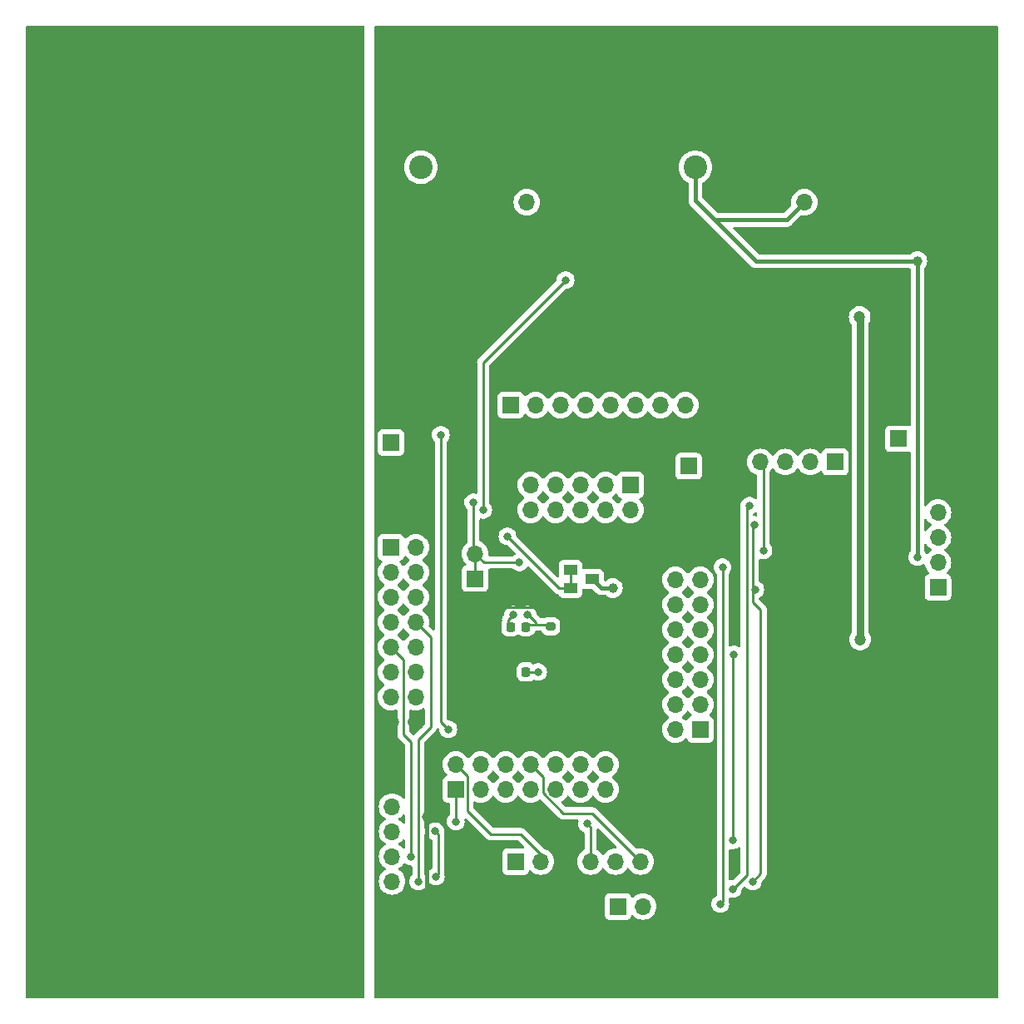
<source format=gbr>
%TF.GenerationSoftware,KiCad,Pcbnew,7.0.9*%
%TF.CreationDate,2023-12-08T23:53:58+01:00*%
%TF.ProjectId,SMPS_V1_data,534d5053-5f56-4315-9f64-6174612e6b69,rev?*%
%TF.SameCoordinates,Original*%
%TF.FileFunction,Copper,L2,Bot*%
%TF.FilePolarity,Positive*%
%FSLAX46Y46*%
G04 Gerber Fmt 4.6, Leading zero omitted, Abs format (unit mm)*
G04 Created by KiCad (PCBNEW 7.0.9) date 2023-12-08 23:53:58*
%MOMM*%
%LPD*%
G01*
G04 APERTURE LIST*
G04 Aperture macros list*
%AMRoundRect*
0 Rectangle with rounded corners*
0 $1 Rounding radius*
0 $2 $3 $4 $5 $6 $7 $8 $9 X,Y pos of 4 corners*
0 Add a 4 corners polygon primitive as box body*
4,1,4,$2,$3,$4,$5,$6,$7,$8,$9,$2,$3,0*
0 Add four circle primitives for the rounded corners*
1,1,$1+$1,$2,$3*
1,1,$1+$1,$4,$5*
1,1,$1+$1,$6,$7*
1,1,$1+$1,$8,$9*
0 Add four rect primitives between the rounded corners*
20,1,$1+$1,$2,$3,$4,$5,0*
20,1,$1+$1,$4,$5,$6,$7,0*
20,1,$1+$1,$6,$7,$8,$9,0*
20,1,$1+$1,$8,$9,$2,$3,0*%
G04 Aperture macros list end*
%TA.AperFunction,SMDPad,CuDef*%
%ADD10R,2.420000X5.080000*%
%TD*%
%TA.AperFunction,SMDPad,CuDef*%
%ADD11R,0.460000X0.950000*%
%TD*%
%TA.AperFunction,ComponentPad*%
%ADD12C,0.970000*%
%TD*%
%TA.AperFunction,ComponentPad*%
%ADD13R,1.700000X1.700000*%
%TD*%
%TA.AperFunction,ComponentPad*%
%ADD14O,1.700000X1.700000*%
%TD*%
%TA.AperFunction,ComponentPad*%
%ADD15R,2.400000X2.400000*%
%TD*%
%TA.AperFunction,ComponentPad*%
%ADD16C,2.400000*%
%TD*%
%TA.AperFunction,SMDPad,CuDef*%
%ADD17RoundRect,0.225000X-0.225000X-0.250000X0.225000X-0.250000X0.225000X0.250000X-0.225000X0.250000X0*%
%TD*%
%TA.AperFunction,SMDPad,CuDef*%
%ADD18R,1.400000X1.000000*%
%TD*%
%TA.AperFunction,SMDPad,CuDef*%
%ADD19RoundRect,0.200000X0.275000X-0.200000X0.275000X0.200000X-0.275000X0.200000X-0.275000X-0.200000X0*%
%TD*%
%TA.AperFunction,ViaPad*%
%ADD20C,1.200000*%
%TD*%
%TA.AperFunction,ViaPad*%
%ADD21C,0.800000*%
%TD*%
%TA.AperFunction,ViaPad*%
%ADD22C,1.000000*%
%TD*%
%TA.AperFunction,Conductor*%
%ADD23C,0.750000*%
%TD*%
%TA.AperFunction,Conductor*%
%ADD24C,0.250000*%
%TD*%
%TA.AperFunction,Conductor*%
%ADD25C,0.400000*%
%TD*%
%TA.AperFunction,Conductor*%
%ADD26C,1.000000*%
%TD*%
G04 APERTURE END LIST*
D10*
%TO.P,J30,2,Ext*%
%TO.N,/GND_S*%
X82820000Y-80920000D03*
X91580000Y-80920000D03*
D11*
X82820000Y-77930000D03*
X91580000Y-77930000D03*
D12*
X82820000Y-77480000D03*
X91580000Y-77480000D03*
%TD*%
D10*
%TO.P,J32,2,Ext*%
%TO.N,/GND_S*%
X82870000Y-131930000D03*
X91630000Y-131930000D03*
D11*
X82870000Y-128940000D03*
X91630000Y-128940000D03*
D12*
X82870000Y-128490000D03*
X91630000Y-128490000D03*
%TD*%
D10*
%TO.P,J31,2,Ext*%
%TO.N,/GND_S*%
X91580000Y-89060000D03*
X82820000Y-89060000D03*
D11*
X91580000Y-92050000D03*
X82820000Y-92050000D03*
D12*
X91580000Y-92500000D03*
X82820000Y-92500000D03*
%TD*%
D13*
%TO.P,J26,1,Pin_1*%
%TO.N,GND_D*%
X121511200Y-50923200D03*
D14*
%TO.P,J26,2,Pin_2*%
%TO.N,VCC5_IN*%
X121511200Y-53463200D03*
%TD*%
D13*
%TO.P,J5,1,Pin_1*%
%TO.N,GND_A*%
X116250000Y-91770000D03*
D14*
%TO.P,J5,2,Pin_2*%
X116250000Y-89230000D03*
%TD*%
D13*
%TO.P,J4,1,Pin_1*%
%TO.N,Net-(J4-Pin_1)*%
X119874000Y-74101000D03*
D14*
%TO.P,J4,2,Pin_2*%
%TO.N,Net-(J4-Pin_2)*%
X122414000Y-74101000D03*
%TO.P,J4,3,Pin_3*%
%TO.N,Net-(J4-Pin_3)*%
X124954000Y-74101000D03*
%TO.P,J4,4,Pin_4*%
%TO.N,Net-(J4-Pin_4)*%
X127494000Y-74101000D03*
%TO.P,J4,5,Pin_5*%
%TO.N,Net-(J4-Pin_5)*%
X130034000Y-74101000D03*
%TO.P,J4,6,Pin_6*%
%TO.N,Net-(J4-Pin_6)*%
X132574000Y-74101000D03*
%TO.P,J4,7,Pin_7*%
%TO.N,Net-(J4-Pin_7)*%
X135114000Y-74101000D03*
%TO.P,J4,8,Pin_8*%
%TO.N,Net-(J4-Pin_8)*%
X137654000Y-74101000D03*
%TD*%
D13*
%TO.P,J1,1,Pin_1*%
%TO.N,/PB10*%
X107682000Y-77911000D03*
D14*
%TO.P,J1,2,Pin_2*%
%TO.N,GND_D*%
X107682000Y-80451000D03*
%TO.P,J1,3,Pin_3*%
X107682000Y-82991000D03*
%TD*%
D13*
%TO.P,J2,1,Pin_1*%
%TO.N,/PB11*%
X107682000Y-88579000D03*
D14*
%TO.P,J2,2,Pin_2*%
%TO.N,/PB12*%
X110222000Y-88579000D03*
%TO.P,J2,3,Pin_3*%
%TO.N,/PB13*%
X107682000Y-91119000D03*
%TO.P,J2,4,Pin_4*%
%TO.N,/PB14*%
X110222000Y-91119000D03*
%TO.P,J2,5,Pin_5*%
%TO.N,/PB15*%
X107682000Y-93659000D03*
%TO.P,J2,6,Pin_6*%
%TO.N,/PC6*%
X110222000Y-93659000D03*
%TO.P,J2,7,Pin_7*%
%TO.N,/PC7*%
X107682000Y-96199000D03*
%TO.P,J2,8,Pin_8*%
%TO.N,/PC8*%
X110222000Y-96199000D03*
%TO.P,J2,9,Pin_9*%
%TO.N,/PC9*%
X107682000Y-98739000D03*
%TO.P,J2,10,Pin_10*%
%TO.N,/PA8*%
X110222000Y-98739000D03*
%TO.P,J2,11,Pin_11*%
%TO.N,/PA9*%
X107682000Y-101279000D03*
%TO.P,J2,12,Pin_12*%
%TO.N,/PA10*%
X110222000Y-101279000D03*
%TO.P,J2,13,Pin_13*%
%TO.N,/PA11*%
X107682000Y-103819000D03*
%TO.P,J2,14,Pin_14*%
%TO.N,/PA12*%
X110222000Y-103819000D03*
%TO.P,J2,15,Pin_15*%
%TO.N,GND_D*%
X107682000Y-106359000D03*
%TO.P,J2,16,Pin_16*%
X110222000Y-106359000D03*
%TD*%
D13*
%TO.P,J14,1,Pin_1*%
%TO.N,Net-(D1-K)*%
X159320200Y-77542400D03*
%TD*%
%TO.P,J8,1,Pin_1*%
%TO.N,VCC3_D*%
X120382000Y-120570000D03*
D14*
%TO.P,J8,2,Pin_2*%
%TO.N,SWCLK*%
X122922000Y-120570000D03*
%TO.P,J8,3,Pin_3*%
%TO.N,GND_D*%
X125462000Y-120570000D03*
%TO.P,J8,4,Pin_4*%
%TO.N,SWDIO*%
X128002000Y-120570000D03*
%TO.P,J8,5,Pin_5*%
%TO.N,NRST*%
X130542000Y-120570000D03*
%TO.P,J8,6,Pin_6*%
%TO.N,SWO*%
X133082000Y-120570000D03*
%TD*%
D13*
%TO.P,J10,1,Pin_1*%
%TO.N,GND_D*%
X107800000Y-125130000D03*
D14*
%TO.P,J10,2,Pin_2*%
%TO.N,/PC8*%
X107800000Y-122590000D03*
%TO.P,J10,3,Pin_3*%
%TO.N,/PC9*%
X107800000Y-120050000D03*
%TO.P,J10,4,Pin_4*%
%TO.N,VCC3_D*%
X107800000Y-117510000D03*
%TO.P,J10,5,Pin_5*%
%TO.N,VCC5_D*%
X107800000Y-114970000D03*
%TD*%
D13*
%TO.P,J13,1,Pin_1*%
%TO.N,Net-(J13-Pin_1)*%
X139178000Y-107121000D03*
D14*
%TO.P,J13,2,Pin_2*%
%TO.N,/PC13*%
X136638000Y-107121000D03*
%TO.P,J13,3,Pin_3*%
%TO.N,/PC14*%
X139178000Y-104581000D03*
%TO.P,J13,4,Pin_4*%
%TO.N,/PC15*%
X136638000Y-104581000D03*
%TO.P,J13,5,Pin_5*%
%TO.N,/PF0*%
X139178000Y-102041000D03*
%TO.P,J13,6,Pin_6*%
%TO.N,/PF1*%
X136638000Y-102041000D03*
%TO.P,J13,7,Pin_7*%
%TO.N,NRST*%
X139178000Y-99501000D03*
%TO.P,J13,8,Pin_8*%
%TO.N,/PC0*%
X136638000Y-99501000D03*
%TO.P,J13,9,Pin_9*%
%TO.N,/PC1*%
X139178000Y-96961000D03*
%TO.P,J13,10,Pin_10*%
%TO.N,/PC2*%
X136638000Y-96961000D03*
%TO.P,J13,11,Pin_11*%
%TO.N,/PC3*%
X139178000Y-94421000D03*
%TO.P,J13,12,Pin_12*%
%TO.N,/PA0*%
X136638000Y-94421000D03*
%TO.P,J13,13,Pin_13*%
%TO.N,/PA1*%
X139178000Y-91881000D03*
%TO.P,J13,14,Pin_14*%
%TO.N,STLINK_RX*%
X136638000Y-91881000D03*
%TO.P,J13,15,Pin_15*%
%TO.N,GND_D*%
X139178000Y-89341000D03*
%TO.P,J13,16,Pin_16*%
X136638000Y-89341000D03*
%TD*%
D15*
%TO.P,J11,1,1*%
%TO.N,GND_D*%
X143750000Y-49912500D03*
D16*
%TO.P,J11,2,2*%
%TO.N,VCC12_IN*%
X138670000Y-49912500D03*
%TD*%
D13*
%TO.P,J28,1,Pin_1*%
%TO.N,Net-(J28-Pin_1)*%
X137986792Y-80331208D03*
%TD*%
%TO.P,J9,1,Pin_1*%
%TO.N,STLINK_TX*%
X130796000Y-125142000D03*
D14*
%TO.P,J9,2,Pin_2*%
%TO.N,STLINK_RX*%
X133336000Y-125142000D03*
%TD*%
D13*
%TO.P,J6,1,Pin_1*%
%TO.N,STLINK_TX*%
X132066000Y-82229000D03*
D14*
%TO.P,J6,2,Pin_2*%
%TO.N,/PA4*%
X132066000Y-84769000D03*
%TO.P,J6,3,Pin_3*%
%TO.N,/PA5*%
X129526000Y-82229000D03*
%TO.P,J6,4,Pin_4*%
%TO.N,/PA6*%
X129526000Y-84769000D03*
%TO.P,J6,5,Pin_5*%
%TO.N,/PA7*%
X126986000Y-82229000D03*
%TO.P,J6,6,Pin_6*%
%TO.N,/PC4*%
X126986000Y-84769000D03*
%TO.P,J6,7,Pin_7*%
%TO.N,/PC5*%
X124446000Y-82229000D03*
%TO.P,J6,8,Pin_8*%
%TO.N,/PB0*%
X124446000Y-84769000D03*
%TO.P,J6,9,Pin_9*%
%TO.N,/PB1*%
X121906000Y-82229000D03*
%TO.P,J6,10,Pin_10*%
%TO.N,/PB2*%
X121906000Y-84769000D03*
%TD*%
D15*
%TO.P,J3,1,1*%
%TO.N,GND_D*%
X115810000Y-49895000D03*
D16*
%TO.P,J3,2,2*%
%TO.N,VCC5_IN*%
X110730000Y-49895000D03*
%TD*%
D13*
%TO.P,J7,1,Pin_1*%
%TO.N,SWDIO*%
X114286000Y-113217000D03*
D14*
%TO.P,J7,2,Pin_2*%
%TO.N,SWCLK*%
X114286000Y-110677000D03*
%TO.P,J7,3,Pin_3*%
%TO.N,/PA15*%
X116826000Y-113217000D03*
%TO.P,J7,4,Pin_4*%
%TO.N,/PC10*%
X116826000Y-110677000D03*
%TO.P,J7,5,Pin_5*%
%TO.N,/PC11*%
X119366000Y-113217000D03*
%TO.P,J7,6,Pin_6*%
%TO.N,/PC12*%
X119366000Y-110677000D03*
%TO.P,J7,7,Pin_7*%
%TO.N,/PD2*%
X121906000Y-113217000D03*
%TO.P,J7,8,Pin_8*%
%TO.N,SWO*%
X121906000Y-110677000D03*
%TO.P,J7,9,Pin_9*%
%TO.N,/PB4*%
X124446000Y-113217000D03*
%TO.P,J7,10,Pin_10*%
%TO.N,/PB5*%
X124446000Y-110677000D03*
%TO.P,J7,11,Pin_11*%
%TO.N,/PB6*%
X126986000Y-113217000D03*
%TO.P,J7,12,Pin_12*%
%TO.N,/PB7*%
X126986000Y-110677000D03*
%TO.P,J7,13,Pin_13*%
%TO.N,/PB8*%
X129526000Y-113217000D03*
%TO.P,J7,14,Pin_14*%
%TO.N,/PB9*%
X129526000Y-110677000D03*
%TO.P,J7,15,Pin_15*%
%TO.N,GND_D*%
X132066000Y-113217000D03*
%TO.P,J7,16,Pin_16*%
X132066000Y-110677000D03*
%TD*%
D13*
%TO.P,J27,1,Pin_1*%
%TO.N,GND_D*%
X149756000Y-50923200D03*
D14*
%TO.P,J27,2,Pin_2*%
%TO.N,VCC12_IN*%
X149756000Y-53463200D03*
%TD*%
D10*
%TO.P,J29,2,Ext*%
%TO.N,/GND_S*%
X91630000Y-38070000D03*
X82870000Y-38070000D03*
D11*
X91630000Y-41060000D03*
X82870000Y-41060000D03*
D12*
X91630000Y-41510000D03*
X82870000Y-41510000D03*
%TD*%
D13*
%TO.P,J12,1,Pin_1*%
%TO.N,Net-(J12-Pin_1)*%
X152900000Y-79900000D03*
D14*
%TO.P,J12,2,Pin_2*%
%TO.N,Net-(J12-Pin_2)*%
X150360000Y-79900000D03*
%TO.P,J12,3,Pin_3*%
%TO.N,Net-(J12-Pin_3)*%
X147820000Y-79900000D03*
%TO.P,J12,4,Pin_4*%
%TO.N,Net-(J12-Pin_4)*%
X145280000Y-79900000D03*
%TD*%
D13*
%TO.P,J25,1,Pin_1*%
%TO.N,Net-(J18-Pin_1)*%
X163364200Y-92670800D03*
D14*
%TO.P,J25,2,Pin_2*%
%TO.N,Net-(J24-Pin_2)*%
X163364200Y-90130800D03*
%TO.P,J25,3,Pin_3*%
%TO.N,Net-(J17-Pin_1)*%
X163364200Y-87590800D03*
%TO.P,J25,4,Pin_4*%
%TO.N,Net-(J24-Pin_4)*%
X163364200Y-85050800D03*
%TD*%
D17*
%TO.P,C14,1*%
%TO.N,GND_D*%
X119874000Y-101279000D03*
%TO.P,C14,2*%
%TO.N,VDD3_D*%
X121424000Y-101279000D03*
%TD*%
D18*
%TO.P,D2,1*%
%TO.N,VDD3_A*%
X125970000Y-92752000D03*
%TO.P,D2,2*%
X125970000Y-90852000D03*
%TO.P,D2,3*%
%TO.N,VDD3_D*%
X128170000Y-91802000D03*
%TD*%
D17*
%TO.P,C15,1*%
%TO.N,VDD3_A*%
X119861000Y-96694000D03*
%TO.P,C15,2*%
%TO.N,GND_A*%
X121411000Y-96694000D03*
%TD*%
D19*
%TO.P,R23,1*%
%TO.N,GND_D*%
X123938000Y-98281000D03*
%TO.P,R23,2*%
%TO.N,GND_A*%
X123938000Y-96631000D03*
%TD*%
D20*
%TO.N,VCC5_IN*%
X155434000Y-97964000D03*
X155390000Y-65140000D03*
D21*
%TO.N,GND_A*%
X120751600Y-90119200D03*
X121579099Y-95437000D03*
X116064000Y-84007000D03*
%TO.N,VCC5_D*%
X113524000Y-107108000D03*
X112762000Y-77136000D03*
%TO.N,VDD3_D*%
X122668000Y-101279000D03*
D22*
X130275000Y-92740000D03*
%TO.N,VCC12_IN*%
X161268400Y-59457600D03*
D21*
X161276000Y-89582000D03*
%TO.N,VCC3_D*%
X144766000Y-92884000D03*
X112201000Y-117497677D03*
X144512000Y-122601990D03*
X144645942Y-86306502D03*
X112254012Y-122094000D03*
%TO.N,VDD3_A*%
X119540000Y-87470000D03*
X117080000Y-84790000D03*
X120128000Y-95424000D03*
X125462000Y-61388000D03*
D20*
%TO.N,GND_D*%
X138990000Y-77288400D03*
D22*
X111351000Y-115998000D03*
D21*
X118107600Y-63115200D03*
D22*
X133590000Y-55292000D03*
D20*
X147878800Y-110677000D03*
D22*
X128002000Y-63928000D03*
D20*
X113944400Y-102617500D03*
X139039600Y-110677000D03*
X114484479Y-85108721D03*
D22*
X111238000Y-125396000D03*
D21*
X119112000Y-94662000D03*
D22*
X133336000Y-63420000D03*
D21*
X118350000Y-101533000D03*
X119174400Y-52142400D03*
X125208000Y-103298000D03*
X126224000Y-98472000D03*
D20*
X118243679Y-88867921D03*
D22*
X128256000Y-55292000D03*
D21*
%TO.N,SWDIO*%
X114280012Y-116506000D03*
X127640000Y-116740000D03*
%TO.N,STLINK_TX*%
X142480000Y-123364000D03*
X144163000Y-84359670D03*
%TO.N,STLINK_RX*%
X141210000Y-124888000D03*
X141429048Y-90615476D03*
%TO.N,NRST*%
X142480000Y-118420000D03*
X142590000Y-99501000D03*
%TO.N,/PC8*%
X110476000Y-122602000D03*
%TO.N,/PC9*%
X109714000Y-120062000D03*
%TO.N,/GND_S*%
X103750000Y-104750000D03*
X71750000Y-37750000D03*
X103750000Y-73000000D03*
X71750000Y-53250000D03*
X71750000Y-61500000D03*
X103750000Y-93250000D03*
X97000000Y-82000000D03*
X71500000Y-99000000D03*
X103750000Y-98000000D03*
X71500000Y-127250000D03*
X71750000Y-82250000D03*
X103750000Y-52500000D03*
X103750000Y-82000000D03*
X103750000Y-110750000D03*
X103750000Y-60500000D03*
X71500000Y-116250000D03*
X79750000Y-133279500D03*
X103750000Y-127250000D03*
X71500000Y-133250000D03*
X77250000Y-37750000D03*
X71500000Y-110500000D03*
X103750000Y-116000000D03*
X71500000Y-94250000D03*
X103750000Y-45500000D03*
X71750000Y-47000000D03*
X71500000Y-89500000D03*
X103750000Y-122250000D03*
X94250000Y-132750000D03*
X77000000Y-82269500D03*
X71750000Y-77500000D03*
X71500000Y-105250000D03*
X103750000Y-68000000D03*
X71750000Y-69500000D03*
X103750000Y-88000000D03*
X103500000Y-38000000D03*
X71500000Y-121250000D03*
X71750000Y-41750000D03*
X103750000Y-132750000D03*
%TO.N,Net-(J12-Pin_4)*%
X145600000Y-88900000D03*
%TD*%
D23*
%TO.N,VCC5_IN*%
X155434000Y-97964000D02*
X155434000Y-65184000D01*
X155434000Y-65184000D02*
X155390000Y-65140000D01*
D24*
%TO.N,GND_A*%
X121652000Y-96453000D02*
X121411000Y-96694000D01*
X121652000Y-96453000D02*
X122414000Y-96453000D01*
X116250000Y-91770000D02*
X116250000Y-89230000D01*
X117139200Y-90119200D02*
X116250000Y-89230000D01*
X121652000Y-95437000D02*
X121579099Y-95437000D01*
X116064000Y-84007000D02*
X116064000Y-89044000D01*
X116064000Y-89044000D02*
X116250000Y-89230000D01*
X122414000Y-96199000D02*
X122414000Y-96453000D01*
X123430000Y-96453000D02*
X121652000Y-96453000D01*
X120751600Y-90119200D02*
X117139200Y-90119200D01*
X116572000Y-92092000D02*
X116250000Y-91770000D01*
X122414000Y-96199000D02*
X121652000Y-95437000D01*
%TO.N,VCC5_D*%
X112762000Y-106346000D02*
X112762000Y-77136000D01*
X113524000Y-107108000D02*
X112762000Y-106346000D01*
D25*
%TO.N,VDD3_D*%
X130275000Y-92740000D02*
X129108000Y-92740000D01*
D24*
X121424000Y-101279000D02*
X122668000Y-101279000D01*
D25*
X129108000Y-92740000D02*
X128170000Y-91802000D01*
%TO.N,VCC12_IN*%
X138670000Y-49912500D02*
X138670000Y-53300000D01*
X144853000Y-59483000D02*
X161276000Y-59483000D01*
X147949200Y-55270000D02*
X140810000Y-55270000D01*
X140810000Y-55270000D02*
X140725000Y-55355000D01*
X138670000Y-53300000D02*
X140725000Y-55355000D01*
X161276000Y-59483000D02*
X161276000Y-89582000D01*
X149756000Y-53463200D02*
X147949200Y-55270000D01*
X140725000Y-55355000D02*
X144853000Y-59483000D01*
D24*
%TO.N,VCC3_D*%
X144512000Y-94154000D02*
X144512000Y-93138000D01*
X112508000Y-121840012D02*
X112508000Y-117804677D01*
X145305000Y-121808990D02*
X144512000Y-122601990D01*
X144512000Y-94154000D02*
X144512000Y-86440444D01*
X112254012Y-122094000D02*
X112508000Y-121840012D01*
X144512000Y-93138000D02*
X144766000Y-92884000D01*
X144512000Y-94154000D02*
X145305000Y-94947000D01*
X145305000Y-94947000D02*
X145305000Y-121808990D01*
X112508000Y-117804677D02*
X112201000Y-117497677D01*
X144512000Y-86440444D02*
X144645942Y-86306502D01*
%TO.N,VDD3_A*%
X124822000Y-92752000D02*
X125970000Y-92752000D01*
X125462000Y-61388000D02*
X117080000Y-69770000D01*
X119620000Y-96453000D02*
X119620000Y-95932000D01*
X119861000Y-96694000D02*
X119620000Y-96453000D01*
X119620000Y-95932000D02*
X120128000Y-95424000D01*
X119540000Y-87470000D02*
X124822000Y-92752000D01*
X117080000Y-69770000D02*
X117080000Y-84790000D01*
X125970000Y-90852000D02*
X125970000Y-92752000D01*
%TO.N,GND_D*%
X119620000Y-99234000D02*
X118350000Y-100504000D01*
X125716000Y-97964000D02*
X126224000Y-98472000D01*
X118350000Y-100504000D02*
X118350000Y-101533000D01*
D25*
X111238000Y-125396000D02*
X111351000Y-125283000D01*
D24*
X123938000Y-98281000D02*
X126033000Y-98281000D01*
X118107600Y-63115200D02*
X118107600Y-53209200D01*
X118350000Y-101533000D02*
X119620000Y-101533000D01*
X118107600Y-53209200D02*
X119174400Y-52142400D01*
D26*
X140394516Y-62034516D02*
X140394516Y-77288400D01*
D24*
X123938000Y-98281000D02*
X122985000Y-98281000D01*
X119112000Y-94662000D02*
X124954000Y-94662000D01*
X120636000Y-103298000D02*
X119874000Y-102536000D01*
D26*
X133652000Y-55292000D02*
X140394516Y-62034516D01*
X140394516Y-88124484D02*
X139178000Y-89341000D01*
D24*
X125208000Y-103298000D02*
X120636000Y-103298000D01*
D25*
X133336000Y-63420000D02*
X133336000Y-55546000D01*
X133336000Y-55546000D02*
X133590000Y-55292000D01*
D24*
X124954000Y-94662000D02*
X125716000Y-95424000D01*
X126033000Y-98281000D02*
X126224000Y-98472000D01*
D23*
X140394516Y-77288400D02*
X138990000Y-77288400D01*
D24*
X119874000Y-102536000D02*
X119874000Y-101279000D01*
X122985000Y-98281000D02*
X122960000Y-98256000D01*
X122960000Y-98256000D02*
X121982000Y-99234000D01*
D25*
X128002000Y-63928000D02*
X128002000Y-55546000D01*
D24*
X119620000Y-101533000D02*
X119874000Y-101279000D01*
X125716000Y-95424000D02*
X125716000Y-97964000D01*
D25*
X128002000Y-55546000D02*
X128256000Y-55292000D01*
D24*
X121982000Y-99234000D02*
X119620000Y-99234000D01*
D26*
X133590000Y-55292000D02*
X133652000Y-55292000D01*
X140394516Y-77288400D02*
X140394516Y-88124484D01*
D25*
X111351000Y-125283000D02*
X111351000Y-115998000D01*
D24*
%TO.N,SWO*%
X121652000Y-110423000D02*
X123176000Y-111947000D01*
X123176000Y-113608701D02*
X125242299Y-115675000D01*
X125242299Y-115675000D02*
X128187000Y-115675000D01*
X128187000Y-115675000D02*
X133082000Y-120570000D01*
X123176000Y-111947000D02*
X123176000Y-113608701D01*
%TO.N,SWCLK*%
X122922000Y-119808000D02*
X122922000Y-120570000D01*
X115422500Y-111813500D02*
X115461000Y-111852000D01*
X117842000Y-117776000D02*
X120890000Y-117776000D01*
X115461000Y-115395000D02*
X117842000Y-117776000D01*
X115461000Y-111852000D02*
X115461000Y-115395000D01*
X120890000Y-117776000D02*
X122922000Y-119808000D01*
X114286000Y-110677000D02*
X115422500Y-111813500D01*
%TO.N,SWDIO*%
X114286000Y-116500012D02*
X114280012Y-116506000D01*
X114286000Y-113217000D02*
X114286000Y-116500012D01*
X128002000Y-120570000D02*
X128002000Y-117102000D01*
X128002000Y-117102000D02*
X127640000Y-116740000D01*
%TO.N,STLINK_TX*%
X143888000Y-84634670D02*
X144163000Y-84359670D01*
X143888000Y-121956000D02*
X143888000Y-84634670D01*
X142480000Y-123364000D02*
X143888000Y-121956000D01*
%TO.N,STLINK_RX*%
X141429048Y-90615476D02*
X141464000Y-90650428D01*
X141464000Y-124634000D02*
X141210000Y-124888000D01*
X141464000Y-90650428D02*
X141464000Y-124634000D01*
%TO.N,NRST*%
X142480000Y-99611000D02*
X142480000Y-118420000D01*
X142590000Y-99501000D02*
X142480000Y-99611000D01*
%TO.N,/PC8*%
X110476000Y-108124000D02*
X111746000Y-106854000D01*
X111746000Y-97723000D02*
X110222000Y-96199000D01*
X111746000Y-106854000D02*
X111746000Y-97723000D01*
X110476000Y-122602000D02*
X110476000Y-108124000D01*
%TO.N,/PC9*%
X109714000Y-108378000D02*
X108952000Y-107616000D01*
X108952000Y-100009000D02*
X107682000Y-98739000D01*
X108952000Y-107616000D02*
X108952000Y-100009000D01*
X109714000Y-120062000D02*
X109714000Y-108378000D01*
%TO.N,/GND_S*%
X77000000Y-82250000D02*
X77000000Y-82269500D01*
X79750000Y-133000000D02*
X79750000Y-133279500D01*
%TO.N,Net-(J12-Pin_4)*%
X145600000Y-80220000D02*
X145280000Y-79900000D01*
X145600000Y-88900000D02*
X145600000Y-80220000D01*
%TD*%
%TA.AperFunction,Conductor*%
%TO.N,/GND_S*%
G36*
X104943039Y-35520185D02*
G01*
X104988794Y-35572989D01*
X105000000Y-35624500D01*
X105000000Y-134375500D01*
X104980315Y-134442539D01*
X104927511Y-134488294D01*
X104876000Y-134499500D01*
X70624500Y-134499500D01*
X70557461Y-134479815D01*
X70511706Y-134427011D01*
X70500500Y-134375500D01*
X70500500Y-35624500D01*
X70520185Y-35557461D01*
X70572989Y-35511706D01*
X70624500Y-35500500D01*
X104876000Y-35500500D01*
X104943039Y-35520185D01*
G37*
%TD.AperFunction*%
%TD*%
%TA.AperFunction,Conductor*%
%TO.N,GND_D*%
G36*
X111306703Y-117717036D02*
G01*
X111343431Y-117772431D01*
X111373818Y-117865955D01*
X111373821Y-117865961D01*
X111468467Y-118029893D01*
X111585425Y-118159788D01*
X111595129Y-118170565D01*
X111748265Y-118281825D01*
X111748267Y-118281826D01*
X111748270Y-118281828D01*
X111808936Y-118308838D01*
X111862172Y-118354087D01*
X111882494Y-118420936D01*
X111882500Y-118422117D01*
X111882500Y-121193161D01*
X111862815Y-121260200D01*
X111810011Y-121305955D01*
X111808942Y-121306438D01*
X111801280Y-121309849D01*
X111648141Y-121421111D01*
X111521478Y-121561785D01*
X111426833Y-121725715D01*
X111426830Y-121725722D01*
X111368339Y-121905740D01*
X111368338Y-121905744D01*
X111366245Y-121925659D01*
X111365307Y-121934586D01*
X111338721Y-121999201D01*
X111281423Y-122039184D01*
X111211604Y-122041843D01*
X111151431Y-122006333D01*
X111149873Y-122004635D01*
X111140299Y-121994002D01*
X111133347Y-121986281D01*
X111103120Y-121923288D01*
X111101500Y-121903312D01*
X111101500Y-117810749D01*
X111121185Y-117743710D01*
X111173989Y-117697955D01*
X111243147Y-117688011D01*
X111306703Y-117717036D01*
G37*
%TD.AperFunction*%
%TA.AperFunction,Conductor*%
G36*
X111059350Y-104969830D02*
G01*
X111107163Y-105020778D01*
X111120500Y-105076722D01*
X111120500Y-106543546D01*
X111100815Y-106610585D01*
X111084181Y-106631227D01*
X110092208Y-107623199D01*
X110079951Y-107633020D01*
X110080134Y-107633241D01*
X110074121Y-107638215D01*
X110057435Y-107655983D01*
X109997192Y-107691375D01*
X109927379Y-107688579D01*
X109879366Y-107658776D01*
X109769489Y-107548899D01*
X109613819Y-107393228D01*
X109580334Y-107331905D01*
X109577500Y-107305547D01*
X109577500Y-105203218D01*
X109597185Y-105136179D01*
X109649989Y-105090424D01*
X109719147Y-105080480D01*
X109753906Y-105090837D01*
X109758330Y-105092900D01*
X109758332Y-105092900D01*
X109758337Y-105092903D01*
X109986592Y-105154063D01*
X110174918Y-105170539D01*
X110221999Y-105174659D01*
X110222000Y-105174659D01*
X110222001Y-105174659D01*
X110261234Y-105171226D01*
X110457408Y-105154063D01*
X110685663Y-105092903D01*
X110899830Y-104993035D01*
X110925377Y-104975146D01*
X110991582Y-104952820D01*
X111059350Y-104969830D01*
G37*
%TD.AperFunction*%
%TA.AperFunction,Conductor*%
G36*
X169442539Y-35520185D02*
G01*
X169488294Y-35572989D01*
X169499500Y-35624500D01*
X169499500Y-134375500D01*
X169479815Y-134442539D01*
X169427011Y-134488294D01*
X169375500Y-134499500D01*
X106124000Y-134499500D01*
X106056961Y-134479815D01*
X106011206Y-134427011D01*
X106000000Y-134375500D01*
X106000000Y-126039870D01*
X129445500Y-126039870D01*
X129445501Y-126039876D01*
X129451908Y-126099483D01*
X129502202Y-126234328D01*
X129502206Y-126234335D01*
X129588452Y-126349544D01*
X129588455Y-126349547D01*
X129703664Y-126435793D01*
X129703671Y-126435797D01*
X129838517Y-126486091D01*
X129838516Y-126486091D01*
X129845444Y-126486835D01*
X129898127Y-126492500D01*
X131693872Y-126492499D01*
X131753483Y-126486091D01*
X131888331Y-126435796D01*
X132003546Y-126349546D01*
X132089796Y-126234331D01*
X132138810Y-126102916D01*
X132180681Y-126046984D01*
X132246145Y-126022566D01*
X132314418Y-126037417D01*
X132342673Y-126058569D01*
X132464599Y-126180495D01*
X132561384Y-126248265D01*
X132658165Y-126316032D01*
X132658167Y-126316033D01*
X132658170Y-126316035D01*
X132872337Y-126415903D01*
X133100592Y-126477063D01*
X133277034Y-126492500D01*
X133335999Y-126497659D01*
X133336000Y-126497659D01*
X133336001Y-126497659D01*
X133394966Y-126492500D01*
X133571408Y-126477063D01*
X133799663Y-126415903D01*
X134013830Y-126316035D01*
X134207401Y-126180495D01*
X134374495Y-126013401D01*
X134510035Y-125819830D01*
X134609903Y-125605663D01*
X134671063Y-125377408D01*
X134691659Y-125142000D01*
X134671063Y-124906592D01*
X134666081Y-124888000D01*
X140304540Y-124888000D01*
X140324326Y-125076256D01*
X140324327Y-125076259D01*
X140382818Y-125256277D01*
X140382821Y-125256284D01*
X140477467Y-125420216D01*
X140604129Y-125560888D01*
X140757265Y-125672148D01*
X140757270Y-125672151D01*
X140930192Y-125749142D01*
X140930197Y-125749144D01*
X141115354Y-125788500D01*
X141115355Y-125788500D01*
X141304644Y-125788500D01*
X141304646Y-125788500D01*
X141489803Y-125749144D01*
X141662730Y-125672151D01*
X141815871Y-125560888D01*
X141942533Y-125420216D01*
X142037179Y-125256284D01*
X142095674Y-125076256D01*
X142115460Y-124888000D01*
X142095674Y-124699744D01*
X142095672Y-124699740D01*
X142095416Y-124698532D01*
X142095372Y-124696885D01*
X142094994Y-124693280D01*
X142095277Y-124693250D01*
X142094450Y-124661620D01*
X142093915Y-124661604D01*
X142094160Y-124653805D01*
X142089775Y-124607415D01*
X142089500Y-124601577D01*
X142089500Y-124354741D01*
X142109185Y-124287702D01*
X142161989Y-124241947D01*
X142231147Y-124232003D01*
X142239266Y-124233448D01*
X142385354Y-124264500D01*
X142385355Y-124264500D01*
X142574644Y-124264500D01*
X142574646Y-124264500D01*
X142759803Y-124225144D01*
X142932730Y-124148151D01*
X143085871Y-124036888D01*
X143212533Y-123896216D01*
X143307179Y-123732284D01*
X143365674Y-123552256D01*
X143383321Y-123384345D01*
X143409905Y-123319732D01*
X143418952Y-123309636D01*
X143599380Y-123129208D01*
X143660701Y-123095725D01*
X143730393Y-123100709D01*
X143779209Y-123133919D01*
X143779466Y-123134204D01*
X143779467Y-123134206D01*
X143779476Y-123134216D01*
X143906129Y-123274878D01*
X144059265Y-123386138D01*
X144059270Y-123386141D01*
X144232192Y-123463132D01*
X144232197Y-123463134D01*
X144417354Y-123502490D01*
X144417355Y-123502490D01*
X144606644Y-123502490D01*
X144606646Y-123502490D01*
X144791803Y-123463134D01*
X144964730Y-123386141D01*
X145117871Y-123274878D01*
X145244533Y-123134206D01*
X145339179Y-122970274D01*
X145397674Y-122790246D01*
X145415321Y-122622334D01*
X145441904Y-122557724D01*
X145450951Y-122547628D01*
X145688788Y-122309791D01*
X145701042Y-122299976D01*
X145700859Y-122299754D01*
X145706866Y-122294782D01*
X145706877Y-122294776D01*
X145737775Y-122261872D01*
X145754227Y-122244354D01*
X145764671Y-122233908D01*
X145775120Y-122223461D01*
X145779379Y-122217968D01*
X145783152Y-122213551D01*
X145815062Y-122179572D01*
X145824713Y-122162014D01*
X145835396Y-122145751D01*
X145847673Y-122129926D01*
X145866185Y-122087143D01*
X145868738Y-122081931D01*
X145891197Y-122041082D01*
X145896180Y-122021670D01*
X145902481Y-122003270D01*
X145910437Y-121984886D01*
X145917729Y-121938842D01*
X145918906Y-121933161D01*
X145930500Y-121888009D01*
X145930500Y-121867973D01*
X145932027Y-121848572D01*
X145935160Y-121828794D01*
X145930775Y-121782405D01*
X145930500Y-121776567D01*
X145930500Y-95029737D01*
X145932224Y-95014123D01*
X145931938Y-95014096D01*
X145932672Y-95006333D01*
X145930500Y-94937202D01*
X145930500Y-94907651D01*
X145930500Y-94907650D01*
X145929629Y-94900759D01*
X145929172Y-94894945D01*
X145928765Y-94882002D01*
X145927709Y-94848372D01*
X145922120Y-94829137D01*
X145918174Y-94810084D01*
X145915664Y-94790208D01*
X145898501Y-94746859D01*
X145896614Y-94741346D01*
X145883617Y-94696610D01*
X145883616Y-94696608D01*
X145873421Y-94679369D01*
X145864860Y-94661893D01*
X145857486Y-94643269D01*
X145857486Y-94643267D01*
X145847474Y-94629488D01*
X145830083Y-94605550D01*
X145826900Y-94600705D01*
X145803170Y-94560579D01*
X145803165Y-94560573D01*
X145789005Y-94546413D01*
X145776370Y-94531620D01*
X145764593Y-94515412D01*
X145728693Y-94485713D01*
X145724381Y-94481790D01*
X145173819Y-93931228D01*
X145140334Y-93869905D01*
X145137500Y-93843547D01*
X145137500Y-93784843D01*
X145157185Y-93717804D01*
X145209989Y-93672049D01*
X145210958Y-93671611D01*
X145218730Y-93668151D01*
X145371871Y-93556888D01*
X145498533Y-93416216D01*
X145593179Y-93252284D01*
X145651674Y-93072256D01*
X145671460Y-92884000D01*
X145651674Y-92695744D01*
X145593179Y-92515716D01*
X145498533Y-92351784D01*
X145371871Y-92211112D01*
X145371870Y-92211111D01*
X145218731Y-92099849D01*
X145211061Y-92096434D01*
X145157825Y-92051182D01*
X145137506Y-91984332D01*
X145137500Y-91983156D01*
X145137500Y-89870745D01*
X145157185Y-89803706D01*
X145209989Y-89757951D01*
X145279147Y-89748007D01*
X145311935Y-89757465D01*
X145320197Y-89761144D01*
X145505354Y-89800500D01*
X145505355Y-89800500D01*
X145694644Y-89800500D01*
X145694646Y-89800500D01*
X145879803Y-89761144D01*
X146052730Y-89684151D01*
X146205871Y-89572888D01*
X146332533Y-89432216D01*
X146427179Y-89268284D01*
X146485674Y-89088256D01*
X146505460Y-88900000D01*
X146485674Y-88711744D01*
X146427179Y-88531716D01*
X146332533Y-88367784D01*
X146310754Y-88343596D01*
X146257350Y-88284284D01*
X146227120Y-88221292D01*
X146225500Y-88201312D01*
X146225500Y-80915758D01*
X146245185Y-80848719D01*
X146261819Y-80828077D01*
X146273327Y-80816569D01*
X146318495Y-80771401D01*
X146448425Y-80585842D01*
X146503002Y-80542217D01*
X146572500Y-80535023D01*
X146634855Y-80566546D01*
X146651575Y-80585842D01*
X146781500Y-80771395D01*
X146781505Y-80771401D01*
X146948599Y-80938495D01*
X147045384Y-81006265D01*
X147142165Y-81074032D01*
X147142167Y-81074033D01*
X147142170Y-81074035D01*
X147356337Y-81173903D01*
X147584592Y-81235063D01*
X147761034Y-81250500D01*
X147819999Y-81255659D01*
X147820000Y-81255659D01*
X147820001Y-81255659D01*
X147878966Y-81250500D01*
X148055408Y-81235063D01*
X148283663Y-81173903D01*
X148497830Y-81074035D01*
X148691401Y-80938495D01*
X148858495Y-80771401D01*
X148988425Y-80585842D01*
X149043002Y-80542217D01*
X149112500Y-80535023D01*
X149174855Y-80566546D01*
X149191575Y-80585842D01*
X149321500Y-80771395D01*
X149321505Y-80771401D01*
X149488599Y-80938495D01*
X149585384Y-81006265D01*
X149682165Y-81074032D01*
X149682167Y-81074033D01*
X149682170Y-81074035D01*
X149896337Y-81173903D01*
X150124592Y-81235063D01*
X150301034Y-81250500D01*
X150359999Y-81255659D01*
X150360000Y-81255659D01*
X150360001Y-81255659D01*
X150418966Y-81250500D01*
X150595408Y-81235063D01*
X150823663Y-81173903D01*
X151037830Y-81074035D01*
X151231401Y-80938495D01*
X151353329Y-80816566D01*
X151414648Y-80783084D01*
X151484340Y-80788068D01*
X151540274Y-80829939D01*
X151557189Y-80860917D01*
X151606202Y-80992328D01*
X151606206Y-80992335D01*
X151692452Y-81107544D01*
X151692455Y-81107547D01*
X151807664Y-81193793D01*
X151807671Y-81193797D01*
X151942517Y-81244091D01*
X151942516Y-81244091D01*
X151949444Y-81244835D01*
X152002127Y-81250500D01*
X153797872Y-81250499D01*
X153857483Y-81244091D01*
X153992331Y-81193796D01*
X154107546Y-81107546D01*
X154193796Y-80992331D01*
X154244091Y-80857483D01*
X154250500Y-80797873D01*
X154250499Y-79002128D01*
X154244091Y-78942517D01*
X154242810Y-78939083D01*
X154193797Y-78807671D01*
X154193793Y-78807664D01*
X154107547Y-78692455D01*
X154107544Y-78692452D01*
X153992335Y-78606206D01*
X153992328Y-78606202D01*
X153857482Y-78555908D01*
X153857483Y-78555908D01*
X153797883Y-78549501D01*
X153797881Y-78549500D01*
X153797873Y-78549500D01*
X153797864Y-78549500D01*
X152002129Y-78549500D01*
X152002123Y-78549501D01*
X151942516Y-78555908D01*
X151807671Y-78606202D01*
X151807664Y-78606206D01*
X151692455Y-78692452D01*
X151692452Y-78692455D01*
X151606206Y-78807664D01*
X151606203Y-78807669D01*
X151557189Y-78939083D01*
X151515317Y-78995016D01*
X151449853Y-79019433D01*
X151381580Y-79004581D01*
X151353326Y-78983430D01*
X151231402Y-78861506D01*
X151231395Y-78861501D01*
X151037834Y-78725967D01*
X151037830Y-78725965D01*
X151037828Y-78725964D01*
X150823663Y-78626097D01*
X150823659Y-78626096D01*
X150823655Y-78626094D01*
X150595413Y-78564938D01*
X150595403Y-78564936D01*
X150360001Y-78544341D01*
X150359999Y-78544341D01*
X150124596Y-78564936D01*
X150124586Y-78564938D01*
X149896344Y-78626094D01*
X149896335Y-78626098D01*
X149682171Y-78725964D01*
X149682169Y-78725965D01*
X149488597Y-78861505D01*
X149321505Y-79028597D01*
X149191575Y-79214158D01*
X149136998Y-79257783D01*
X149067500Y-79264977D01*
X149005145Y-79233454D01*
X148988425Y-79214158D01*
X148858494Y-79028597D01*
X148691402Y-78861506D01*
X148691395Y-78861501D01*
X148497834Y-78725967D01*
X148497830Y-78725965D01*
X148497828Y-78725964D01*
X148283663Y-78626097D01*
X148283659Y-78626096D01*
X148283655Y-78626094D01*
X148055413Y-78564938D01*
X148055403Y-78564936D01*
X147820001Y-78544341D01*
X147819999Y-78544341D01*
X147584596Y-78564936D01*
X147584586Y-78564938D01*
X147356344Y-78626094D01*
X147356335Y-78626098D01*
X147142171Y-78725964D01*
X147142169Y-78725965D01*
X146948597Y-78861505D01*
X146781505Y-79028597D01*
X146651575Y-79214158D01*
X146596998Y-79257783D01*
X146527500Y-79264977D01*
X146465145Y-79233454D01*
X146448425Y-79214158D01*
X146318494Y-79028597D01*
X146151402Y-78861506D01*
X146151395Y-78861501D01*
X145957834Y-78725967D01*
X145957830Y-78725965D01*
X145957828Y-78725964D01*
X145743663Y-78626097D01*
X145743659Y-78626096D01*
X145743655Y-78626094D01*
X145515413Y-78564938D01*
X145515403Y-78564936D01*
X145280001Y-78544341D01*
X145279999Y-78544341D01*
X145044596Y-78564936D01*
X145044586Y-78564938D01*
X144816344Y-78626094D01*
X144816335Y-78626098D01*
X144602171Y-78725964D01*
X144602169Y-78725965D01*
X144408597Y-78861505D01*
X144241505Y-79028597D01*
X144105965Y-79222169D01*
X144105964Y-79222171D01*
X144006098Y-79436335D01*
X144006094Y-79436344D01*
X143944938Y-79664586D01*
X143944936Y-79664596D01*
X143924341Y-79899999D01*
X143924341Y-79900000D01*
X143944936Y-80135403D01*
X143944938Y-80135413D01*
X144006094Y-80363655D01*
X144006096Y-80363659D01*
X144006097Y-80363663D01*
X144010000Y-80372032D01*
X144105965Y-80577830D01*
X144105967Y-80577834D01*
X144214281Y-80732521D01*
X144241505Y-80771401D01*
X144408599Y-80938495D01*
X144505384Y-81006265D01*
X144602165Y-81074032D01*
X144602167Y-81074033D01*
X144602170Y-81074035D01*
X144816337Y-81173903D01*
X144816343Y-81173904D01*
X144816344Y-81173905D01*
X144882593Y-81191656D01*
X144942253Y-81228020D01*
X144972783Y-81290867D01*
X144974500Y-81311431D01*
X144974500Y-83593422D01*
X144954815Y-83660461D01*
X144902011Y-83706216D01*
X144832853Y-83716160D01*
X144774816Y-83689655D01*
X144774129Y-83690602D01*
X144769458Y-83687208D01*
X144769297Y-83687135D01*
X144769018Y-83686889D01*
X144768869Y-83686781D01*
X144732643Y-83660461D01*
X144615734Y-83575521D01*
X144615729Y-83575518D01*
X144442807Y-83498527D01*
X144442802Y-83498525D01*
X144297001Y-83467535D01*
X144257646Y-83459170D01*
X144068354Y-83459170D01*
X144035897Y-83466068D01*
X143883197Y-83498525D01*
X143883192Y-83498527D01*
X143710270Y-83575518D01*
X143710265Y-83575521D01*
X143557129Y-83686781D01*
X143430466Y-83827455D01*
X143335821Y-83991385D01*
X143335818Y-83991392D01*
X143277327Y-84171410D01*
X143277326Y-84171414D01*
X143263250Y-84305344D01*
X143257540Y-84359670D01*
X143271263Y-84490248D01*
X143268047Y-84534042D01*
X143262501Y-84555644D01*
X143262500Y-84555653D01*
X143262500Y-84575686D01*
X143260973Y-84595085D01*
X143257840Y-84614864D01*
X143257840Y-84614865D01*
X143262225Y-84661253D01*
X143262500Y-84667091D01*
X143262500Y-98633157D01*
X143242815Y-98700196D01*
X143190011Y-98745951D01*
X143120853Y-98755895D01*
X143065615Y-98733476D01*
X143042730Y-98716849D01*
X143042728Y-98716848D01*
X143042729Y-98716848D01*
X142869807Y-98639857D01*
X142869802Y-98639855D01*
X142724001Y-98608865D01*
X142684646Y-98600500D01*
X142495354Y-98600500D01*
X142462897Y-98607398D01*
X142310197Y-98639855D01*
X142263935Y-98660453D01*
X142194685Y-98669737D01*
X142131409Y-98640109D01*
X142094196Y-98580974D01*
X142089500Y-98547173D01*
X142089500Y-91275344D01*
X142109185Y-91208305D01*
X142121351Y-91192371D01*
X142161581Y-91147692D01*
X142256227Y-90983760D01*
X142314722Y-90803732D01*
X142334508Y-90615476D01*
X142314722Y-90427220D01*
X142256227Y-90247192D01*
X142161581Y-90083260D01*
X142034919Y-89942588D01*
X142016905Y-89929500D01*
X141881782Y-89831327D01*
X141881777Y-89831324D01*
X141708855Y-89754333D01*
X141708850Y-89754331D01*
X141563049Y-89723341D01*
X141523694Y-89714976D01*
X141334402Y-89714976D01*
X141301945Y-89721874D01*
X141149245Y-89754331D01*
X141149240Y-89754333D01*
X140976318Y-89831324D01*
X140976313Y-89831327D01*
X140823177Y-89942587D01*
X140696514Y-90083261D01*
X140601869Y-90247191D01*
X140601866Y-90247198D01*
X140545882Y-90419500D01*
X140543374Y-90427220D01*
X140523588Y-90615476D01*
X140543374Y-90803732D01*
X140543375Y-90803735D01*
X140601866Y-90983753D01*
X140601869Y-90983760D01*
X140696515Y-91147692D01*
X140806652Y-91270011D01*
X140836880Y-91332999D01*
X140838500Y-91352980D01*
X140838500Y-123987156D01*
X140818815Y-124054195D01*
X140766011Y-124099950D01*
X140764939Y-124100434D01*
X140757268Y-124103849D01*
X140604129Y-124215111D01*
X140477466Y-124355785D01*
X140382821Y-124519715D01*
X140382818Y-124519722D01*
X140326436Y-124693250D01*
X140324326Y-124699744D01*
X140304540Y-124888000D01*
X134666081Y-124888000D01*
X134609903Y-124678337D01*
X134510035Y-124464171D01*
X134374495Y-124270599D01*
X134374494Y-124270597D01*
X134207402Y-124103506D01*
X134207395Y-124103501D01*
X134013834Y-123967967D01*
X134013830Y-123967965D01*
X133965995Y-123945659D01*
X133799663Y-123868097D01*
X133799659Y-123868096D01*
X133799655Y-123868094D01*
X133571413Y-123806938D01*
X133571403Y-123806936D01*
X133336001Y-123786341D01*
X133335999Y-123786341D01*
X133100596Y-123806936D01*
X133100586Y-123806938D01*
X132872344Y-123868094D01*
X132872335Y-123868098D01*
X132658171Y-123967964D01*
X132658169Y-123967965D01*
X132464600Y-124103503D01*
X132342673Y-124225430D01*
X132281350Y-124258914D01*
X132211658Y-124253930D01*
X132155725Y-124212058D01*
X132138810Y-124181081D01*
X132089797Y-124049671D01*
X132089793Y-124049664D01*
X132003547Y-123934455D01*
X132003544Y-123934452D01*
X131888335Y-123848206D01*
X131888328Y-123848202D01*
X131753482Y-123797908D01*
X131753483Y-123797908D01*
X131693883Y-123791501D01*
X131693881Y-123791500D01*
X131693873Y-123791500D01*
X131693864Y-123791500D01*
X129898129Y-123791500D01*
X129898123Y-123791501D01*
X129838516Y-123797908D01*
X129703671Y-123848202D01*
X129703664Y-123848206D01*
X129588455Y-123934452D01*
X129588452Y-123934455D01*
X129502206Y-124049664D01*
X129502202Y-124049671D01*
X129451908Y-124184517D01*
X129445501Y-124244116D01*
X129445500Y-124244135D01*
X129445500Y-126039870D01*
X106000000Y-126039870D01*
X106000000Y-103819000D01*
X106326341Y-103819000D01*
X106346936Y-104054403D01*
X106346938Y-104054413D01*
X106408094Y-104282655D01*
X106408096Y-104282659D01*
X106408097Y-104282663D01*
X106507965Y-104496830D01*
X106507967Y-104496834D01*
X106616281Y-104651521D01*
X106643505Y-104690401D01*
X106810599Y-104857495D01*
X106907384Y-104925265D01*
X107004165Y-104993032D01*
X107004167Y-104993033D01*
X107004170Y-104993035D01*
X107218337Y-105092903D01*
X107446592Y-105154063D01*
X107634918Y-105170539D01*
X107681999Y-105174659D01*
X107682000Y-105174659D01*
X107682001Y-105174659D01*
X107721234Y-105171226D01*
X107917408Y-105154063D01*
X108145663Y-105092903D01*
X108150094Y-105090837D01*
X108219171Y-105080344D01*
X108282955Y-105108863D01*
X108321196Y-105167339D01*
X108326500Y-105203218D01*
X108326500Y-107533255D01*
X108324775Y-107548872D01*
X108325061Y-107548899D01*
X108324326Y-107556665D01*
X108326500Y-107625814D01*
X108326500Y-107655343D01*
X108326501Y-107655360D01*
X108327368Y-107662231D01*
X108327826Y-107668050D01*
X108329290Y-107714624D01*
X108329291Y-107714627D01*
X108334880Y-107733867D01*
X108338824Y-107752911D01*
X108341336Y-107772792D01*
X108358490Y-107816119D01*
X108360382Y-107821647D01*
X108373381Y-107866388D01*
X108383580Y-107883634D01*
X108392138Y-107901103D01*
X108399514Y-107919732D01*
X108426898Y-107957423D01*
X108430106Y-107962307D01*
X108453827Y-108002416D01*
X108453833Y-108002424D01*
X108467990Y-108016580D01*
X108480628Y-108031376D01*
X108492405Y-108047586D01*
X108492406Y-108047587D01*
X108528309Y-108077288D01*
X108532620Y-108081210D01*
X108798181Y-108346771D01*
X109052181Y-108600771D01*
X109085666Y-108662094D01*
X109088500Y-108688452D01*
X109088500Y-114062365D01*
X109068815Y-114129404D01*
X109016011Y-114175159D01*
X108946853Y-114185103D01*
X108883297Y-114156078D01*
X108862925Y-114133489D01*
X108838491Y-114098594D01*
X108671402Y-113931506D01*
X108671395Y-113931501D01*
X108477834Y-113795967D01*
X108477830Y-113795965D01*
X108477828Y-113795964D01*
X108263663Y-113696097D01*
X108263659Y-113696096D01*
X108263655Y-113696094D01*
X108035413Y-113634938D01*
X108035403Y-113634936D01*
X107800001Y-113614341D01*
X107799999Y-113614341D01*
X107564596Y-113634936D01*
X107564586Y-113634938D01*
X107336344Y-113696094D01*
X107336335Y-113696098D01*
X107122171Y-113795964D01*
X107122169Y-113795965D01*
X106928597Y-113931505D01*
X106761505Y-114098597D01*
X106625965Y-114292169D01*
X106625964Y-114292171D01*
X106526098Y-114506335D01*
X106526094Y-114506344D01*
X106464938Y-114734586D01*
X106464936Y-114734596D01*
X106444341Y-114969999D01*
X106444341Y-114970000D01*
X106464936Y-115205403D01*
X106464938Y-115205413D01*
X106526094Y-115433655D01*
X106526096Y-115433659D01*
X106526097Y-115433663D01*
X106625965Y-115647830D01*
X106625967Y-115647834D01*
X106761501Y-115841395D01*
X106761506Y-115841402D01*
X106928597Y-116008493D01*
X106928603Y-116008498D01*
X107114158Y-116138425D01*
X107157783Y-116193002D01*
X107164977Y-116262500D01*
X107133454Y-116324855D01*
X107114158Y-116341575D01*
X106928597Y-116471505D01*
X106761505Y-116638597D01*
X106625965Y-116832169D01*
X106625964Y-116832171D01*
X106526098Y-117046335D01*
X106526094Y-117046344D01*
X106464938Y-117274586D01*
X106464936Y-117274596D01*
X106444341Y-117509999D01*
X106444341Y-117510000D01*
X106464936Y-117745403D01*
X106464938Y-117745413D01*
X106526094Y-117973655D01*
X106526096Y-117973659D01*
X106526097Y-117973663D01*
X106526408Y-117974329D01*
X106625965Y-118187830D01*
X106625967Y-118187834D01*
X106694748Y-118286062D01*
X106755959Y-118373481D01*
X106761501Y-118381395D01*
X106761506Y-118381402D01*
X106928597Y-118548493D01*
X106928603Y-118548498D01*
X107114158Y-118678425D01*
X107157783Y-118733002D01*
X107164977Y-118802500D01*
X107133454Y-118864855D01*
X107114158Y-118881575D01*
X106928597Y-119011505D01*
X106761505Y-119178597D01*
X106625965Y-119372169D01*
X106625964Y-119372171D01*
X106526098Y-119586335D01*
X106526094Y-119586344D01*
X106464938Y-119814586D01*
X106464936Y-119814596D01*
X106444341Y-120049999D01*
X106444341Y-120050000D01*
X106464936Y-120285403D01*
X106464938Y-120285413D01*
X106526094Y-120513655D01*
X106526096Y-120513659D01*
X106526097Y-120513663D01*
X106622537Y-120720478D01*
X106625965Y-120727830D01*
X106625967Y-120727834D01*
X106680289Y-120805413D01*
X106761501Y-120921396D01*
X106761506Y-120921402D01*
X106928597Y-121088493D01*
X106928603Y-121088498D01*
X107114158Y-121218425D01*
X107157783Y-121273002D01*
X107164977Y-121342500D01*
X107133454Y-121404855D01*
X107114158Y-121421575D01*
X106928597Y-121551505D01*
X106761505Y-121718597D01*
X106625965Y-121912169D01*
X106625964Y-121912171D01*
X106526098Y-122126335D01*
X106526094Y-122126344D01*
X106464938Y-122354586D01*
X106464936Y-122354596D01*
X106444341Y-122589999D01*
X106444341Y-122590000D01*
X106464936Y-122825403D01*
X106464938Y-122825413D01*
X106526094Y-123053655D01*
X106526096Y-123053659D01*
X106526097Y-123053663D01*
X106563521Y-123133919D01*
X106625965Y-123267830D01*
X106625967Y-123267834D01*
X106693304Y-123364000D01*
X106761505Y-123461401D01*
X106928599Y-123628495D01*
X107025384Y-123696265D01*
X107122165Y-123764032D01*
X107122167Y-123764033D01*
X107122170Y-123764035D01*
X107336337Y-123863903D01*
X107564592Y-123925063D01*
X107752918Y-123941539D01*
X107799999Y-123945659D01*
X107800000Y-123945659D01*
X107800001Y-123945659D01*
X107839234Y-123942226D01*
X108035408Y-123925063D01*
X108263663Y-123863903D01*
X108477830Y-123764035D01*
X108671401Y-123628495D01*
X108838495Y-123461401D01*
X108974035Y-123267830D01*
X109073903Y-123053663D01*
X109135063Y-122825408D01*
X109155659Y-122590000D01*
X109135063Y-122354592D01*
X109074865Y-122129926D01*
X109073905Y-122126344D01*
X109073904Y-122126343D01*
X109073903Y-122126337D01*
X108974035Y-121912171D01*
X108969532Y-121905739D01*
X108838494Y-121718597D01*
X108671402Y-121551506D01*
X108671396Y-121551501D01*
X108485842Y-121421575D01*
X108442217Y-121366998D01*
X108435023Y-121297500D01*
X108466546Y-121235145D01*
X108485842Y-121218425D01*
X108521923Y-121193161D01*
X108671401Y-121088495D01*
X108838495Y-120921401D01*
X108943600Y-120771295D01*
X108998174Y-120727672D01*
X109067673Y-120720478D01*
X109118058Y-120742102D01*
X109261265Y-120846148D01*
X109261270Y-120846151D01*
X109434192Y-120923142D01*
X109434197Y-120923144D01*
X109619354Y-120962500D01*
X109619355Y-120962500D01*
X109726500Y-120962500D01*
X109793539Y-120982185D01*
X109839294Y-121034989D01*
X109850500Y-121086500D01*
X109850500Y-121903312D01*
X109830815Y-121970351D01*
X109818650Y-121986284D01*
X109743466Y-122069784D01*
X109648821Y-122233715D01*
X109648818Y-122233722D01*
X109600798Y-122381514D01*
X109590326Y-122413744D01*
X109570540Y-122602000D01*
X109590326Y-122790256D01*
X109590327Y-122790258D01*
X109590327Y-122790259D01*
X109648818Y-122970277D01*
X109648821Y-122970284D01*
X109743467Y-123134216D01*
X109863774Y-123267830D01*
X109870129Y-123274888D01*
X110023265Y-123386148D01*
X110023270Y-123386151D01*
X110196192Y-123463142D01*
X110196197Y-123463144D01*
X110381354Y-123502500D01*
X110381355Y-123502500D01*
X110570644Y-123502500D01*
X110570646Y-123502500D01*
X110755803Y-123463144D01*
X110928730Y-123386151D01*
X111081871Y-123274888D01*
X111208533Y-123134216D01*
X111303179Y-122970284D01*
X111361674Y-122790256D01*
X111364705Y-122761413D01*
X111391287Y-122696801D01*
X111448584Y-122656816D01*
X111518403Y-122654155D01*
X111578577Y-122689663D01*
X111580175Y-122691404D01*
X111648141Y-122766888D01*
X111801277Y-122878148D01*
X111801282Y-122878151D01*
X111974204Y-122955142D01*
X111974209Y-122955144D01*
X112159366Y-122994500D01*
X112159367Y-122994500D01*
X112348656Y-122994500D01*
X112348658Y-122994500D01*
X112533815Y-122955144D01*
X112706742Y-122878151D01*
X112859883Y-122766888D01*
X112986545Y-122626216D01*
X113081191Y-122462284D01*
X113139686Y-122282256D01*
X113159472Y-122094000D01*
X113139686Y-121905744D01*
X113139683Y-121905735D01*
X113139420Y-121904493D01*
X113139375Y-121902797D01*
X113139006Y-121899280D01*
X113139283Y-121899250D01*
X113138457Y-121867634D01*
X113137915Y-121867617D01*
X113138160Y-121859817D01*
X113133775Y-121813427D01*
X113133500Y-121807589D01*
X113133500Y-117887419D01*
X113135224Y-117871799D01*
X113134939Y-117871772D01*
X113135673Y-117864010D01*
X113133500Y-117794849D01*
X113133500Y-117765333D01*
X113133500Y-117765327D01*
X113132631Y-117758456D01*
X113132173Y-117752629D01*
X113131893Y-117743710D01*
X113130710Y-117706050D01*
X113125119Y-117686807D01*
X113121173Y-117667755D01*
X113118664Y-117647885D01*
X113107755Y-117620333D01*
X113099727Y-117561728D01*
X113106460Y-117497677D01*
X113086674Y-117309421D01*
X113028179Y-117129393D01*
X112933533Y-116965461D01*
X112806871Y-116824789D01*
X112806870Y-116824788D01*
X112653734Y-116713528D01*
X112653729Y-116713525D01*
X112480807Y-116636534D01*
X112480802Y-116636532D01*
X112335001Y-116605542D01*
X112295646Y-116597177D01*
X112106354Y-116597177D01*
X112081946Y-116602365D01*
X111921197Y-116636532D01*
X111921192Y-116636534D01*
X111748270Y-116713525D01*
X111748265Y-116713528D01*
X111595129Y-116824788D01*
X111468466Y-116965462D01*
X111373821Y-117129392D01*
X111373818Y-117129399D01*
X111343431Y-117222922D01*
X111303993Y-117280598D01*
X111239635Y-117307796D01*
X111170788Y-117295881D01*
X111119313Y-117248637D01*
X111101500Y-117184604D01*
X111101500Y-110677000D01*
X112930341Y-110677000D01*
X112950936Y-110912403D01*
X112950938Y-110912413D01*
X113012094Y-111140655D01*
X113012096Y-111140659D01*
X113012097Y-111140663D01*
X113016000Y-111149032D01*
X113111965Y-111354830D01*
X113111967Y-111354834D01*
X113220281Y-111509521D01*
X113247501Y-111548396D01*
X113247506Y-111548402D01*
X113369430Y-111670326D01*
X113402915Y-111731649D01*
X113397931Y-111801341D01*
X113356059Y-111857274D01*
X113325083Y-111874189D01*
X113193669Y-111923203D01*
X113193664Y-111923206D01*
X113078455Y-112009452D01*
X113078452Y-112009455D01*
X112992206Y-112124664D01*
X112992202Y-112124671D01*
X112941908Y-112259517D01*
X112935501Y-112319116D01*
X112935500Y-112319135D01*
X112935500Y-114114870D01*
X112935501Y-114114876D01*
X112941908Y-114174483D01*
X112992202Y-114309328D01*
X112992206Y-114309335D01*
X113078452Y-114424544D01*
X113078455Y-114424547D01*
X113193664Y-114510793D01*
X113193671Y-114510797D01*
X113238618Y-114527561D01*
X113328517Y-114561091D01*
X113388127Y-114567500D01*
X113536500Y-114567499D01*
X113603539Y-114587183D01*
X113649294Y-114639987D01*
X113660500Y-114691499D01*
X113660500Y-115800662D01*
X113640815Y-115867701D01*
X113628650Y-115883634D01*
X113547478Y-115973785D01*
X113452833Y-116137715D01*
X113452830Y-116137722D01*
X113394339Y-116317740D01*
X113394338Y-116317744D01*
X113374552Y-116506000D01*
X113394338Y-116694256D01*
X113394339Y-116694259D01*
X113452830Y-116874277D01*
X113452833Y-116874284D01*
X113547479Y-117038216D01*
X113659013Y-117162087D01*
X113674141Y-117178888D01*
X113827277Y-117290148D01*
X113827282Y-117290151D01*
X114000204Y-117367142D01*
X114000209Y-117367144D01*
X114185366Y-117406500D01*
X114185367Y-117406500D01*
X114374656Y-117406500D01*
X114374658Y-117406500D01*
X114559815Y-117367144D01*
X114732742Y-117290151D01*
X114885883Y-117178888D01*
X115012545Y-117038216D01*
X115107191Y-116874284D01*
X115165686Y-116694256D01*
X115185472Y-116506000D01*
X115165686Y-116317744D01*
X115164793Y-116314995D01*
X115164745Y-116313317D01*
X115164334Y-116311383D01*
X115164687Y-116311307D01*
X115162796Y-116245154D01*
X115198876Y-116185320D01*
X115261576Y-116154491D01*
X115330991Y-116162455D01*
X115370403Y-116188993D01*
X116358123Y-117176714D01*
X117341197Y-118159788D01*
X117351022Y-118172051D01*
X117351243Y-118171869D01*
X117356214Y-118177878D01*
X117382217Y-118202295D01*
X117406635Y-118225226D01*
X117427529Y-118246120D01*
X117433011Y-118250373D01*
X117437443Y-118254157D01*
X117471418Y-118286062D01*
X117488976Y-118295714D01*
X117505235Y-118306395D01*
X117521064Y-118318673D01*
X117563838Y-118337182D01*
X117569056Y-118339738D01*
X117609908Y-118362197D01*
X117629316Y-118367180D01*
X117647717Y-118373480D01*
X117666104Y-118381437D01*
X117704025Y-118387443D01*
X117712119Y-118388725D01*
X117717839Y-118389909D01*
X117762981Y-118401500D01*
X117783016Y-118401500D01*
X117802415Y-118403027D01*
X117822196Y-118406160D01*
X117862434Y-118402356D01*
X117868582Y-118401775D01*
X117874420Y-118401500D01*
X120579548Y-118401500D01*
X120646587Y-118421185D01*
X120667229Y-118437819D01*
X121237228Y-119007819D01*
X121270713Y-119069142D01*
X121265729Y-119138834D01*
X121223857Y-119194767D01*
X121158393Y-119219184D01*
X121149547Y-119219500D01*
X119484129Y-119219500D01*
X119484123Y-119219501D01*
X119424516Y-119225908D01*
X119289671Y-119276202D01*
X119289664Y-119276206D01*
X119174455Y-119362452D01*
X119174452Y-119362455D01*
X119088206Y-119477664D01*
X119088202Y-119477671D01*
X119037908Y-119612517D01*
X119031501Y-119672116D01*
X119031500Y-119672135D01*
X119031500Y-121467870D01*
X119031501Y-121467876D01*
X119037908Y-121527483D01*
X119088202Y-121662328D01*
X119088206Y-121662335D01*
X119174452Y-121777544D01*
X119174455Y-121777547D01*
X119289664Y-121863793D01*
X119289671Y-121863797D01*
X119424517Y-121914091D01*
X119424516Y-121914091D01*
X119431444Y-121914835D01*
X119484127Y-121920500D01*
X121279872Y-121920499D01*
X121339483Y-121914091D01*
X121474331Y-121863796D01*
X121589546Y-121777546D01*
X121675796Y-121662331D01*
X121724810Y-121530916D01*
X121766681Y-121474984D01*
X121832145Y-121450566D01*
X121900418Y-121465417D01*
X121928673Y-121486569D01*
X122050599Y-121608495D01*
X122147384Y-121676265D01*
X122244165Y-121744032D01*
X122244167Y-121744033D01*
X122244170Y-121744035D01*
X122458337Y-121843903D01*
X122686592Y-121905063D01*
X122863034Y-121920500D01*
X122921999Y-121925659D01*
X122922000Y-121925659D01*
X122922001Y-121925659D01*
X122980966Y-121920500D01*
X123157408Y-121905063D01*
X123385663Y-121843903D01*
X123599830Y-121744035D01*
X123793401Y-121608495D01*
X123960495Y-121441401D01*
X124096035Y-121247830D01*
X124195903Y-121033663D01*
X124257063Y-120805408D01*
X124277659Y-120570000D01*
X124257063Y-120334592D01*
X124195903Y-120106337D01*
X124096035Y-119892171D01*
X124090425Y-119884158D01*
X123960494Y-119698597D01*
X123793402Y-119531506D01*
X123793395Y-119531501D01*
X123599834Y-119395967D01*
X123599830Y-119395965D01*
X123599828Y-119395964D01*
X123385663Y-119296097D01*
X123385659Y-119296096D01*
X123385655Y-119296094D01*
X123293481Y-119271397D01*
X123237893Y-119239303D01*
X122317263Y-118318673D01*
X121390803Y-117392212D01*
X121380980Y-117379950D01*
X121380759Y-117380134D01*
X121375786Y-117374123D01*
X121368352Y-117367142D01*
X121325364Y-117326773D01*
X121314919Y-117316328D01*
X121304475Y-117305883D01*
X121298986Y-117301625D01*
X121294561Y-117297847D01*
X121260582Y-117265938D01*
X121260580Y-117265936D01*
X121260577Y-117265935D01*
X121243029Y-117256288D01*
X121226763Y-117245604D01*
X121210933Y-117233325D01*
X121168168Y-117214818D01*
X121162922Y-117212248D01*
X121122093Y-117189803D01*
X121122092Y-117189802D01*
X121102693Y-117184822D01*
X121084281Y-117178518D01*
X121065898Y-117170562D01*
X121065892Y-117170560D01*
X121019874Y-117163272D01*
X121014152Y-117162087D01*
X120969021Y-117150500D01*
X120969019Y-117150500D01*
X120948984Y-117150500D01*
X120929586Y-117148973D01*
X120922162Y-117147797D01*
X120909805Y-117145840D01*
X120909804Y-117145840D01*
X120863416Y-117150225D01*
X120857578Y-117150500D01*
X118152453Y-117150500D01*
X118085414Y-117130815D01*
X118064772Y-117114181D01*
X116122819Y-115172228D01*
X116089334Y-115110905D01*
X116086500Y-115084547D01*
X116086500Y-114556918D01*
X116106185Y-114489879D01*
X116158989Y-114444124D01*
X116228147Y-114434180D01*
X116262899Y-114444534D01*
X116362337Y-114490903D01*
X116590592Y-114552063D01*
X116767034Y-114567500D01*
X116825999Y-114572659D01*
X116826000Y-114572659D01*
X116826001Y-114572659D01*
X116884966Y-114567500D01*
X117061408Y-114552063D01*
X117289663Y-114490903D01*
X117503830Y-114391035D01*
X117697401Y-114255495D01*
X117864495Y-114088401D01*
X117994425Y-113902842D01*
X118049002Y-113859217D01*
X118118500Y-113852023D01*
X118180855Y-113883546D01*
X118197575Y-113902842D01*
X118327500Y-114088395D01*
X118327505Y-114088401D01*
X118494599Y-114255495D01*
X118591384Y-114323265D01*
X118688165Y-114391032D01*
X118688167Y-114391033D01*
X118688170Y-114391035D01*
X118902337Y-114490903D01*
X119130592Y-114552063D01*
X119307034Y-114567500D01*
X119365999Y-114572659D01*
X119366000Y-114572659D01*
X119366001Y-114572659D01*
X119424966Y-114567500D01*
X119601408Y-114552063D01*
X119829663Y-114490903D01*
X120043830Y-114391035D01*
X120237401Y-114255495D01*
X120404495Y-114088401D01*
X120534425Y-113902842D01*
X120589002Y-113859217D01*
X120658500Y-113852023D01*
X120720855Y-113883546D01*
X120737575Y-113902842D01*
X120867500Y-114088395D01*
X120867505Y-114088401D01*
X121034599Y-114255495D01*
X121131384Y-114323265D01*
X121228165Y-114391032D01*
X121228167Y-114391033D01*
X121228170Y-114391035D01*
X121442337Y-114490903D01*
X121670592Y-114552063D01*
X121847034Y-114567500D01*
X121905999Y-114572659D01*
X121906000Y-114572659D01*
X121906001Y-114572659D01*
X121964966Y-114567500D01*
X122141408Y-114552063D01*
X122369663Y-114490903D01*
X122583830Y-114391035D01*
X122777401Y-114255495D01*
X122777414Y-114255481D01*
X122777776Y-114255179D01*
X122777977Y-114255090D01*
X122781836Y-114252389D01*
X122782378Y-114253163D01*
X122841779Y-114227154D01*
X122910773Y-114238180D01*
X122945180Y-114262471D01*
X123847643Y-115164935D01*
X124741496Y-116058788D01*
X124751321Y-116071051D01*
X124751542Y-116070869D01*
X124756513Y-116076878D01*
X124782516Y-116101295D01*
X124806934Y-116124226D01*
X124827828Y-116145120D01*
X124833310Y-116149373D01*
X124837742Y-116153157D01*
X124871717Y-116185062D01*
X124889275Y-116194714D01*
X124905532Y-116205393D01*
X124921363Y-116217673D01*
X124941036Y-116226186D01*
X124964132Y-116236182D01*
X124969376Y-116238750D01*
X125010207Y-116261197D01*
X125022822Y-116264435D01*
X125029604Y-116266177D01*
X125048018Y-116272481D01*
X125066403Y-116280438D01*
X125112456Y-116287732D01*
X125118125Y-116288906D01*
X125163280Y-116300500D01*
X125183315Y-116300500D01*
X125202712Y-116302026D01*
X125222495Y-116305160D01*
X125268883Y-116300775D01*
X125274721Y-116300500D01*
X126665289Y-116300500D01*
X126732328Y-116320185D01*
X126778083Y-116372989D01*
X126788027Y-116442147D01*
X126783220Y-116462817D01*
X126754326Y-116551744D01*
X126734540Y-116740000D01*
X126754326Y-116928256D01*
X126754327Y-116928259D01*
X126812818Y-117108277D01*
X126812821Y-117108284D01*
X126907467Y-117272216D01*
X127015512Y-117392212D01*
X127034129Y-117412888D01*
X127167792Y-117510000D01*
X127187270Y-117524151D01*
X127302939Y-117575651D01*
X127356173Y-117620899D01*
X127376494Y-117687748D01*
X127376500Y-117688928D01*
X127376500Y-119294773D01*
X127356815Y-119361812D01*
X127323623Y-119396348D01*
X127130597Y-119531505D01*
X126963505Y-119698597D01*
X126827965Y-119892169D01*
X126827964Y-119892171D01*
X126728098Y-120106335D01*
X126728094Y-120106344D01*
X126666938Y-120334586D01*
X126666936Y-120334596D01*
X126646341Y-120569999D01*
X126646341Y-120570000D01*
X126666936Y-120805403D01*
X126666938Y-120805413D01*
X126728094Y-121033655D01*
X126728096Y-121033659D01*
X126728097Y-121033663D01*
X126753665Y-121088493D01*
X126827965Y-121247830D01*
X126827967Y-121247834D01*
X126911407Y-121366998D01*
X126963505Y-121441401D01*
X127130599Y-121608495D01*
X127227384Y-121676265D01*
X127324165Y-121744032D01*
X127324167Y-121744033D01*
X127324170Y-121744035D01*
X127538337Y-121843903D01*
X127766592Y-121905063D01*
X127943034Y-121920500D01*
X128001999Y-121925659D01*
X128002000Y-121925659D01*
X128002001Y-121925659D01*
X128060966Y-121920500D01*
X128237408Y-121905063D01*
X128465663Y-121843903D01*
X128679830Y-121744035D01*
X128873401Y-121608495D01*
X129040495Y-121441401D01*
X129170425Y-121255842D01*
X129225002Y-121212217D01*
X129294500Y-121205023D01*
X129356855Y-121236546D01*
X129373575Y-121255842D01*
X129503500Y-121441395D01*
X129503505Y-121441401D01*
X129670599Y-121608495D01*
X129767384Y-121676265D01*
X129864165Y-121744032D01*
X129864167Y-121744033D01*
X129864170Y-121744035D01*
X130078337Y-121843903D01*
X130306592Y-121905063D01*
X130483034Y-121920500D01*
X130541999Y-121925659D01*
X130542000Y-121925659D01*
X130542001Y-121925659D01*
X130600966Y-121920500D01*
X130777408Y-121905063D01*
X131005663Y-121843903D01*
X131219830Y-121744035D01*
X131413401Y-121608495D01*
X131580495Y-121441401D01*
X131710425Y-121255842D01*
X131765002Y-121212217D01*
X131834500Y-121205023D01*
X131896855Y-121236546D01*
X131913575Y-121255842D01*
X132043500Y-121441395D01*
X132043505Y-121441401D01*
X132210599Y-121608495D01*
X132307384Y-121676265D01*
X132404165Y-121744032D01*
X132404167Y-121744033D01*
X132404170Y-121744035D01*
X132618337Y-121843903D01*
X132846592Y-121905063D01*
X133023034Y-121920500D01*
X133081999Y-121925659D01*
X133082000Y-121925659D01*
X133082001Y-121925659D01*
X133140966Y-121920500D01*
X133317408Y-121905063D01*
X133545663Y-121843903D01*
X133759830Y-121744035D01*
X133953401Y-121608495D01*
X134120495Y-121441401D01*
X134256035Y-121247830D01*
X134355903Y-121033663D01*
X134417063Y-120805408D01*
X134437659Y-120570000D01*
X134417063Y-120334592D01*
X134355903Y-120106337D01*
X134256035Y-119892171D01*
X134250425Y-119884158D01*
X134120494Y-119698597D01*
X133953402Y-119531506D01*
X133953395Y-119531501D01*
X133759834Y-119395967D01*
X133759830Y-119395965D01*
X133759828Y-119395964D01*
X133545663Y-119296097D01*
X133545659Y-119296096D01*
X133545655Y-119296094D01*
X133317413Y-119234938D01*
X133317403Y-119234936D01*
X133082001Y-119214341D01*
X133081999Y-119214341D01*
X132846590Y-119234937D01*
X132846589Y-119234937D01*
X132746124Y-119261855D01*
X132676274Y-119260191D01*
X132626352Y-119229761D01*
X128687803Y-115291212D01*
X128677980Y-115278950D01*
X128677759Y-115279134D01*
X128672786Y-115273123D01*
X128622364Y-115225773D01*
X128611919Y-115215328D01*
X128601475Y-115204883D01*
X128595986Y-115200625D01*
X128591561Y-115196847D01*
X128557582Y-115164938D01*
X128557580Y-115164936D01*
X128557577Y-115164935D01*
X128540029Y-115155288D01*
X128523763Y-115144604D01*
X128507936Y-115132327D01*
X128507935Y-115132326D01*
X128507933Y-115132325D01*
X128465168Y-115113818D01*
X128459922Y-115111248D01*
X128419093Y-115088803D01*
X128419092Y-115088802D01*
X128399693Y-115083822D01*
X128381281Y-115077518D01*
X128362898Y-115069562D01*
X128362892Y-115069560D01*
X128316874Y-115062272D01*
X128311152Y-115061087D01*
X128266021Y-115049500D01*
X128266019Y-115049500D01*
X128245984Y-115049500D01*
X128226586Y-115047973D01*
X128219162Y-115046797D01*
X128206805Y-115044840D01*
X128206804Y-115044840D01*
X128160416Y-115049225D01*
X128154578Y-115049500D01*
X125552751Y-115049500D01*
X125485712Y-115029815D01*
X125465070Y-115013181D01*
X125057477Y-114605588D01*
X125023992Y-114544265D01*
X125028976Y-114474573D01*
X125070848Y-114418640D01*
X125092741Y-114405531D01*
X125123830Y-114391035D01*
X125317401Y-114255495D01*
X125484495Y-114088401D01*
X125614425Y-113902842D01*
X125669002Y-113859217D01*
X125738500Y-113852023D01*
X125800855Y-113883546D01*
X125817575Y-113902842D01*
X125947500Y-114088395D01*
X125947505Y-114088401D01*
X126114599Y-114255495D01*
X126211384Y-114323265D01*
X126308165Y-114391032D01*
X126308167Y-114391033D01*
X126308170Y-114391035D01*
X126522337Y-114490903D01*
X126750592Y-114552063D01*
X126927034Y-114567500D01*
X126985999Y-114572659D01*
X126986000Y-114572659D01*
X126986001Y-114572659D01*
X127044966Y-114567500D01*
X127221408Y-114552063D01*
X127449663Y-114490903D01*
X127663830Y-114391035D01*
X127857401Y-114255495D01*
X128024495Y-114088401D01*
X128154425Y-113902842D01*
X128209002Y-113859217D01*
X128278500Y-113852023D01*
X128340855Y-113883546D01*
X128357575Y-113902842D01*
X128487500Y-114088395D01*
X128487505Y-114088401D01*
X128654599Y-114255495D01*
X128751384Y-114323265D01*
X128848165Y-114391032D01*
X128848167Y-114391033D01*
X128848170Y-114391035D01*
X129062337Y-114490903D01*
X129290592Y-114552063D01*
X129467034Y-114567500D01*
X129525999Y-114572659D01*
X129526000Y-114572659D01*
X129526001Y-114572659D01*
X129584966Y-114567500D01*
X129761408Y-114552063D01*
X129989663Y-114490903D01*
X130203830Y-114391035D01*
X130397401Y-114255495D01*
X130564495Y-114088401D01*
X130700035Y-113894830D01*
X130799903Y-113680663D01*
X130861063Y-113452408D01*
X130881659Y-113217000D01*
X130861063Y-112981592D01*
X130799903Y-112753337D01*
X130700035Y-112539171D01*
X130694425Y-112531158D01*
X130564494Y-112345597D01*
X130397402Y-112178506D01*
X130397396Y-112178501D01*
X130211842Y-112048575D01*
X130168217Y-111993998D01*
X130161023Y-111924500D01*
X130192546Y-111862145D01*
X130211842Y-111845425D01*
X130274800Y-111801341D01*
X130397401Y-111715495D01*
X130564495Y-111548401D01*
X130700035Y-111354830D01*
X130799903Y-111140663D01*
X130861063Y-110912408D01*
X130881659Y-110677000D01*
X130861063Y-110441592D01*
X130799903Y-110213337D01*
X130700035Y-109999171D01*
X130694425Y-109991158D01*
X130564494Y-109805597D01*
X130397402Y-109638506D01*
X130397395Y-109638501D01*
X130203834Y-109502967D01*
X130203830Y-109502965D01*
X130203828Y-109502964D01*
X129989663Y-109403097D01*
X129989659Y-109403096D01*
X129989655Y-109403094D01*
X129761413Y-109341938D01*
X129761403Y-109341936D01*
X129526001Y-109321341D01*
X129525999Y-109321341D01*
X129290596Y-109341936D01*
X129290586Y-109341938D01*
X129062344Y-109403094D01*
X129062335Y-109403098D01*
X128848171Y-109502964D01*
X128848169Y-109502965D01*
X128654597Y-109638505D01*
X128487505Y-109805597D01*
X128357575Y-109991158D01*
X128302998Y-110034783D01*
X128233500Y-110041977D01*
X128171145Y-110010454D01*
X128154425Y-109991158D01*
X128024494Y-109805597D01*
X127857402Y-109638506D01*
X127857395Y-109638501D01*
X127663834Y-109502967D01*
X127663830Y-109502965D01*
X127663828Y-109502964D01*
X127449663Y-109403097D01*
X127449659Y-109403096D01*
X127449655Y-109403094D01*
X127221413Y-109341938D01*
X127221403Y-109341936D01*
X126986001Y-109321341D01*
X126985999Y-109321341D01*
X126750596Y-109341936D01*
X126750586Y-109341938D01*
X126522344Y-109403094D01*
X126522335Y-109403098D01*
X126308171Y-109502964D01*
X126308169Y-109502965D01*
X126114597Y-109638505D01*
X125947505Y-109805597D01*
X125817575Y-109991158D01*
X125762998Y-110034783D01*
X125693500Y-110041977D01*
X125631145Y-110010454D01*
X125614425Y-109991158D01*
X125484494Y-109805597D01*
X125317402Y-109638506D01*
X125317395Y-109638501D01*
X125123834Y-109502967D01*
X125123830Y-109502965D01*
X125123828Y-109502964D01*
X124909663Y-109403097D01*
X124909659Y-109403096D01*
X124909655Y-109403094D01*
X124681413Y-109341938D01*
X124681403Y-109341936D01*
X124446001Y-109321341D01*
X124445999Y-109321341D01*
X124210596Y-109341936D01*
X124210586Y-109341938D01*
X123982344Y-109403094D01*
X123982335Y-109403098D01*
X123768171Y-109502964D01*
X123768169Y-109502965D01*
X123574597Y-109638505D01*
X123407505Y-109805597D01*
X123277575Y-109991158D01*
X123222998Y-110034783D01*
X123153500Y-110041977D01*
X123091145Y-110010454D01*
X123074425Y-109991158D01*
X122944494Y-109805597D01*
X122777402Y-109638506D01*
X122777395Y-109638501D01*
X122583834Y-109502967D01*
X122583830Y-109502965D01*
X122583828Y-109502964D01*
X122369663Y-109403097D01*
X122369659Y-109403096D01*
X122369655Y-109403094D01*
X122141413Y-109341938D01*
X122141403Y-109341936D01*
X121906001Y-109321341D01*
X121905999Y-109321341D01*
X121670596Y-109341936D01*
X121670586Y-109341938D01*
X121442344Y-109403094D01*
X121442335Y-109403098D01*
X121228171Y-109502964D01*
X121228169Y-109502965D01*
X121034597Y-109638505D01*
X120867505Y-109805597D01*
X120737575Y-109991158D01*
X120682998Y-110034783D01*
X120613500Y-110041977D01*
X120551145Y-110010454D01*
X120534425Y-109991158D01*
X120404494Y-109805597D01*
X120237402Y-109638506D01*
X120237395Y-109638501D01*
X120043834Y-109502967D01*
X120043830Y-109502965D01*
X120043828Y-109502964D01*
X119829663Y-109403097D01*
X119829659Y-109403096D01*
X119829655Y-109403094D01*
X119601413Y-109341938D01*
X119601403Y-109341936D01*
X119366001Y-109321341D01*
X119365999Y-109321341D01*
X119130596Y-109341936D01*
X119130586Y-109341938D01*
X118902344Y-109403094D01*
X118902335Y-109403098D01*
X118688171Y-109502964D01*
X118688169Y-109502965D01*
X118494597Y-109638505D01*
X118327505Y-109805597D01*
X118197575Y-109991158D01*
X118142998Y-110034783D01*
X118073500Y-110041977D01*
X118011145Y-110010454D01*
X117994425Y-109991158D01*
X117864494Y-109805597D01*
X117697402Y-109638506D01*
X117697395Y-109638501D01*
X117503834Y-109502967D01*
X117503830Y-109502965D01*
X117503828Y-109502964D01*
X117289663Y-109403097D01*
X117289659Y-109403096D01*
X117289655Y-109403094D01*
X117061413Y-109341938D01*
X117061403Y-109341936D01*
X116826001Y-109321341D01*
X116825999Y-109321341D01*
X116590596Y-109341936D01*
X116590586Y-109341938D01*
X116362344Y-109403094D01*
X116362335Y-109403098D01*
X116148171Y-109502964D01*
X116148169Y-109502965D01*
X115954597Y-109638505D01*
X115787505Y-109805597D01*
X115657575Y-109991158D01*
X115602998Y-110034783D01*
X115533500Y-110041977D01*
X115471145Y-110010454D01*
X115454425Y-109991158D01*
X115324494Y-109805597D01*
X115157402Y-109638506D01*
X115157395Y-109638501D01*
X114963834Y-109502967D01*
X114963830Y-109502965D01*
X114963828Y-109502964D01*
X114749663Y-109403097D01*
X114749659Y-109403096D01*
X114749655Y-109403094D01*
X114521413Y-109341938D01*
X114521403Y-109341936D01*
X114286001Y-109321341D01*
X114285999Y-109321341D01*
X114050596Y-109341936D01*
X114050586Y-109341938D01*
X113822344Y-109403094D01*
X113822335Y-109403098D01*
X113608171Y-109502964D01*
X113608169Y-109502965D01*
X113414597Y-109638505D01*
X113247505Y-109805597D01*
X113111965Y-109999169D01*
X113111964Y-109999171D01*
X113012098Y-110213335D01*
X113012094Y-110213344D01*
X112950938Y-110441586D01*
X112950936Y-110441596D01*
X112930341Y-110676999D01*
X112930341Y-110677000D01*
X111101500Y-110677000D01*
X111101500Y-108434452D01*
X111121185Y-108367413D01*
X111137819Y-108346771D01*
X111618202Y-107866388D01*
X112129788Y-107354801D01*
X112142042Y-107344986D01*
X112141859Y-107344764D01*
X112147866Y-107339792D01*
X112147877Y-107339786D01*
X112180029Y-107305547D01*
X112195227Y-107289364D01*
X112205671Y-107278918D01*
X112216120Y-107268471D01*
X112220379Y-107262978D01*
X112224152Y-107258561D01*
X112256062Y-107224582D01*
X112265713Y-107207024D01*
X112276396Y-107190761D01*
X112288673Y-107174936D01*
X112307185Y-107132153D01*
X112309738Y-107126941D01*
X112332197Y-107086092D01*
X112336420Y-107069640D01*
X112372157Y-107009603D01*
X112434680Y-106978416D01*
X112504139Y-106985983D01*
X112544206Y-107012796D01*
X112585038Y-107053628D01*
X112618523Y-107114951D01*
X112620678Y-107128347D01*
X112620798Y-107129488D01*
X112638326Y-107296256D01*
X112638327Y-107296259D01*
X112696818Y-107476277D01*
X112696821Y-107476284D01*
X112791467Y-107640216D01*
X112892945Y-107752918D01*
X112918129Y-107780888D01*
X113071265Y-107892148D01*
X113071270Y-107892151D01*
X113244192Y-107969142D01*
X113244197Y-107969144D01*
X113429354Y-108008500D01*
X113429355Y-108008500D01*
X113618644Y-108008500D01*
X113618646Y-108008500D01*
X113803803Y-107969144D01*
X113976730Y-107892151D01*
X114129871Y-107780888D01*
X114256533Y-107640216D01*
X114351179Y-107476284D01*
X114409674Y-107296256D01*
X114428094Y-107121000D01*
X135282341Y-107121000D01*
X135302936Y-107356403D01*
X135302938Y-107356413D01*
X135364094Y-107584655D01*
X135364096Y-107584659D01*
X135364097Y-107584663D01*
X135463965Y-107798830D01*
X135463967Y-107798834D01*
X135572281Y-107953521D01*
X135599505Y-107992401D01*
X135766599Y-108159495D01*
X135863384Y-108227265D01*
X135960165Y-108295032D01*
X135960167Y-108295033D01*
X135960170Y-108295035D01*
X136174337Y-108394903D01*
X136402592Y-108456063D01*
X136579034Y-108471500D01*
X136637999Y-108476659D01*
X136638000Y-108476659D01*
X136638001Y-108476659D01*
X136696966Y-108471500D01*
X136873408Y-108456063D01*
X137101663Y-108394903D01*
X137315830Y-108295035D01*
X137509401Y-108159495D01*
X137631329Y-108037566D01*
X137692648Y-108004084D01*
X137762340Y-108009068D01*
X137818274Y-108050939D01*
X137835189Y-108081917D01*
X137884202Y-108213328D01*
X137884206Y-108213335D01*
X137970452Y-108328544D01*
X137970455Y-108328547D01*
X138085664Y-108414793D01*
X138085671Y-108414797D01*
X138220517Y-108465091D01*
X138220516Y-108465091D01*
X138227444Y-108465835D01*
X138280127Y-108471500D01*
X140075872Y-108471499D01*
X140135483Y-108465091D01*
X140270331Y-108414796D01*
X140385546Y-108328546D01*
X140471796Y-108213331D01*
X140522091Y-108078483D01*
X140528500Y-108018873D01*
X140528499Y-106223128D01*
X140522091Y-106163517D01*
X140520810Y-106160083D01*
X140471797Y-106028671D01*
X140471793Y-106028664D01*
X140385547Y-105913455D01*
X140385544Y-105913452D01*
X140270335Y-105827206D01*
X140270328Y-105827202D01*
X140138917Y-105778189D01*
X140082983Y-105736318D01*
X140058566Y-105670853D01*
X140073418Y-105602580D01*
X140094563Y-105574332D01*
X140216495Y-105452401D01*
X140352035Y-105258830D01*
X140451903Y-105044663D01*
X140513063Y-104816408D01*
X140533659Y-104581000D01*
X140513063Y-104345592D01*
X140451903Y-104117337D01*
X140352035Y-103903171D01*
X140346425Y-103895158D01*
X140216494Y-103709597D01*
X140049402Y-103542506D01*
X140049396Y-103542501D01*
X139863842Y-103412575D01*
X139820217Y-103357998D01*
X139813023Y-103288500D01*
X139844546Y-103226145D01*
X139863842Y-103209425D01*
X139886026Y-103193891D01*
X140049401Y-103079495D01*
X140216495Y-102912401D01*
X140352035Y-102718830D01*
X140451903Y-102504663D01*
X140513063Y-102276408D01*
X140533659Y-102041000D01*
X140532857Y-102031839D01*
X140526295Y-101956830D01*
X140513063Y-101805592D01*
X140451903Y-101577337D01*
X140352035Y-101363171D01*
X140346425Y-101355158D01*
X140216494Y-101169597D01*
X140049402Y-101002506D01*
X140049396Y-101002501D01*
X139863842Y-100872575D01*
X139820217Y-100817998D01*
X139813023Y-100748500D01*
X139844546Y-100686145D01*
X139863842Y-100669425D01*
X139954262Y-100606112D01*
X140049401Y-100539495D01*
X140216495Y-100372401D01*
X140352035Y-100178830D01*
X140451903Y-99964663D01*
X140513063Y-99736408D01*
X140533659Y-99501000D01*
X140513063Y-99265592D01*
X140451903Y-99037337D01*
X140352035Y-98823171D01*
X140346425Y-98815158D01*
X140216494Y-98629597D01*
X140049402Y-98462506D01*
X140049396Y-98462501D01*
X139863842Y-98332575D01*
X139820217Y-98277998D01*
X139813023Y-98208500D01*
X139844546Y-98146145D01*
X139863842Y-98129425D01*
X139945205Y-98072454D01*
X140049401Y-97999495D01*
X140216495Y-97832401D01*
X140352035Y-97638830D01*
X140451903Y-97424663D01*
X140513063Y-97196408D01*
X140533659Y-96961000D01*
X140513063Y-96725592D01*
X140451903Y-96497337D01*
X140352035Y-96283171D01*
X140346425Y-96275158D01*
X140216494Y-96089597D01*
X140049402Y-95922506D01*
X140049396Y-95922501D01*
X139863842Y-95792575D01*
X139820217Y-95737998D01*
X139813023Y-95668500D01*
X139844546Y-95606145D01*
X139863842Y-95589425D01*
X139945205Y-95532454D01*
X140049401Y-95459495D01*
X140216495Y-95292401D01*
X140352035Y-95098830D01*
X140451903Y-94884663D01*
X140513063Y-94656408D01*
X140533659Y-94421000D01*
X140513063Y-94185592D01*
X140451903Y-93957337D01*
X140352035Y-93743171D01*
X140346425Y-93735158D01*
X140216494Y-93549597D01*
X140049402Y-93382506D01*
X140049396Y-93382501D01*
X139863842Y-93252575D01*
X139820217Y-93197998D01*
X139813023Y-93128500D01*
X139844546Y-93066145D01*
X139863842Y-93049425D01*
X139945205Y-92992454D01*
X140049401Y-92919495D01*
X140216495Y-92752401D01*
X140352035Y-92558830D01*
X140451903Y-92344663D01*
X140513063Y-92116408D01*
X140533659Y-91881000D01*
X140513063Y-91645592D01*
X140451903Y-91417337D01*
X140352035Y-91203171D01*
X140346425Y-91195158D01*
X140216494Y-91009597D01*
X140049402Y-90842506D01*
X140049395Y-90842501D01*
X139855834Y-90706967D01*
X139855830Y-90706965D01*
X139793009Y-90677671D01*
X139641663Y-90607097D01*
X139641659Y-90607096D01*
X139641655Y-90607094D01*
X139413413Y-90545938D01*
X139413403Y-90545936D01*
X139178001Y-90525341D01*
X139177999Y-90525341D01*
X138942596Y-90545936D01*
X138942586Y-90545938D01*
X138714344Y-90607094D01*
X138714335Y-90607098D01*
X138500171Y-90706964D01*
X138500169Y-90706965D01*
X138306597Y-90842505D01*
X138139505Y-91009597D01*
X138009575Y-91195158D01*
X137954998Y-91238783D01*
X137885500Y-91245977D01*
X137823145Y-91214454D01*
X137806425Y-91195158D01*
X137676494Y-91009597D01*
X137509402Y-90842506D01*
X137509395Y-90842501D01*
X137315834Y-90706967D01*
X137315830Y-90706965D01*
X137253009Y-90677671D01*
X137101663Y-90607097D01*
X137101659Y-90607096D01*
X137101655Y-90607094D01*
X136873413Y-90545938D01*
X136873403Y-90545936D01*
X136638001Y-90525341D01*
X136637999Y-90525341D01*
X136402596Y-90545936D01*
X136402586Y-90545938D01*
X136174344Y-90607094D01*
X136174335Y-90607098D01*
X135960171Y-90706964D01*
X135960169Y-90706965D01*
X135766597Y-90842505D01*
X135599505Y-91009597D01*
X135463965Y-91203169D01*
X135463964Y-91203171D01*
X135364098Y-91417335D01*
X135364094Y-91417344D01*
X135302938Y-91645586D01*
X135302936Y-91645596D01*
X135282341Y-91880999D01*
X135282341Y-91881000D01*
X135302936Y-92116403D01*
X135302938Y-92116413D01*
X135364094Y-92344655D01*
X135364096Y-92344659D01*
X135364097Y-92344663D01*
X135429521Y-92484965D01*
X135463965Y-92558830D01*
X135463967Y-92558834D01*
X135559833Y-92695744D01*
X135599501Y-92752396D01*
X135599506Y-92752402D01*
X135766597Y-92919493D01*
X135766603Y-92919498D01*
X135952158Y-93049425D01*
X135995783Y-93104002D01*
X136002977Y-93173500D01*
X135971454Y-93235855D01*
X135952158Y-93252575D01*
X135766597Y-93382505D01*
X135599505Y-93549597D01*
X135463965Y-93743169D01*
X135463964Y-93743171D01*
X135364098Y-93957335D01*
X135364094Y-93957344D01*
X135302938Y-94185586D01*
X135302936Y-94185596D01*
X135282341Y-94420999D01*
X135282341Y-94421000D01*
X135302936Y-94656403D01*
X135302938Y-94656413D01*
X135364094Y-94884655D01*
X135364096Y-94884659D01*
X135364097Y-94884663D01*
X135425363Y-95016048D01*
X135463965Y-95098830D01*
X135463967Y-95098834D01*
X135559833Y-95235744D01*
X135599501Y-95292396D01*
X135599506Y-95292402D01*
X135766597Y-95459493D01*
X135766603Y-95459498D01*
X135952158Y-95589425D01*
X135995783Y-95644002D01*
X136002977Y-95713500D01*
X135971454Y-95775855D01*
X135952158Y-95792575D01*
X135766597Y-95922505D01*
X135599505Y-96089597D01*
X135463965Y-96283169D01*
X135463964Y-96283171D01*
X135364098Y-96497335D01*
X135364094Y-96497344D01*
X135302938Y-96725586D01*
X135302936Y-96725596D01*
X135282341Y-96960999D01*
X135282341Y-96961000D01*
X135302936Y-97196403D01*
X135302938Y-97196413D01*
X135364094Y-97424655D01*
X135364096Y-97424659D01*
X135364097Y-97424663D01*
X135458703Y-97627546D01*
X135463965Y-97638830D01*
X135463967Y-97638834D01*
X135507150Y-97700505D01*
X135599501Y-97832396D01*
X135599506Y-97832402D01*
X135766597Y-97999493D01*
X135766603Y-97999498D01*
X135952158Y-98129425D01*
X135995783Y-98184002D01*
X136002977Y-98253500D01*
X135971454Y-98315855D01*
X135952158Y-98332575D01*
X135766597Y-98462505D01*
X135599505Y-98629597D01*
X135463965Y-98823169D01*
X135463964Y-98823171D01*
X135364098Y-99037335D01*
X135364094Y-99037344D01*
X135302938Y-99265586D01*
X135302936Y-99265596D01*
X135282341Y-99500999D01*
X135282341Y-99501000D01*
X135302936Y-99736403D01*
X135302938Y-99736413D01*
X135364094Y-99964655D01*
X135364096Y-99964659D01*
X135364097Y-99964663D01*
X135427154Y-100099889D01*
X135463965Y-100178830D01*
X135463967Y-100178834D01*
X135507150Y-100240505D01*
X135599501Y-100372396D01*
X135599506Y-100372402D01*
X135766597Y-100539493D01*
X135766603Y-100539498D01*
X135952158Y-100669425D01*
X135995783Y-100724002D01*
X136002977Y-100793500D01*
X135971454Y-100855855D01*
X135952158Y-100872575D01*
X135766597Y-101002505D01*
X135599505Y-101169597D01*
X135463965Y-101363169D01*
X135463964Y-101363171D01*
X135364098Y-101577335D01*
X135364094Y-101577344D01*
X135302938Y-101805586D01*
X135302936Y-101805596D01*
X135282341Y-102040999D01*
X135282341Y-102041000D01*
X135302936Y-102276403D01*
X135302938Y-102276413D01*
X135364094Y-102504655D01*
X135364096Y-102504659D01*
X135364097Y-102504663D01*
X135429521Y-102644965D01*
X135463965Y-102718830D01*
X135463967Y-102718834D01*
X135507150Y-102780505D01*
X135599501Y-102912396D01*
X135599506Y-102912402D01*
X135766597Y-103079493D01*
X135766603Y-103079498D01*
X135952158Y-103209425D01*
X135995783Y-103264002D01*
X136002977Y-103333500D01*
X135971454Y-103395855D01*
X135952158Y-103412575D01*
X135766597Y-103542505D01*
X135599505Y-103709597D01*
X135463965Y-103903169D01*
X135463964Y-103903171D01*
X135364098Y-104117335D01*
X135364094Y-104117344D01*
X135302938Y-104345586D01*
X135302936Y-104345596D01*
X135282341Y-104580999D01*
X135282341Y-104581000D01*
X135302936Y-104816403D01*
X135302938Y-104816413D01*
X135364094Y-105044655D01*
X135364096Y-105044659D01*
X135364097Y-105044663D01*
X135438033Y-105203218D01*
X135463965Y-105258830D01*
X135463967Y-105258834D01*
X135572281Y-105413521D01*
X135599501Y-105452396D01*
X135599506Y-105452402D01*
X135766597Y-105619493D01*
X135766603Y-105619498D01*
X135952158Y-105749425D01*
X135995783Y-105804002D01*
X136002977Y-105873500D01*
X135971454Y-105935855D01*
X135952158Y-105952575D01*
X135766597Y-106082505D01*
X135599505Y-106249597D01*
X135463965Y-106443169D01*
X135463964Y-106443171D01*
X135364098Y-106657335D01*
X135364094Y-106657344D01*
X135302938Y-106885586D01*
X135302936Y-106885596D01*
X135282341Y-107120999D01*
X135282341Y-107121000D01*
X114428094Y-107121000D01*
X114429460Y-107108000D01*
X114409674Y-106919744D01*
X114351179Y-106739716D01*
X114256533Y-106575784D01*
X114129871Y-106435112D01*
X114129870Y-106435111D01*
X113976734Y-106323851D01*
X113976729Y-106323848D01*
X113803807Y-106246857D01*
X113803802Y-106246855D01*
X113658001Y-106215865D01*
X113618646Y-106207500D01*
X113618645Y-106207500D01*
X113559453Y-106207500D01*
X113492414Y-106187815D01*
X113471772Y-106171181D01*
X113423819Y-106123228D01*
X113390334Y-106061905D01*
X113387500Y-106035547D01*
X113387500Y-101577337D01*
X120473500Y-101577337D01*
X120473501Y-101577355D01*
X120483650Y-101676707D01*
X120483651Y-101676710D01*
X120536996Y-101837694D01*
X120537001Y-101837705D01*
X120626029Y-101982040D01*
X120626032Y-101982044D01*
X120745955Y-102101967D01*
X120745959Y-102101970D01*
X120890294Y-102190998D01*
X120890297Y-102190999D01*
X120890303Y-102191003D01*
X121051292Y-102244349D01*
X121150655Y-102254500D01*
X121697344Y-102254499D01*
X121697352Y-102254498D01*
X121697355Y-102254498D01*
X121751760Y-102248940D01*
X121796708Y-102244349D01*
X121957697Y-102191003D01*
X122102044Y-102101968D01*
X122103518Y-102100493D01*
X122104782Y-102099803D01*
X122107712Y-102097487D01*
X122108107Y-102097987D01*
X122164837Y-102067006D01*
X122234529Y-102071985D01*
X122241606Y-102074876D01*
X122388197Y-102140144D01*
X122573354Y-102179500D01*
X122573355Y-102179500D01*
X122762644Y-102179500D01*
X122762646Y-102179500D01*
X122947803Y-102140144D01*
X123120730Y-102063151D01*
X123273871Y-101951888D01*
X123400533Y-101811216D01*
X123495179Y-101647284D01*
X123553674Y-101467256D01*
X123573460Y-101279000D01*
X123553674Y-101090744D01*
X123495179Y-100910716D01*
X123400533Y-100746784D01*
X123273871Y-100606112D01*
X123273870Y-100606111D01*
X123120734Y-100494851D01*
X123120729Y-100494848D01*
X122947807Y-100417857D01*
X122947802Y-100417855D01*
X122802001Y-100386865D01*
X122762646Y-100378500D01*
X122573354Y-100378500D01*
X122540897Y-100385398D01*
X122388197Y-100417855D01*
X122388196Y-100417855D01*
X122241637Y-100483108D01*
X122172387Y-100492392D01*
X122109111Y-100462763D01*
X122103521Y-100457509D01*
X122102044Y-100456032D01*
X122102040Y-100456029D01*
X121957705Y-100367001D01*
X121957699Y-100366998D01*
X121957697Y-100366997D01*
X121957694Y-100366996D01*
X121796709Y-100313651D01*
X121697346Y-100303500D01*
X121150662Y-100303500D01*
X121150644Y-100303501D01*
X121051292Y-100313650D01*
X121051289Y-100313651D01*
X120890305Y-100366996D01*
X120890294Y-100367001D01*
X120745959Y-100456029D01*
X120745955Y-100456032D01*
X120626032Y-100575955D01*
X120626029Y-100575959D01*
X120537001Y-100720294D01*
X120536996Y-100720305D01*
X120483651Y-100881290D01*
X120473500Y-100980647D01*
X120473500Y-101577337D01*
X113387500Y-101577337D01*
X113387500Y-96992337D01*
X118910500Y-96992337D01*
X118910501Y-96992355D01*
X118920650Y-97091707D01*
X118920651Y-97091710D01*
X118973996Y-97252694D01*
X118974001Y-97252705D01*
X119063029Y-97397040D01*
X119063032Y-97397044D01*
X119182955Y-97516967D01*
X119182959Y-97516970D01*
X119327294Y-97605998D01*
X119327297Y-97605999D01*
X119327303Y-97606003D01*
X119488292Y-97659349D01*
X119587655Y-97669500D01*
X120134344Y-97669499D01*
X120134352Y-97669498D01*
X120134355Y-97669498D01*
X120188760Y-97663940D01*
X120233708Y-97659349D01*
X120394697Y-97606003D01*
X120539044Y-97516968D01*
X120548319Y-97507693D01*
X120609642Y-97474208D01*
X120679334Y-97479192D01*
X120723681Y-97507693D01*
X120732955Y-97516967D01*
X120732959Y-97516970D01*
X120877294Y-97605998D01*
X120877297Y-97605999D01*
X120877303Y-97606003D01*
X121038292Y-97659349D01*
X121137655Y-97669500D01*
X121684344Y-97669499D01*
X121684352Y-97669498D01*
X121684355Y-97669498D01*
X121738760Y-97663940D01*
X121783708Y-97659349D01*
X121944697Y-97606003D01*
X122089044Y-97516968D01*
X122208968Y-97397044D01*
X122298003Y-97252697D01*
X122327561Y-97163495D01*
X122367334Y-97106051D01*
X122431850Y-97079228D01*
X122445267Y-97078500D01*
X122924132Y-97078500D01*
X122991171Y-97098185D01*
X123030248Y-97138349D01*
X123099374Y-97252697D01*
X123107530Y-97266188D01*
X123227811Y-97386469D01*
X123227813Y-97386470D01*
X123227815Y-97386472D01*
X123373394Y-97474478D01*
X123535804Y-97525086D01*
X123606384Y-97531500D01*
X123606387Y-97531500D01*
X124269613Y-97531500D01*
X124269616Y-97531500D01*
X124340196Y-97525086D01*
X124502606Y-97474478D01*
X124648185Y-97386472D01*
X124768472Y-97266185D01*
X124856478Y-97120606D01*
X124907086Y-96958196D01*
X124913500Y-96887616D01*
X124913500Y-96374384D01*
X124907086Y-96303804D01*
X124856478Y-96141394D01*
X124768472Y-95995815D01*
X124768470Y-95995813D01*
X124768469Y-95995811D01*
X124648188Y-95875530D01*
X124644029Y-95873016D01*
X124502606Y-95787522D01*
X124340196Y-95736914D01*
X124340194Y-95736913D01*
X124340192Y-95736913D01*
X124290778Y-95732423D01*
X124269616Y-95730500D01*
X123606384Y-95730500D01*
X123587145Y-95732248D01*
X123535807Y-95736913D01*
X123373393Y-95787522D01*
X123336845Y-95809617D01*
X123272695Y-95827500D01*
X122980431Y-95827500D01*
X122913392Y-95807815D01*
X122880111Y-95776383D01*
X122873593Y-95767412D01*
X122837688Y-95737709D01*
X122833376Y-95733786D01*
X122509498Y-95409907D01*
X122476013Y-95348584D01*
X122473858Y-95335188D01*
X122464773Y-95248744D01*
X122406278Y-95068716D01*
X122311632Y-94904784D01*
X122184970Y-94764112D01*
X122161248Y-94746877D01*
X122031833Y-94652851D01*
X122031828Y-94652848D01*
X121858906Y-94575857D01*
X121858901Y-94575855D01*
X121713100Y-94544865D01*
X121673745Y-94536500D01*
X121484453Y-94536500D01*
X121451996Y-94543398D01*
X121299296Y-94575855D01*
X121299291Y-94575857D01*
X121126369Y-94652848D01*
X121126364Y-94652851D01*
X120973234Y-94764106D01*
X120973227Y-94764112D01*
X120951551Y-94788186D01*
X120892064Y-94824834D01*
X120822207Y-94823503D01*
X120767253Y-94788186D01*
X120733871Y-94751112D01*
X120720429Y-94741346D01*
X120580734Y-94639851D01*
X120580729Y-94639848D01*
X120407807Y-94562857D01*
X120407802Y-94562855D01*
X120260848Y-94531620D01*
X120222646Y-94523500D01*
X120033354Y-94523500D01*
X120000915Y-94530395D01*
X119848197Y-94562855D01*
X119848192Y-94562857D01*
X119675270Y-94639848D01*
X119675265Y-94639851D01*
X119522129Y-94751111D01*
X119395466Y-94891785D01*
X119300821Y-95055715D01*
X119300818Y-95055722D01*
X119266772Y-95160506D01*
X119242326Y-95235744D01*
X119227285Y-95378857D01*
X119224830Y-95402214D01*
X119198245Y-95466828D01*
X119191902Y-95474135D01*
X119170773Y-95496635D01*
X119149889Y-95517519D01*
X119149877Y-95517532D01*
X119145621Y-95523017D01*
X119141837Y-95527447D01*
X119109937Y-95561418D01*
X119109936Y-95561420D01*
X119100284Y-95578976D01*
X119089610Y-95595226D01*
X119077329Y-95611061D01*
X119077324Y-95611068D01*
X119058815Y-95653838D01*
X119056245Y-95659084D01*
X119033803Y-95699906D01*
X119028822Y-95719307D01*
X119022521Y-95737710D01*
X119014562Y-95756102D01*
X119014561Y-95756105D01*
X119007271Y-95802127D01*
X119006087Y-95807846D01*
X118994501Y-95852972D01*
X118994500Y-95852982D01*
X118994500Y-95873016D01*
X118992973Y-95892415D01*
X118989840Y-95912194D01*
X118989840Y-95912195D01*
X118994225Y-95958583D01*
X118994500Y-95964421D01*
X118994500Y-96066896D01*
X118976967Y-96128716D01*
X118977051Y-96128755D01*
X118976811Y-96129269D01*
X118976039Y-96131992D01*
X118974001Y-96135296D01*
X118973996Y-96135305D01*
X118920651Y-96296290D01*
X118910500Y-96395647D01*
X118910500Y-96992337D01*
X113387500Y-96992337D01*
X113387500Y-89230000D01*
X114894341Y-89230000D01*
X114914936Y-89465403D01*
X114914938Y-89465413D01*
X114976094Y-89693655D01*
X114976096Y-89693659D01*
X114976097Y-89693663D01*
X115058672Y-89870745D01*
X115075965Y-89907830D01*
X115075967Y-89907834D01*
X115136763Y-89994659D01*
X115196873Y-90080505D01*
X115211501Y-90101395D01*
X115211506Y-90101402D01*
X115333430Y-90223326D01*
X115366915Y-90284649D01*
X115361931Y-90354341D01*
X115320059Y-90410274D01*
X115289083Y-90427189D01*
X115157669Y-90476203D01*
X115157664Y-90476206D01*
X115042455Y-90562452D01*
X115042452Y-90562455D01*
X114956206Y-90677664D01*
X114956202Y-90677671D01*
X114905908Y-90812517D01*
X114899501Y-90872116D01*
X114899500Y-90872135D01*
X114899500Y-92667870D01*
X114899501Y-92667876D01*
X114905908Y-92727483D01*
X114956202Y-92862328D01*
X114956206Y-92862335D01*
X115042452Y-92977544D01*
X115042455Y-92977547D01*
X115157664Y-93063793D01*
X115157671Y-93063797D01*
X115292517Y-93114091D01*
X115292516Y-93114091D01*
X115299444Y-93114835D01*
X115352127Y-93120500D01*
X117147872Y-93120499D01*
X117207483Y-93114091D01*
X117342331Y-93063796D01*
X117457546Y-92977546D01*
X117543796Y-92862331D01*
X117594091Y-92727483D01*
X117600500Y-92667873D01*
X117600499Y-90872128D01*
X117600499Y-90872127D01*
X117600499Y-90868807D01*
X117602284Y-90868807D01*
X117616588Y-90807606D01*
X117666747Y-90758967D01*
X117724493Y-90744700D01*
X120047852Y-90744700D01*
X120114891Y-90764385D01*
X120140000Y-90785726D01*
X120145726Y-90792085D01*
X120145730Y-90792089D01*
X120298865Y-90903348D01*
X120298870Y-90903351D01*
X120471792Y-90980342D01*
X120471797Y-90980344D01*
X120656954Y-91019700D01*
X120656955Y-91019700D01*
X120846244Y-91019700D01*
X120846246Y-91019700D01*
X121031403Y-90980344D01*
X121204330Y-90903351D01*
X121357471Y-90792088D01*
X121484133Y-90651416D01*
X121517015Y-90594463D01*
X121532428Y-90567767D01*
X121582995Y-90519551D01*
X121651602Y-90506328D01*
X121716467Y-90532296D01*
X121727495Y-90542085D01*
X123036410Y-91851001D01*
X124321197Y-93135788D01*
X124331022Y-93148051D01*
X124331243Y-93147869D01*
X124336214Y-93153878D01*
X124357110Y-93173500D01*
X124386635Y-93201226D01*
X124407529Y-93222120D01*
X124413011Y-93226373D01*
X124417443Y-93230157D01*
X124451418Y-93262062D01*
X124468976Y-93271714D01*
X124485233Y-93282393D01*
X124501064Y-93294673D01*
X124520737Y-93303186D01*
X124543833Y-93313182D01*
X124549077Y-93315750D01*
X124589908Y-93338197D01*
X124602523Y-93341435D01*
X124609305Y-93343177D01*
X124627719Y-93349481D01*
X124646104Y-93357438D01*
X124692153Y-93364731D01*
X124697835Y-93365908D01*
X124724111Y-93372655D01*
X124784148Y-93408392D01*
X124809455Y-93449425D01*
X124826202Y-93494328D01*
X124826206Y-93494335D01*
X124912452Y-93609544D01*
X124912455Y-93609547D01*
X125027664Y-93695793D01*
X125027671Y-93695797D01*
X125162517Y-93746091D01*
X125162516Y-93746091D01*
X125169444Y-93746835D01*
X125222127Y-93752500D01*
X126717872Y-93752499D01*
X126777483Y-93746091D01*
X126912331Y-93695796D01*
X127027546Y-93609546D01*
X127113796Y-93494331D01*
X127164091Y-93359483D01*
X127170500Y-93299873D01*
X127170499Y-92903064D01*
X127190183Y-92836027D01*
X127242987Y-92790272D01*
X127312146Y-92780328D01*
X127337828Y-92786882D01*
X127362517Y-92796091D01*
X127422127Y-92802500D01*
X128128480Y-92802499D01*
X128195519Y-92822183D01*
X128216161Y-92838818D01*
X128596399Y-93219056D01*
X128598935Y-93221750D01*
X128640071Y-93268183D01*
X128651996Y-93276414D01*
X128691110Y-93303413D01*
X128694127Y-93305633D01*
X128742938Y-93343874D01*
X128742943Y-93343877D01*
X128752174Y-93348031D01*
X128771727Y-93359059D01*
X128780070Y-93364818D01*
X128826708Y-93382505D01*
X128838057Y-93386809D01*
X128841512Y-93388239D01*
X128871093Y-93401553D01*
X128898063Y-93413692D01*
X128898064Y-93413692D01*
X128898068Y-93413694D01*
X128908030Y-93415519D01*
X128929651Y-93421546D01*
X128939125Y-93425139D01*
X128939128Y-93425140D01*
X128955871Y-93427173D01*
X129000689Y-93432615D01*
X129004386Y-93433177D01*
X129065394Y-93444357D01*
X129065395Y-93444356D01*
X129065396Y-93444357D01*
X129127293Y-93440613D01*
X129131037Y-93440500D01*
X129507098Y-93440500D01*
X129574137Y-93460185D01*
X129585757Y-93468642D01*
X129617063Y-93494335D01*
X129716460Y-93575909D01*
X129716467Y-93575913D01*
X129890266Y-93668811D01*
X129890269Y-93668811D01*
X129890273Y-93668814D01*
X130078868Y-93726024D01*
X130275000Y-93745341D01*
X130471132Y-93726024D01*
X130659727Y-93668814D01*
X130660968Y-93668151D01*
X130770608Y-93609547D01*
X130833538Y-93575910D01*
X130985883Y-93450883D01*
X131110910Y-93298538D01*
X131177744Y-93173500D01*
X131203811Y-93124733D01*
X131203811Y-93124732D01*
X131203814Y-93124727D01*
X131261024Y-92936132D01*
X131280341Y-92740000D01*
X131261024Y-92543868D01*
X131203814Y-92355273D01*
X131203811Y-92355269D01*
X131203811Y-92355266D01*
X131110913Y-92181467D01*
X131110909Y-92181460D01*
X130985883Y-92029116D01*
X130833539Y-91904090D01*
X130833532Y-91904086D01*
X130659733Y-91811188D01*
X130659727Y-91811186D01*
X130471132Y-91753976D01*
X130471129Y-91753975D01*
X130275000Y-91734659D01*
X130078870Y-91753975D01*
X129890266Y-91811188D01*
X129716467Y-91904086D01*
X129716460Y-91904090D01*
X129639793Y-91967011D01*
X129585761Y-92011353D01*
X129521454Y-92038666D01*
X129507098Y-92039500D01*
X129494499Y-92039500D01*
X129427460Y-92019815D01*
X129381705Y-91967011D01*
X129370499Y-91915500D01*
X129370499Y-91254129D01*
X129370498Y-91254123D01*
X129369622Y-91245977D01*
X129364091Y-91194517D01*
X129346626Y-91147692D01*
X129313797Y-91059671D01*
X129313793Y-91059664D01*
X129227547Y-90944455D01*
X129227544Y-90944452D01*
X129112335Y-90858206D01*
X129112328Y-90858202D01*
X128977482Y-90807908D01*
X128977483Y-90807908D01*
X128917883Y-90801501D01*
X128917881Y-90801500D01*
X128917873Y-90801500D01*
X128917864Y-90801500D01*
X127422129Y-90801500D01*
X127422123Y-90801501D01*
X127362517Y-90807908D01*
X127337830Y-90817116D01*
X127268138Y-90822099D01*
X127206816Y-90788612D01*
X127173332Y-90727288D01*
X127170499Y-90700933D01*
X127170499Y-90304129D01*
X127170498Y-90304123D01*
X127170497Y-90304116D01*
X127164379Y-90247192D01*
X127164091Y-90244516D01*
X127113797Y-90109671D01*
X127113793Y-90109664D01*
X127027547Y-89994455D01*
X127027544Y-89994452D01*
X126912335Y-89908206D01*
X126912328Y-89908202D01*
X126777482Y-89857908D01*
X126777483Y-89857908D01*
X126717883Y-89851501D01*
X126717881Y-89851500D01*
X126717873Y-89851500D01*
X126717864Y-89851500D01*
X125222129Y-89851500D01*
X125222123Y-89851501D01*
X125162516Y-89857908D01*
X125027671Y-89908202D01*
X125027664Y-89908206D01*
X124912455Y-89994452D01*
X124912452Y-89994455D01*
X124826206Y-90109664D01*
X124826202Y-90109671D01*
X124775908Y-90244517D01*
X124771914Y-90281670D01*
X124769501Y-90304123D01*
X124769500Y-90304135D01*
X124769500Y-91399870D01*
X124769501Y-91399876D01*
X124775909Y-91459485D01*
X124791944Y-91502478D01*
X124796928Y-91572170D01*
X124763442Y-91633492D01*
X124702118Y-91666977D01*
X124632427Y-91661991D01*
X124588081Y-91633491D01*
X122648254Y-89693664D01*
X120478960Y-87524369D01*
X120445475Y-87463046D01*
X120443323Y-87449668D01*
X120425674Y-87281744D01*
X120367179Y-87101716D01*
X120272533Y-86937784D01*
X120145871Y-86797112D01*
X120145870Y-86797111D01*
X119992734Y-86685851D01*
X119992729Y-86685848D01*
X119819807Y-86608857D01*
X119819802Y-86608855D01*
X119674001Y-86577865D01*
X119634646Y-86569500D01*
X119445354Y-86569500D01*
X119412897Y-86576398D01*
X119260197Y-86608855D01*
X119260192Y-86608857D01*
X119087270Y-86685848D01*
X119087265Y-86685851D01*
X118934129Y-86797111D01*
X118807466Y-86937785D01*
X118712821Y-87101715D01*
X118712818Y-87101722D01*
X118666610Y-87243937D01*
X118654326Y-87281744D01*
X118634540Y-87470000D01*
X118654326Y-87658256D01*
X118654327Y-87658259D01*
X118712818Y-87838277D01*
X118712821Y-87838284D01*
X118807467Y-88002216D01*
X118855863Y-88055965D01*
X118934129Y-88142888D01*
X119087265Y-88254148D01*
X119087270Y-88254151D01*
X119260192Y-88331142D01*
X119260197Y-88331144D01*
X119445354Y-88370500D01*
X119504548Y-88370500D01*
X119571587Y-88390185D01*
X119592229Y-88406819D01*
X120325082Y-89139673D01*
X120358567Y-89200996D01*
X120353583Y-89270688D01*
X120311711Y-89326621D01*
X120299415Y-89334733D01*
X120298874Y-89335045D01*
X120145730Y-89446310D01*
X120145726Y-89446314D01*
X120140000Y-89452674D01*
X120080513Y-89489321D01*
X120047852Y-89493700D01*
X117717910Y-89493700D01*
X117650871Y-89474015D01*
X117605116Y-89421211D01*
X117594382Y-89358892D01*
X117596469Y-89335045D01*
X117605659Y-89230000D01*
X117605261Y-89225456D01*
X117593612Y-89092305D01*
X117585063Y-88994592D01*
X117536621Y-88813802D01*
X117523905Y-88766344D01*
X117523904Y-88766343D01*
X117523903Y-88766337D01*
X117424035Y-88552171D01*
X117409713Y-88531716D01*
X117288494Y-88358597D01*
X117121402Y-88191506D01*
X117121395Y-88191501D01*
X117114374Y-88186585D01*
X117082521Y-88164281D01*
X116927834Y-88055967D01*
X116927831Y-88055965D01*
X116927830Y-88055965D01*
X116873643Y-88030697D01*
X116761095Y-87978214D01*
X116708656Y-87932041D01*
X116689500Y-87865832D01*
X116689500Y-85780741D01*
X116709185Y-85713702D01*
X116761989Y-85667947D01*
X116831147Y-85658003D01*
X116839266Y-85659448D01*
X116985354Y-85690500D01*
X116985355Y-85690500D01*
X117174644Y-85690500D01*
X117174646Y-85690500D01*
X117359803Y-85651144D01*
X117532730Y-85574151D01*
X117685871Y-85462888D01*
X117812533Y-85322216D01*
X117907179Y-85158284D01*
X117965674Y-84978256D01*
X117985460Y-84790000D01*
X117983253Y-84769000D01*
X120550341Y-84769000D01*
X120570936Y-85004403D01*
X120570938Y-85004413D01*
X120632094Y-85232655D01*
X120632096Y-85232659D01*
X120632097Y-85232663D01*
X120703747Y-85386317D01*
X120731965Y-85446830D01*
X120731967Y-85446834D01*
X120821114Y-85574148D01*
X120867505Y-85640401D01*
X121034599Y-85807495D01*
X121047834Y-85816762D01*
X121228165Y-85943032D01*
X121228167Y-85943033D01*
X121228170Y-85943035D01*
X121442337Y-86042903D01*
X121670592Y-86104063D01*
X121858918Y-86120539D01*
X121905999Y-86124659D01*
X121906000Y-86124659D01*
X121906001Y-86124659D01*
X121945234Y-86121226D01*
X122141408Y-86104063D01*
X122369663Y-86042903D01*
X122583830Y-85943035D01*
X122777401Y-85807495D01*
X122944495Y-85640401D01*
X123074425Y-85454842D01*
X123129002Y-85411217D01*
X123198500Y-85404023D01*
X123260855Y-85435546D01*
X123277575Y-85454842D01*
X123407500Y-85640395D01*
X123407505Y-85640401D01*
X123574599Y-85807495D01*
X123587834Y-85816762D01*
X123768165Y-85943032D01*
X123768167Y-85943033D01*
X123768170Y-85943035D01*
X123982337Y-86042903D01*
X124210592Y-86104063D01*
X124398918Y-86120539D01*
X124445999Y-86124659D01*
X124446000Y-86124659D01*
X124446001Y-86124659D01*
X124485234Y-86121226D01*
X124681408Y-86104063D01*
X124909663Y-86042903D01*
X125123830Y-85943035D01*
X125317401Y-85807495D01*
X125484495Y-85640401D01*
X125614425Y-85454842D01*
X125669002Y-85411217D01*
X125738500Y-85404023D01*
X125800855Y-85435546D01*
X125817575Y-85454842D01*
X125947500Y-85640395D01*
X125947505Y-85640401D01*
X126114599Y-85807495D01*
X126127834Y-85816762D01*
X126308165Y-85943032D01*
X126308167Y-85943033D01*
X126308170Y-85943035D01*
X126522337Y-86042903D01*
X126750592Y-86104063D01*
X126938918Y-86120539D01*
X126985999Y-86124659D01*
X126986000Y-86124659D01*
X126986001Y-86124659D01*
X127025234Y-86121226D01*
X127221408Y-86104063D01*
X127449663Y-86042903D01*
X127663830Y-85943035D01*
X127857401Y-85807495D01*
X128024495Y-85640401D01*
X128154425Y-85454842D01*
X128209002Y-85411217D01*
X128278500Y-85404023D01*
X128340855Y-85435546D01*
X128357575Y-85454842D01*
X128487500Y-85640395D01*
X128487505Y-85640401D01*
X128654599Y-85807495D01*
X128667834Y-85816762D01*
X128848165Y-85943032D01*
X128848167Y-85943033D01*
X128848170Y-85943035D01*
X129062337Y-86042903D01*
X129290592Y-86104063D01*
X129478918Y-86120539D01*
X129525999Y-86124659D01*
X129526000Y-86124659D01*
X129526001Y-86124659D01*
X129565234Y-86121226D01*
X129761408Y-86104063D01*
X129989663Y-86042903D01*
X130203830Y-85943035D01*
X130397401Y-85807495D01*
X130564495Y-85640401D01*
X130694425Y-85454842D01*
X130749002Y-85411217D01*
X130818500Y-85404023D01*
X130880855Y-85435546D01*
X130897575Y-85454842D01*
X131027500Y-85640395D01*
X131027505Y-85640401D01*
X131194599Y-85807495D01*
X131207834Y-85816762D01*
X131388165Y-85943032D01*
X131388167Y-85943033D01*
X131388170Y-85943035D01*
X131602337Y-86042903D01*
X131830592Y-86104063D01*
X132018918Y-86120539D01*
X132065999Y-86124659D01*
X132066000Y-86124659D01*
X132066001Y-86124659D01*
X132105234Y-86121226D01*
X132301408Y-86104063D01*
X132529663Y-86042903D01*
X132743830Y-85943035D01*
X132937401Y-85807495D01*
X133104495Y-85640401D01*
X133240035Y-85446830D01*
X133339903Y-85232663D01*
X133401063Y-85004408D01*
X133421659Y-84769000D01*
X133401063Y-84533592D01*
X133354461Y-84359670D01*
X133339905Y-84305344D01*
X133339904Y-84305343D01*
X133339903Y-84305337D01*
X133240035Y-84091171D01*
X133234424Y-84083158D01*
X133104496Y-83897600D01*
X133083660Y-83876764D01*
X132982567Y-83775671D01*
X132949084Y-83714351D01*
X132954068Y-83644659D01*
X132995939Y-83588725D01*
X133026915Y-83571810D01*
X133158331Y-83522796D01*
X133273546Y-83436546D01*
X133359796Y-83321331D01*
X133410091Y-83186483D01*
X133416500Y-83126873D01*
X133416499Y-81331128D01*
X133410091Y-81271517D01*
X133408810Y-81268083D01*
X133394262Y-81229078D01*
X136636292Y-81229078D01*
X136636293Y-81229084D01*
X136642700Y-81288691D01*
X136692994Y-81423536D01*
X136692998Y-81423543D01*
X136779244Y-81538752D01*
X136779247Y-81538755D01*
X136894456Y-81625001D01*
X136894463Y-81625005D01*
X137029309Y-81675299D01*
X137029308Y-81675299D01*
X137036236Y-81676043D01*
X137088919Y-81681708D01*
X138884664Y-81681707D01*
X138944275Y-81675299D01*
X139079123Y-81625004D01*
X139194338Y-81538754D01*
X139280588Y-81423539D01*
X139330883Y-81288691D01*
X139337292Y-81229081D01*
X139337291Y-79433336D01*
X139330883Y-79373725D01*
X139289025Y-79261499D01*
X139280589Y-79238879D01*
X139280585Y-79238872D01*
X139194339Y-79123663D01*
X139194336Y-79123660D01*
X139079127Y-79037414D01*
X139079120Y-79037410D01*
X138944274Y-78987116D01*
X138944275Y-78987116D01*
X138884675Y-78980709D01*
X138884673Y-78980708D01*
X138884665Y-78980708D01*
X138884656Y-78980708D01*
X137088921Y-78980708D01*
X137088915Y-78980709D01*
X137029308Y-78987116D01*
X136894463Y-79037410D01*
X136894456Y-79037414D01*
X136779247Y-79123660D01*
X136779244Y-79123663D01*
X136692998Y-79238872D01*
X136692994Y-79238879D01*
X136642700Y-79373725D01*
X136636869Y-79427967D01*
X136636293Y-79433331D01*
X136636292Y-79433343D01*
X136636292Y-81229078D01*
X133394262Y-81229078D01*
X133359797Y-81136671D01*
X133359793Y-81136664D01*
X133273547Y-81021455D01*
X133273544Y-81021452D01*
X133158335Y-80935206D01*
X133158328Y-80935202D01*
X133023482Y-80884908D01*
X133023483Y-80884908D01*
X132963883Y-80878501D01*
X132963881Y-80878500D01*
X132963873Y-80878500D01*
X132963864Y-80878500D01*
X131168129Y-80878500D01*
X131168123Y-80878501D01*
X131108516Y-80884908D01*
X130973671Y-80935202D01*
X130973664Y-80935206D01*
X130858455Y-81021452D01*
X130858452Y-81021455D01*
X130772206Y-81136664D01*
X130772203Y-81136669D01*
X130723189Y-81268083D01*
X130681317Y-81324016D01*
X130615853Y-81348433D01*
X130547580Y-81333581D01*
X130519326Y-81312430D01*
X130397402Y-81190506D01*
X130397395Y-81190501D01*
X130203834Y-81054967D01*
X130203830Y-81054965D01*
X130203828Y-81054964D01*
X129989663Y-80955097D01*
X129989659Y-80955096D01*
X129989655Y-80955094D01*
X129761413Y-80893938D01*
X129761403Y-80893936D01*
X129526001Y-80873341D01*
X129525999Y-80873341D01*
X129290596Y-80893936D01*
X129290586Y-80893938D01*
X129062344Y-80955094D01*
X129062335Y-80955098D01*
X128848171Y-81054964D01*
X128848169Y-81054965D01*
X128654597Y-81190505D01*
X128487505Y-81357597D01*
X128357575Y-81543158D01*
X128302998Y-81586783D01*
X128233500Y-81593977D01*
X128171145Y-81562454D01*
X128154425Y-81543158D01*
X128024494Y-81357597D01*
X127857402Y-81190506D01*
X127857395Y-81190501D01*
X127663834Y-81054967D01*
X127663830Y-81054965D01*
X127663828Y-81054964D01*
X127449663Y-80955097D01*
X127449659Y-80955096D01*
X127449655Y-80955094D01*
X127221413Y-80893938D01*
X127221403Y-80893936D01*
X126986001Y-80873341D01*
X126985999Y-80873341D01*
X126750596Y-80893936D01*
X126750586Y-80893938D01*
X126522344Y-80955094D01*
X126522335Y-80955098D01*
X126308171Y-81054964D01*
X126308169Y-81054965D01*
X126114597Y-81190505D01*
X125947505Y-81357597D01*
X125817575Y-81543158D01*
X125762998Y-81586783D01*
X125693500Y-81593977D01*
X125631145Y-81562454D01*
X125614425Y-81543158D01*
X125484494Y-81357597D01*
X125317402Y-81190506D01*
X125317395Y-81190501D01*
X125123834Y-81054967D01*
X125123830Y-81054965D01*
X125123828Y-81054964D01*
X124909663Y-80955097D01*
X124909659Y-80955096D01*
X124909655Y-80955094D01*
X124681413Y-80893938D01*
X124681403Y-80893936D01*
X124446001Y-80873341D01*
X124445999Y-80873341D01*
X124210596Y-80893936D01*
X124210586Y-80893938D01*
X123982344Y-80955094D01*
X123982335Y-80955098D01*
X123768171Y-81054964D01*
X123768169Y-81054965D01*
X123574597Y-81190505D01*
X123407505Y-81357597D01*
X123277575Y-81543158D01*
X123222998Y-81586783D01*
X123153500Y-81593977D01*
X123091145Y-81562454D01*
X123074425Y-81543158D01*
X122944494Y-81357597D01*
X122777402Y-81190506D01*
X122777395Y-81190501D01*
X122583834Y-81054967D01*
X122583830Y-81054965D01*
X122583828Y-81054964D01*
X122369663Y-80955097D01*
X122369659Y-80955096D01*
X122369655Y-80955094D01*
X122141413Y-80893938D01*
X122141403Y-80893936D01*
X121906001Y-80873341D01*
X121905999Y-80873341D01*
X121670596Y-80893936D01*
X121670586Y-80893938D01*
X121442344Y-80955094D01*
X121442335Y-80955098D01*
X121228171Y-81054964D01*
X121228169Y-81054965D01*
X121034597Y-81190505D01*
X120867505Y-81357597D01*
X120731965Y-81551169D01*
X120731964Y-81551171D01*
X120632098Y-81765335D01*
X120632094Y-81765344D01*
X120570938Y-81993586D01*
X120570936Y-81993596D01*
X120550341Y-82228999D01*
X120550341Y-82229000D01*
X120570936Y-82464403D01*
X120570938Y-82464413D01*
X120632094Y-82692655D01*
X120632096Y-82692659D01*
X120632097Y-82692663D01*
X120636000Y-82701032D01*
X120731965Y-82906830D01*
X120731967Y-82906834D01*
X120808587Y-83016258D01*
X120867501Y-83100396D01*
X120867506Y-83100402D01*
X121034597Y-83267493D01*
X121034603Y-83267498D01*
X121220158Y-83397425D01*
X121263783Y-83452002D01*
X121270977Y-83521500D01*
X121239454Y-83583855D01*
X121220158Y-83600575D01*
X121034597Y-83730505D01*
X120867505Y-83897597D01*
X120731965Y-84091169D01*
X120731964Y-84091171D01*
X120632098Y-84305335D01*
X120632094Y-84305344D01*
X120570938Y-84533586D01*
X120570936Y-84533596D01*
X120550341Y-84768999D01*
X120550341Y-84769000D01*
X117983253Y-84769000D01*
X117965674Y-84601744D01*
X117907179Y-84421716D01*
X117812533Y-84257784D01*
X117737350Y-84174284D01*
X117707120Y-84111292D01*
X117705500Y-84091312D01*
X117705500Y-74998870D01*
X118523500Y-74998870D01*
X118523501Y-74998876D01*
X118529908Y-75058483D01*
X118580202Y-75193328D01*
X118580206Y-75193335D01*
X118666452Y-75308544D01*
X118666455Y-75308547D01*
X118781664Y-75394793D01*
X118781671Y-75394797D01*
X118916517Y-75445091D01*
X118916516Y-75445091D01*
X118923444Y-75445835D01*
X118976127Y-75451500D01*
X120771872Y-75451499D01*
X120831483Y-75445091D01*
X120966331Y-75394796D01*
X121081546Y-75308546D01*
X121167796Y-75193331D01*
X121216810Y-75061916D01*
X121258681Y-75005984D01*
X121324145Y-74981566D01*
X121392418Y-74996417D01*
X121420673Y-75017569D01*
X121542599Y-75139495D01*
X121639384Y-75207265D01*
X121736165Y-75275032D01*
X121736167Y-75275033D01*
X121736170Y-75275035D01*
X121950337Y-75374903D01*
X122178592Y-75436063D01*
X122355034Y-75451500D01*
X122413999Y-75456659D01*
X122414000Y-75456659D01*
X122414001Y-75456659D01*
X122472966Y-75451500D01*
X122649408Y-75436063D01*
X122877663Y-75374903D01*
X123091830Y-75275035D01*
X123285401Y-75139495D01*
X123452495Y-74972401D01*
X123582425Y-74786842D01*
X123637002Y-74743217D01*
X123706500Y-74736023D01*
X123768855Y-74767546D01*
X123785575Y-74786842D01*
X123915500Y-74972395D01*
X123915505Y-74972401D01*
X124082599Y-75139495D01*
X124179384Y-75207265D01*
X124276165Y-75275032D01*
X124276167Y-75275033D01*
X124276170Y-75275035D01*
X124490337Y-75374903D01*
X124718592Y-75436063D01*
X124895034Y-75451500D01*
X124953999Y-75456659D01*
X124954000Y-75456659D01*
X124954001Y-75456659D01*
X125012966Y-75451500D01*
X125189408Y-75436063D01*
X125417663Y-75374903D01*
X125631830Y-75275035D01*
X125825401Y-75139495D01*
X125992495Y-74972401D01*
X126122425Y-74786842D01*
X126177002Y-74743217D01*
X126246500Y-74736023D01*
X126308855Y-74767546D01*
X126325575Y-74786842D01*
X126455500Y-74972395D01*
X126455505Y-74972401D01*
X126622599Y-75139495D01*
X126719384Y-75207265D01*
X126816165Y-75275032D01*
X126816167Y-75275033D01*
X126816170Y-75275035D01*
X127030337Y-75374903D01*
X127258592Y-75436063D01*
X127435034Y-75451500D01*
X127493999Y-75456659D01*
X127494000Y-75456659D01*
X127494001Y-75456659D01*
X127552966Y-75451500D01*
X127729408Y-75436063D01*
X127957663Y-75374903D01*
X128171830Y-75275035D01*
X128365401Y-75139495D01*
X128532495Y-74972401D01*
X128662425Y-74786842D01*
X128717002Y-74743217D01*
X128786500Y-74736023D01*
X128848855Y-74767546D01*
X128865575Y-74786842D01*
X128995500Y-74972395D01*
X128995505Y-74972401D01*
X129162599Y-75139495D01*
X129259384Y-75207265D01*
X129356165Y-75275032D01*
X129356167Y-75275033D01*
X129356170Y-75275035D01*
X129570337Y-75374903D01*
X129798592Y-75436063D01*
X129975034Y-75451500D01*
X130033999Y-75456659D01*
X130034000Y-75456659D01*
X130034001Y-75456659D01*
X130092966Y-75451500D01*
X130269408Y-75436063D01*
X130497663Y-75374903D01*
X130711830Y-75275035D01*
X130905401Y-75139495D01*
X131072495Y-74972401D01*
X131202425Y-74786842D01*
X131257002Y-74743217D01*
X131326500Y-74736023D01*
X131388855Y-74767546D01*
X131405575Y-74786842D01*
X131535500Y-74972395D01*
X131535505Y-74972401D01*
X131702599Y-75139495D01*
X131799384Y-75207265D01*
X131896165Y-75275032D01*
X131896167Y-75275033D01*
X131896170Y-75275035D01*
X132110337Y-75374903D01*
X132338592Y-75436063D01*
X132515034Y-75451500D01*
X132573999Y-75456659D01*
X132574000Y-75456659D01*
X132574001Y-75456659D01*
X132632966Y-75451500D01*
X132809408Y-75436063D01*
X133037663Y-75374903D01*
X133251830Y-75275035D01*
X133445401Y-75139495D01*
X133612495Y-74972401D01*
X133742425Y-74786842D01*
X133797002Y-74743217D01*
X133866500Y-74736023D01*
X133928855Y-74767546D01*
X133945575Y-74786842D01*
X134075500Y-74972395D01*
X134075505Y-74972401D01*
X134242599Y-75139495D01*
X134339384Y-75207265D01*
X134436165Y-75275032D01*
X134436167Y-75275033D01*
X134436170Y-75275035D01*
X134650337Y-75374903D01*
X134878592Y-75436063D01*
X135055034Y-75451500D01*
X135113999Y-75456659D01*
X135114000Y-75456659D01*
X135114001Y-75456659D01*
X135172966Y-75451500D01*
X135349408Y-75436063D01*
X135577663Y-75374903D01*
X135791830Y-75275035D01*
X135985401Y-75139495D01*
X136152495Y-74972401D01*
X136282425Y-74786842D01*
X136337002Y-74743217D01*
X136406500Y-74736023D01*
X136468855Y-74767546D01*
X136485575Y-74786842D01*
X136615500Y-74972395D01*
X136615505Y-74972401D01*
X136782599Y-75139495D01*
X136879384Y-75207265D01*
X136976165Y-75275032D01*
X136976167Y-75275033D01*
X136976170Y-75275035D01*
X137190337Y-75374903D01*
X137418592Y-75436063D01*
X137595034Y-75451500D01*
X137653999Y-75456659D01*
X137654000Y-75456659D01*
X137654001Y-75456659D01*
X137712966Y-75451500D01*
X137889408Y-75436063D01*
X138117663Y-75374903D01*
X138331830Y-75275035D01*
X138525401Y-75139495D01*
X138692495Y-74972401D01*
X138828035Y-74778830D01*
X138927903Y-74564663D01*
X138989063Y-74336408D01*
X139009659Y-74101000D01*
X138989063Y-73865592D01*
X138927903Y-73637337D01*
X138828035Y-73423171D01*
X138822425Y-73415158D01*
X138692494Y-73229597D01*
X138525402Y-73062506D01*
X138525395Y-73062501D01*
X138331834Y-72926967D01*
X138331830Y-72926965D01*
X138331828Y-72926964D01*
X138117663Y-72827097D01*
X138117659Y-72827096D01*
X138117655Y-72827094D01*
X137889413Y-72765938D01*
X137889403Y-72765936D01*
X137654001Y-72745341D01*
X137653999Y-72745341D01*
X137418596Y-72765936D01*
X137418586Y-72765938D01*
X137190344Y-72827094D01*
X137190335Y-72827098D01*
X136976171Y-72926964D01*
X136976169Y-72926965D01*
X136782597Y-73062505D01*
X136615505Y-73229597D01*
X136485575Y-73415158D01*
X136430998Y-73458783D01*
X136361500Y-73465977D01*
X136299145Y-73434454D01*
X136282425Y-73415158D01*
X136152494Y-73229597D01*
X135985402Y-73062506D01*
X135985395Y-73062501D01*
X135791834Y-72926967D01*
X135791830Y-72926965D01*
X135791828Y-72926964D01*
X135577663Y-72827097D01*
X135577659Y-72827096D01*
X135577655Y-72827094D01*
X135349413Y-72765938D01*
X135349403Y-72765936D01*
X135114001Y-72745341D01*
X135113999Y-72745341D01*
X134878596Y-72765936D01*
X134878586Y-72765938D01*
X134650344Y-72827094D01*
X134650335Y-72827098D01*
X134436171Y-72926964D01*
X134436169Y-72926965D01*
X134242597Y-73062505D01*
X134075505Y-73229597D01*
X133945575Y-73415158D01*
X133890998Y-73458783D01*
X133821500Y-73465977D01*
X133759145Y-73434454D01*
X133742425Y-73415158D01*
X133612494Y-73229597D01*
X133445402Y-73062506D01*
X133445395Y-73062501D01*
X133251834Y-72926967D01*
X133251830Y-72926965D01*
X133251828Y-72926964D01*
X133037663Y-72827097D01*
X133037659Y-72827096D01*
X133037655Y-72827094D01*
X132809413Y-72765938D01*
X132809403Y-72765936D01*
X132574001Y-72745341D01*
X132573999Y-72745341D01*
X132338596Y-72765936D01*
X132338586Y-72765938D01*
X132110344Y-72827094D01*
X132110335Y-72827098D01*
X131896171Y-72926964D01*
X131896169Y-72926965D01*
X131702597Y-73062505D01*
X131535505Y-73229597D01*
X131405575Y-73415158D01*
X131350998Y-73458783D01*
X131281500Y-73465977D01*
X131219145Y-73434454D01*
X131202425Y-73415158D01*
X131072494Y-73229597D01*
X130905402Y-73062506D01*
X130905395Y-73062501D01*
X130711834Y-72926967D01*
X130711830Y-72926965D01*
X130711828Y-72926964D01*
X130497663Y-72827097D01*
X130497659Y-72827096D01*
X130497655Y-72827094D01*
X130269413Y-72765938D01*
X130269403Y-72765936D01*
X130034001Y-72745341D01*
X130033999Y-72745341D01*
X129798596Y-72765936D01*
X129798586Y-72765938D01*
X129570344Y-72827094D01*
X129570335Y-72827098D01*
X129356171Y-72926964D01*
X129356169Y-72926965D01*
X129162597Y-73062505D01*
X128995505Y-73229597D01*
X128865575Y-73415158D01*
X128810998Y-73458783D01*
X128741500Y-73465977D01*
X128679145Y-73434454D01*
X128662425Y-73415158D01*
X128532494Y-73229597D01*
X128365402Y-73062506D01*
X128365395Y-73062501D01*
X128171834Y-72926967D01*
X128171830Y-72926965D01*
X128171828Y-72926964D01*
X127957663Y-72827097D01*
X127957659Y-72827096D01*
X127957655Y-72827094D01*
X127729413Y-72765938D01*
X127729403Y-72765936D01*
X127494001Y-72745341D01*
X127493999Y-72745341D01*
X127258596Y-72765936D01*
X127258586Y-72765938D01*
X127030344Y-72827094D01*
X127030335Y-72827098D01*
X126816171Y-72926964D01*
X126816169Y-72926965D01*
X126622597Y-73062505D01*
X126455505Y-73229597D01*
X126325575Y-73415158D01*
X126270998Y-73458783D01*
X126201500Y-73465977D01*
X126139145Y-73434454D01*
X126122425Y-73415158D01*
X125992494Y-73229597D01*
X125825402Y-73062506D01*
X125825395Y-73062501D01*
X125631834Y-72926967D01*
X125631830Y-72926965D01*
X125631828Y-72926964D01*
X125417663Y-72827097D01*
X125417659Y-72827096D01*
X125417655Y-72827094D01*
X125189413Y-72765938D01*
X125189403Y-72765936D01*
X124954001Y-72745341D01*
X124953999Y-72745341D01*
X124718596Y-72765936D01*
X124718586Y-72765938D01*
X124490344Y-72827094D01*
X124490335Y-72827098D01*
X124276171Y-72926964D01*
X124276169Y-72926965D01*
X124082597Y-73062505D01*
X123915505Y-73229597D01*
X123785575Y-73415158D01*
X123730998Y-73458783D01*
X123661500Y-73465977D01*
X123599145Y-73434454D01*
X123582425Y-73415158D01*
X123452494Y-73229597D01*
X123285402Y-73062506D01*
X123285395Y-73062501D01*
X123091834Y-72926967D01*
X123091830Y-72926965D01*
X123091828Y-72926964D01*
X122877663Y-72827097D01*
X122877659Y-72827096D01*
X122877655Y-72827094D01*
X122649413Y-72765938D01*
X122649403Y-72765936D01*
X122414001Y-72745341D01*
X122413999Y-72745341D01*
X122178596Y-72765936D01*
X122178586Y-72765938D01*
X121950344Y-72827094D01*
X121950335Y-72827098D01*
X121736171Y-72926964D01*
X121736169Y-72926965D01*
X121542600Y-73062503D01*
X121420673Y-73184430D01*
X121359350Y-73217914D01*
X121289658Y-73212930D01*
X121233725Y-73171058D01*
X121216810Y-73140081D01*
X121167797Y-73008671D01*
X121167793Y-73008664D01*
X121081547Y-72893455D01*
X121081544Y-72893452D01*
X120966335Y-72807206D01*
X120966328Y-72807202D01*
X120831482Y-72756908D01*
X120831483Y-72756908D01*
X120771883Y-72750501D01*
X120771881Y-72750500D01*
X120771873Y-72750500D01*
X120771864Y-72750500D01*
X118976129Y-72750500D01*
X118976123Y-72750501D01*
X118916516Y-72756908D01*
X118781671Y-72807202D01*
X118781664Y-72807206D01*
X118666455Y-72893452D01*
X118666452Y-72893455D01*
X118580206Y-73008664D01*
X118580202Y-73008671D01*
X118529908Y-73143517D01*
X118523501Y-73203116D01*
X118523500Y-73203135D01*
X118523500Y-74998870D01*
X117705500Y-74998870D01*
X117705500Y-70080452D01*
X117725185Y-70013413D01*
X117741819Y-69992771D01*
X122594591Y-65140000D01*
X154284785Y-65140000D01*
X154303602Y-65343082D01*
X154359417Y-65539247D01*
X154359422Y-65539260D01*
X154450324Y-65721814D01*
X154450327Y-65721821D01*
X154533454Y-65831899D01*
X154558146Y-65897259D01*
X154558500Y-65906625D01*
X154558500Y-97255639D01*
X154538815Y-97322678D01*
X154533454Y-97330365D01*
X154494328Y-97382175D01*
X154403422Y-97564739D01*
X154403417Y-97564752D01*
X154347602Y-97760917D01*
X154328785Y-97963999D01*
X154328785Y-97964000D01*
X154347602Y-98167082D01*
X154403417Y-98363247D01*
X154403422Y-98363260D01*
X154494327Y-98545821D01*
X154617237Y-98708581D01*
X154767958Y-98845980D01*
X154767960Y-98845982D01*
X154858611Y-98902110D01*
X154941363Y-98953348D01*
X155131544Y-99027024D01*
X155332024Y-99064500D01*
X155332026Y-99064500D01*
X155535974Y-99064500D01*
X155535976Y-99064500D01*
X155736456Y-99027024D01*
X155926637Y-98953348D01*
X156100041Y-98845981D01*
X156250764Y-98708579D01*
X156373673Y-98545821D01*
X156464582Y-98363250D01*
X156520397Y-98167083D01*
X156539215Y-97964000D01*
X156520397Y-97760917D01*
X156464582Y-97564750D01*
X156421979Y-97479192D01*
X156373671Y-97382175D01*
X156334546Y-97330365D01*
X156309854Y-97265004D01*
X156309500Y-97255639D01*
X156309500Y-65789682D01*
X156327319Y-65727052D01*
X156327118Y-65726952D01*
X156327655Y-65725872D01*
X156328074Y-65724402D01*
X156329665Y-65721830D01*
X156329673Y-65721821D01*
X156420582Y-65539250D01*
X156476397Y-65343083D01*
X156495215Y-65140000D01*
X156476397Y-64936917D01*
X156420582Y-64740750D01*
X156329673Y-64558179D01*
X156206764Y-64395421D01*
X156206762Y-64395418D01*
X156056041Y-64258019D01*
X156056039Y-64258017D01*
X155882642Y-64150655D01*
X155882635Y-64150651D01*
X155787546Y-64113814D01*
X155692456Y-64076976D01*
X155491976Y-64039500D01*
X155288024Y-64039500D01*
X155087544Y-64076976D01*
X155087541Y-64076976D01*
X155087541Y-64076977D01*
X154897364Y-64150651D01*
X154897357Y-64150655D01*
X154723960Y-64258017D01*
X154723958Y-64258019D01*
X154573237Y-64395418D01*
X154450327Y-64558178D01*
X154359422Y-64740739D01*
X154359417Y-64740752D01*
X154303602Y-64936917D01*
X154284785Y-65139999D01*
X154284785Y-65140000D01*
X122594591Y-65140000D01*
X125409772Y-62324819D01*
X125471095Y-62291334D01*
X125497453Y-62288500D01*
X125556644Y-62288500D01*
X125556646Y-62288500D01*
X125741803Y-62249144D01*
X125914730Y-62172151D01*
X126067871Y-62060888D01*
X126194533Y-61920216D01*
X126289179Y-61756284D01*
X126347674Y-61576256D01*
X126367460Y-61388000D01*
X126347674Y-61199744D01*
X126289179Y-61019716D01*
X126194533Y-60855784D01*
X126067871Y-60715112D01*
X126067870Y-60715111D01*
X125914734Y-60603851D01*
X125914729Y-60603848D01*
X125741807Y-60526857D01*
X125741802Y-60526855D01*
X125596001Y-60495865D01*
X125556646Y-60487500D01*
X125367354Y-60487500D01*
X125334897Y-60494398D01*
X125182197Y-60526855D01*
X125182192Y-60526857D01*
X125009270Y-60603848D01*
X125009265Y-60603851D01*
X124856129Y-60715111D01*
X124729466Y-60855785D01*
X124634821Y-61019715D01*
X124634818Y-61019722D01*
X124576327Y-61199740D01*
X124576326Y-61199744D01*
X124568405Y-61275105D01*
X124558678Y-61367651D01*
X124532093Y-61432266D01*
X124523038Y-61442370D01*
X116696208Y-69269199D01*
X116683951Y-69279020D01*
X116684134Y-69279241D01*
X116678123Y-69284213D01*
X116630772Y-69334636D01*
X116609889Y-69355519D01*
X116609877Y-69355532D01*
X116605621Y-69361017D01*
X116601837Y-69365447D01*
X116569937Y-69399418D01*
X116569936Y-69399420D01*
X116560284Y-69416976D01*
X116549610Y-69433226D01*
X116537329Y-69449061D01*
X116537324Y-69449068D01*
X116518815Y-69491838D01*
X116516245Y-69497084D01*
X116493803Y-69537906D01*
X116488822Y-69557307D01*
X116482521Y-69575710D01*
X116474562Y-69594102D01*
X116474561Y-69594105D01*
X116467271Y-69640127D01*
X116466087Y-69645846D01*
X116454501Y-69690972D01*
X116454500Y-69690982D01*
X116454500Y-69711016D01*
X116452973Y-69730415D01*
X116449840Y-69750194D01*
X116449840Y-69750195D01*
X116454225Y-69796583D01*
X116454500Y-69802421D01*
X116454500Y-83016258D01*
X116434815Y-83083297D01*
X116382011Y-83129052D01*
X116312853Y-83138996D01*
X116304720Y-83137548D01*
X116158647Y-83106500D01*
X116158646Y-83106500D01*
X115969354Y-83106500D01*
X115943083Y-83112084D01*
X115784197Y-83145855D01*
X115784192Y-83145857D01*
X115611270Y-83222848D01*
X115611265Y-83222851D01*
X115458129Y-83334111D01*
X115331466Y-83474785D01*
X115236821Y-83638715D01*
X115236818Y-83638722D01*
X115178327Y-83818740D01*
X115178326Y-83818744D01*
X115158540Y-84007000D01*
X115178326Y-84195256D01*
X115178327Y-84195259D01*
X115236818Y-84375277D01*
X115236821Y-84375284D01*
X115331467Y-84539216D01*
X115364305Y-84575686D01*
X115406650Y-84622715D01*
X115436880Y-84685706D01*
X115438500Y-84705687D01*
X115438500Y-88085011D01*
X115418815Y-88152050D01*
X115385625Y-88186585D01*
X115378596Y-88191506D01*
X115211505Y-88358597D01*
X115075965Y-88552169D01*
X115075964Y-88552171D01*
X114976098Y-88766335D01*
X114976094Y-88766344D01*
X114914938Y-88994586D01*
X114914936Y-88994596D01*
X114894341Y-89229999D01*
X114894341Y-89230000D01*
X113387500Y-89230000D01*
X113387500Y-77834687D01*
X113407185Y-77767648D01*
X113419350Y-77751715D01*
X113437891Y-77731122D01*
X113494533Y-77668216D01*
X113589179Y-77504284D01*
X113647674Y-77324256D01*
X113667460Y-77136000D01*
X113647674Y-76947744D01*
X113589179Y-76767716D01*
X113494533Y-76603784D01*
X113367871Y-76463112D01*
X113349912Y-76450064D01*
X113214734Y-76351851D01*
X113214729Y-76351848D01*
X113041807Y-76274857D01*
X113041802Y-76274855D01*
X112894693Y-76243587D01*
X112856646Y-76235500D01*
X112667354Y-76235500D01*
X112634897Y-76242398D01*
X112482197Y-76274855D01*
X112482192Y-76274857D01*
X112309270Y-76351848D01*
X112309265Y-76351851D01*
X112156129Y-76463111D01*
X112029466Y-76603785D01*
X111934821Y-76767715D01*
X111934818Y-76767722D01*
X111876327Y-76947740D01*
X111876326Y-76947744D01*
X111856540Y-77136000D01*
X111876326Y-77324256D01*
X111876327Y-77324259D01*
X111934818Y-77504277D01*
X111934821Y-77504284D01*
X112029467Y-77668216D01*
X112072772Y-77716310D01*
X112104650Y-77751715D01*
X112134880Y-77814706D01*
X112136500Y-77834687D01*
X112136500Y-96929547D01*
X112116815Y-96996586D01*
X112064011Y-97042341D01*
X111994853Y-97052285D01*
X111931297Y-97023260D01*
X111924819Y-97017228D01*
X111562237Y-96654646D01*
X111528752Y-96593323D01*
X111530142Y-96534876D01*
X111557063Y-96434408D01*
X111577659Y-96199000D01*
X111557063Y-95963592D01*
X111501468Y-95756105D01*
X111495905Y-95735344D01*
X111495904Y-95735343D01*
X111495903Y-95735337D01*
X111396035Y-95521171D01*
X111390425Y-95513158D01*
X111260494Y-95327597D01*
X111093402Y-95160506D01*
X111093396Y-95160501D01*
X110907842Y-95030575D01*
X110864217Y-94975998D01*
X110857023Y-94906500D01*
X110888546Y-94844145D01*
X110907842Y-94827425D01*
X110998262Y-94764112D01*
X111093401Y-94697495D01*
X111260495Y-94530401D01*
X111396035Y-94336830D01*
X111495903Y-94122663D01*
X111557063Y-93894408D01*
X111577659Y-93659000D01*
X111557063Y-93423592D01*
X111495903Y-93195337D01*
X111396035Y-92981171D01*
X111393498Y-92977547D01*
X111260494Y-92787597D01*
X111093402Y-92620506D01*
X111093396Y-92620501D01*
X110907842Y-92490575D01*
X110864217Y-92435998D01*
X110857023Y-92366500D01*
X110888546Y-92304145D01*
X110907842Y-92287425D01*
X111059165Y-92181467D01*
X111093401Y-92157495D01*
X111260495Y-91990401D01*
X111396035Y-91796830D01*
X111495903Y-91582663D01*
X111557063Y-91354408D01*
X111577659Y-91119000D01*
X111557063Y-90883592D01*
X111501887Y-90677669D01*
X111495905Y-90655344D01*
X111495904Y-90655343D01*
X111495903Y-90655337D01*
X111396035Y-90441171D01*
X111390425Y-90433158D01*
X111260494Y-90247597D01*
X111093402Y-90080506D01*
X111093396Y-90080501D01*
X110907842Y-89950575D01*
X110864217Y-89895998D01*
X110857023Y-89826500D01*
X110888546Y-89764145D01*
X110907842Y-89747425D01*
X110998206Y-89684151D01*
X111093401Y-89617495D01*
X111260495Y-89450401D01*
X111396035Y-89256830D01*
X111495903Y-89042663D01*
X111557063Y-88814408D01*
X111577659Y-88579000D01*
X111557063Y-88343592D01*
X111495903Y-88115337D01*
X111396035Y-87901171D01*
X111371291Y-87865832D01*
X111260494Y-87707597D01*
X111093402Y-87540506D01*
X111093395Y-87540501D01*
X110899834Y-87404967D01*
X110899830Y-87404965D01*
X110899828Y-87404964D01*
X110685663Y-87305097D01*
X110685659Y-87305096D01*
X110685655Y-87305094D01*
X110457413Y-87243938D01*
X110457403Y-87243936D01*
X110222001Y-87223341D01*
X110221999Y-87223341D01*
X109986596Y-87243936D01*
X109986586Y-87243938D01*
X109758344Y-87305094D01*
X109758335Y-87305098D01*
X109544171Y-87404964D01*
X109544169Y-87404965D01*
X109350600Y-87540503D01*
X109228673Y-87662430D01*
X109167350Y-87695914D01*
X109097658Y-87690930D01*
X109041725Y-87649058D01*
X109024810Y-87618081D01*
X108975797Y-87486671D01*
X108975793Y-87486664D01*
X108889547Y-87371455D01*
X108889544Y-87371452D01*
X108774335Y-87285206D01*
X108774328Y-87285202D01*
X108639482Y-87234908D01*
X108639483Y-87234908D01*
X108579883Y-87228501D01*
X108579881Y-87228500D01*
X108579873Y-87228500D01*
X108579864Y-87228500D01*
X106784129Y-87228500D01*
X106784123Y-87228501D01*
X106724516Y-87234908D01*
X106589671Y-87285202D01*
X106589664Y-87285206D01*
X106474455Y-87371452D01*
X106474452Y-87371455D01*
X106388206Y-87486664D01*
X106388202Y-87486671D01*
X106337908Y-87621517D01*
X106331501Y-87681116D01*
X106331500Y-87681135D01*
X106331500Y-89476870D01*
X106331501Y-89476876D01*
X106337908Y-89536483D01*
X106388202Y-89671328D01*
X106388206Y-89671335D01*
X106474452Y-89786544D01*
X106474455Y-89786547D01*
X106589664Y-89872793D01*
X106589671Y-89872797D01*
X106721081Y-89921810D01*
X106777015Y-89963681D01*
X106801432Y-90029145D01*
X106786580Y-90097418D01*
X106765430Y-90125673D01*
X106643503Y-90247600D01*
X106507965Y-90441169D01*
X106507964Y-90441171D01*
X106408098Y-90655335D01*
X106408094Y-90655344D01*
X106346938Y-90883586D01*
X106346936Y-90883596D01*
X106326341Y-91118999D01*
X106326341Y-91119000D01*
X106346936Y-91354403D01*
X106346938Y-91354413D01*
X106408094Y-91582655D01*
X106408096Y-91582659D01*
X106408097Y-91582663D01*
X106467264Y-91709546D01*
X106507965Y-91796830D01*
X106507967Y-91796834D01*
X106583069Y-91904090D01*
X106643501Y-91990396D01*
X106643506Y-91990402D01*
X106810597Y-92157493D01*
X106810603Y-92157498D01*
X106996158Y-92287425D01*
X107039783Y-92342002D01*
X107046977Y-92411500D01*
X107015454Y-92473855D01*
X106996158Y-92490575D01*
X106810597Y-92620505D01*
X106643505Y-92787597D01*
X106507965Y-92981169D01*
X106507964Y-92981171D01*
X106408098Y-93195335D01*
X106408094Y-93195344D01*
X106346938Y-93423586D01*
X106346936Y-93423596D01*
X106326341Y-93658999D01*
X106326341Y-93659000D01*
X106346936Y-93894403D01*
X106346938Y-93894413D01*
X106408094Y-94122655D01*
X106408096Y-94122659D01*
X106408097Y-94122663D01*
X106488004Y-94294023D01*
X106507965Y-94336830D01*
X106507967Y-94336834D01*
X106609460Y-94481780D01*
X106643501Y-94530396D01*
X106643506Y-94530402D01*
X106810597Y-94697493D01*
X106810603Y-94697498D01*
X106996158Y-94827425D01*
X107039783Y-94882002D01*
X107046977Y-94951500D01*
X107015454Y-95013855D01*
X106996158Y-95030575D01*
X106810597Y-95160505D01*
X106643505Y-95327597D01*
X106507965Y-95521169D01*
X106507964Y-95521171D01*
X106408098Y-95735335D01*
X106408094Y-95735344D01*
X106346938Y-95963586D01*
X106346936Y-95963596D01*
X106326341Y-96198999D01*
X106326341Y-96199000D01*
X106346936Y-96434403D01*
X106346938Y-96434413D01*
X106408094Y-96662655D01*
X106408096Y-96662659D01*
X106408097Y-96662663D01*
X106488004Y-96834023D01*
X106507965Y-96876830D01*
X106507967Y-96876834D01*
X106591819Y-96996586D01*
X106643501Y-97070396D01*
X106643506Y-97070402D01*
X106810597Y-97237493D01*
X106810603Y-97237498D01*
X106996158Y-97367425D01*
X107039783Y-97422002D01*
X107046977Y-97491500D01*
X107015454Y-97553855D01*
X106996158Y-97570575D01*
X106810597Y-97700505D01*
X106643505Y-97867597D01*
X106507965Y-98061169D01*
X106507964Y-98061171D01*
X106408098Y-98275335D01*
X106408094Y-98275344D01*
X106346938Y-98503586D01*
X106346936Y-98503596D01*
X106326341Y-98738999D01*
X106326341Y-98739000D01*
X106346936Y-98974403D01*
X106346938Y-98974413D01*
X106408094Y-99202655D01*
X106408096Y-99202659D01*
X106408097Y-99202663D01*
X106507965Y-99416830D01*
X106507967Y-99416834D01*
X106643501Y-99610395D01*
X106643506Y-99610402D01*
X106810597Y-99777493D01*
X106810603Y-99777498D01*
X106996158Y-99907425D01*
X107039783Y-99962002D01*
X107046977Y-100031500D01*
X107015454Y-100093855D01*
X106996158Y-100110575D01*
X106810597Y-100240505D01*
X106643505Y-100407597D01*
X106507965Y-100601169D01*
X106507964Y-100601171D01*
X106408098Y-100815335D01*
X106408094Y-100815344D01*
X106346938Y-101043586D01*
X106346936Y-101043596D01*
X106326341Y-101278999D01*
X106326341Y-101279000D01*
X106346936Y-101514403D01*
X106346938Y-101514413D01*
X106408094Y-101742655D01*
X106408096Y-101742659D01*
X106408097Y-101742663D01*
X106452416Y-101837705D01*
X106507965Y-101956830D01*
X106507967Y-101956834D01*
X106643501Y-102150395D01*
X106643506Y-102150402D01*
X106810597Y-102317493D01*
X106810603Y-102317498D01*
X106996158Y-102447425D01*
X107039783Y-102502002D01*
X107046977Y-102571500D01*
X107015454Y-102633855D01*
X106996158Y-102650575D01*
X106810597Y-102780505D01*
X106643505Y-102947597D01*
X106507965Y-103141169D01*
X106507964Y-103141171D01*
X106408098Y-103355335D01*
X106408094Y-103355344D01*
X106346938Y-103583586D01*
X106346936Y-103583596D01*
X106326341Y-103818999D01*
X106326341Y-103819000D01*
X106000000Y-103819000D01*
X106000000Y-78808870D01*
X106331500Y-78808870D01*
X106331501Y-78808876D01*
X106337908Y-78868483D01*
X106388202Y-79003328D01*
X106388206Y-79003335D01*
X106474452Y-79118544D01*
X106474455Y-79118547D01*
X106589664Y-79204793D01*
X106589671Y-79204797D01*
X106724517Y-79255091D01*
X106724516Y-79255091D01*
X106726786Y-79255335D01*
X106784127Y-79261500D01*
X108579872Y-79261499D01*
X108639483Y-79255091D01*
X108774331Y-79204796D01*
X108889546Y-79118546D01*
X108975796Y-79003331D01*
X109026091Y-78868483D01*
X109032500Y-78808873D01*
X109032499Y-77013128D01*
X109026091Y-76953517D01*
X109023936Y-76947740D01*
X108975797Y-76818671D01*
X108975793Y-76818664D01*
X108889547Y-76703455D01*
X108889544Y-76703452D01*
X108774335Y-76617206D01*
X108774328Y-76617202D01*
X108639482Y-76566908D01*
X108639483Y-76566908D01*
X108579883Y-76560501D01*
X108579881Y-76560500D01*
X108579873Y-76560500D01*
X108579864Y-76560500D01*
X106784129Y-76560500D01*
X106784123Y-76560501D01*
X106724516Y-76566908D01*
X106589671Y-76617202D01*
X106589664Y-76617206D01*
X106474455Y-76703452D01*
X106474452Y-76703455D01*
X106388206Y-76818664D01*
X106388202Y-76818671D01*
X106337908Y-76953517D01*
X106331501Y-77013116D01*
X106331501Y-77013123D01*
X106331500Y-77013135D01*
X106331500Y-78808870D01*
X106000000Y-78808870D01*
X106000000Y-53463200D01*
X120155541Y-53463200D01*
X120176136Y-53698603D01*
X120176138Y-53698613D01*
X120237294Y-53926855D01*
X120237296Y-53926859D01*
X120237297Y-53926863D01*
X120337165Y-54141030D01*
X120337167Y-54141034D01*
X120445481Y-54295721D01*
X120472705Y-54334601D01*
X120639799Y-54501695D01*
X120732587Y-54566666D01*
X120833365Y-54637232D01*
X120833367Y-54637233D01*
X120833370Y-54637235D01*
X121047537Y-54737103D01*
X121275792Y-54798263D01*
X121464118Y-54814739D01*
X121511199Y-54818859D01*
X121511200Y-54818859D01*
X121511201Y-54818859D01*
X121550434Y-54815426D01*
X121746608Y-54798263D01*
X121974863Y-54737103D01*
X122189030Y-54637235D01*
X122382601Y-54501695D01*
X122549695Y-54334601D01*
X122685235Y-54141030D01*
X122785103Y-53926863D01*
X122846263Y-53698608D01*
X122866859Y-53463200D01*
X122846263Y-53227792D01*
X122797596Y-53046162D01*
X122785105Y-52999544D01*
X122785104Y-52999543D01*
X122785103Y-52999537D01*
X122685235Y-52785371D01*
X122549695Y-52591799D01*
X122549694Y-52591797D01*
X122382602Y-52424706D01*
X122382595Y-52424701D01*
X122189034Y-52289167D01*
X122189030Y-52289165D01*
X122189028Y-52289164D01*
X121974863Y-52189297D01*
X121974859Y-52189296D01*
X121974855Y-52189294D01*
X121746613Y-52128138D01*
X121746603Y-52128136D01*
X121511201Y-52107541D01*
X121511199Y-52107541D01*
X121275796Y-52128136D01*
X121275786Y-52128138D01*
X121047544Y-52189294D01*
X121047535Y-52189298D01*
X120833371Y-52289164D01*
X120833369Y-52289165D01*
X120639797Y-52424705D01*
X120472705Y-52591797D01*
X120337165Y-52785369D01*
X120337164Y-52785371D01*
X120237298Y-52999535D01*
X120237294Y-52999544D01*
X120176138Y-53227786D01*
X120176136Y-53227796D01*
X120155541Y-53463199D01*
X120155541Y-53463200D01*
X106000000Y-53463200D01*
X106000000Y-49895004D01*
X109024732Y-49895004D01*
X109043777Y-50149154D01*
X109100490Y-50397630D01*
X109100492Y-50397637D01*
X109193608Y-50634890D01*
X109203712Y-50652390D01*
X109321041Y-50855612D01*
X109479950Y-51054877D01*
X109666783Y-51228232D01*
X109877366Y-51371805D01*
X109877371Y-51371807D01*
X109877372Y-51371808D01*
X109877373Y-51371809D01*
X109995636Y-51428761D01*
X110106992Y-51482387D01*
X110106993Y-51482387D01*
X110106996Y-51482389D01*
X110350542Y-51557513D01*
X110602565Y-51595500D01*
X110857435Y-51595500D01*
X111109458Y-51557513D01*
X111353004Y-51482389D01*
X111582634Y-51371805D01*
X111793217Y-51228232D01*
X111980050Y-51054877D01*
X112138959Y-50855612D01*
X112266393Y-50634888D01*
X112359508Y-50397637D01*
X112416222Y-50149157D01*
X112424384Y-50040232D01*
X112433956Y-49912504D01*
X136964732Y-49912504D01*
X136983777Y-50166654D01*
X137036497Y-50397637D01*
X137040492Y-50415137D01*
X137133607Y-50652388D01*
X137261041Y-50873112D01*
X137419950Y-51072377D01*
X137606783Y-51245732D01*
X137817366Y-51389305D01*
X137899304Y-51428763D01*
X137951161Y-51475584D01*
X137969500Y-51540482D01*
X137969500Y-53276951D01*
X137969387Y-53280696D01*
X137965642Y-53342603D01*
X137965642Y-53342605D01*
X137976821Y-53403612D01*
X137977384Y-53407313D01*
X137984859Y-53468870D01*
X137984860Y-53468874D01*
X137988451Y-53478343D01*
X137994474Y-53499946D01*
X137996304Y-53509930D01*
X138021759Y-53566490D01*
X138023189Y-53569941D01*
X138045182Y-53627930D01*
X138045183Y-53627931D01*
X138050936Y-53636266D01*
X138061961Y-53655813D01*
X138066120Y-53665055D01*
X138066122Y-53665057D01*
X138092407Y-53698608D01*
X138104371Y-53713878D01*
X138106591Y-53716896D01*
X138141812Y-53767924D01*
X138141816Y-53767928D01*
X138141817Y-53767929D01*
X138188250Y-53809064D01*
X138190941Y-53811598D01*
X140169528Y-55790185D01*
X140199710Y-55820367D01*
X144341392Y-59962048D01*
X144343928Y-59964742D01*
X144385071Y-60011183D01*
X144432631Y-60044011D01*
X144436115Y-60046416D01*
X144439120Y-60048626D01*
X144487944Y-60086878D01*
X144487946Y-60086879D01*
X144487949Y-60086881D01*
X144497177Y-60091034D01*
X144516731Y-60102062D01*
X144525066Y-60107816D01*
X144525068Y-60107816D01*
X144525070Y-60107818D01*
X144583079Y-60129817D01*
X144586476Y-60131224D01*
X144626423Y-60149203D01*
X144643064Y-60156693D01*
X144643065Y-60156693D01*
X144643069Y-60156695D01*
X144653034Y-60158521D01*
X144674656Y-60164548D01*
X144677777Y-60165731D01*
X144684128Y-60168140D01*
X144729251Y-60173618D01*
X144745674Y-60175613D01*
X144749371Y-60176175D01*
X144810394Y-60187358D01*
X144865752Y-60184009D01*
X144872303Y-60183613D01*
X144876048Y-60183500D01*
X160451500Y-60183500D01*
X160518539Y-60203185D01*
X160564294Y-60255989D01*
X160575500Y-60307500D01*
X160575500Y-76130793D01*
X160555815Y-76197832D01*
X160503011Y-76243587D01*
X160433853Y-76253531D01*
X160408168Y-76246975D01*
X160277685Y-76198309D01*
X160277683Y-76198308D01*
X160218083Y-76191901D01*
X160218081Y-76191900D01*
X160218073Y-76191900D01*
X160218064Y-76191900D01*
X158422329Y-76191900D01*
X158422323Y-76191901D01*
X158362716Y-76198308D01*
X158227871Y-76248602D01*
X158227864Y-76248606D01*
X158112655Y-76334852D01*
X158112652Y-76334855D01*
X158026406Y-76450064D01*
X158026402Y-76450071D01*
X157976108Y-76584917D01*
X157969701Y-76644516D01*
X157969700Y-76644535D01*
X157969700Y-78440270D01*
X157969701Y-78440276D01*
X157976108Y-78499883D01*
X158026402Y-78634728D01*
X158026406Y-78634735D01*
X158112652Y-78749944D01*
X158112655Y-78749947D01*
X158227864Y-78836193D01*
X158227871Y-78836197D01*
X158362717Y-78886491D01*
X158362716Y-78886491D01*
X158369644Y-78887235D01*
X158422327Y-78892900D01*
X160218072Y-78892899D01*
X160277683Y-78886491D01*
X160331751Y-78866325D01*
X160408167Y-78837824D01*
X160477859Y-78832840D01*
X160539182Y-78866325D01*
X160572666Y-78927649D01*
X160575500Y-78954006D01*
X160575500Y-88966608D01*
X160555815Y-89033647D01*
X160543656Y-89049574D01*
X160543468Y-89049782D01*
X160543464Y-89049787D01*
X160448821Y-89213715D01*
X160448818Y-89213722D01*
X160409397Y-89335049D01*
X160390326Y-89393744D01*
X160370540Y-89582000D01*
X160390326Y-89770256D01*
X160390327Y-89770259D01*
X160448818Y-89950277D01*
X160448821Y-89950284D01*
X160543467Y-90114216D01*
X160663205Y-90247198D01*
X160670129Y-90254888D01*
X160823265Y-90366148D01*
X160823270Y-90366151D01*
X160996192Y-90443142D01*
X160996197Y-90443144D01*
X161181354Y-90482500D01*
X161181355Y-90482500D01*
X161370644Y-90482500D01*
X161370646Y-90482500D01*
X161555803Y-90443144D01*
X161728730Y-90366151D01*
X161834474Y-90289323D01*
X161900276Y-90265845D01*
X161968330Y-90281670D01*
X162017025Y-90331775D01*
X162027090Y-90361152D01*
X162027736Y-90360979D01*
X162090294Y-90594455D01*
X162090296Y-90594459D01*
X162090297Y-90594463D01*
X162189828Y-90807908D01*
X162190165Y-90808630D01*
X162190167Y-90808634D01*
X162254844Y-90901001D01*
X162325701Y-91002196D01*
X162325706Y-91002202D01*
X162447630Y-91124126D01*
X162481115Y-91185449D01*
X162476131Y-91255141D01*
X162434259Y-91311074D01*
X162403283Y-91327989D01*
X162271869Y-91377003D01*
X162271864Y-91377006D01*
X162156655Y-91463252D01*
X162156652Y-91463255D01*
X162070406Y-91578464D01*
X162070402Y-91578471D01*
X162020108Y-91713317D01*
X162015732Y-91754023D01*
X162013701Y-91772923D01*
X162013700Y-91772935D01*
X162013700Y-93568670D01*
X162013701Y-93568676D01*
X162020108Y-93628283D01*
X162070402Y-93763128D01*
X162070406Y-93763135D01*
X162156652Y-93878344D01*
X162156655Y-93878347D01*
X162271864Y-93964593D01*
X162271871Y-93964597D01*
X162406717Y-94014891D01*
X162406716Y-94014891D01*
X162413644Y-94015635D01*
X162466327Y-94021300D01*
X164262072Y-94021299D01*
X164321683Y-94014891D01*
X164456531Y-93964596D01*
X164571746Y-93878346D01*
X164657996Y-93763131D01*
X164708291Y-93628283D01*
X164714700Y-93568673D01*
X164714699Y-91772928D01*
X164708291Y-91713317D01*
X164691007Y-91666977D01*
X164657997Y-91578471D01*
X164657993Y-91578464D01*
X164571747Y-91463255D01*
X164571744Y-91463252D01*
X164456535Y-91377006D01*
X164456528Y-91377002D01*
X164325117Y-91327989D01*
X164269183Y-91286118D01*
X164244766Y-91220653D01*
X164259618Y-91152380D01*
X164280763Y-91124132D01*
X164402695Y-91002201D01*
X164538235Y-90808630D01*
X164638103Y-90594463D01*
X164699263Y-90366208D01*
X164719859Y-90130800D01*
X164719410Y-90125673D01*
X164707930Y-89994452D01*
X164699263Y-89895392D01*
X164638103Y-89667137D01*
X164538235Y-89452971D01*
X164536437Y-89450402D01*
X164402694Y-89259397D01*
X164235602Y-89092306D01*
X164235596Y-89092301D01*
X164050042Y-88962375D01*
X164006417Y-88907798D01*
X163999223Y-88838300D01*
X164030746Y-88775945D01*
X164050042Y-88759225D01*
X164117857Y-88711740D01*
X164235601Y-88629295D01*
X164402695Y-88462201D01*
X164538235Y-88268630D01*
X164638103Y-88054463D01*
X164699263Y-87826208D01*
X164719859Y-87590800D01*
X164699263Y-87355392D01*
X164638103Y-87127137D01*
X164538235Y-86912971D01*
X164497663Y-86855027D01*
X164402694Y-86719397D01*
X164235602Y-86552306D01*
X164235596Y-86552301D01*
X164050042Y-86422375D01*
X164006417Y-86367798D01*
X163999223Y-86298300D01*
X164030746Y-86235945D01*
X164050042Y-86219225D01*
X164214510Y-86104063D01*
X164235601Y-86089295D01*
X164402695Y-85922201D01*
X164538235Y-85728630D01*
X164638103Y-85514463D01*
X164699263Y-85286208D01*
X164719859Y-85050800D01*
X164699263Y-84815392D01*
X164638103Y-84587137D01*
X164538235Y-84372971D01*
X164497663Y-84315027D01*
X164402694Y-84179397D01*
X164235602Y-84012306D01*
X164235595Y-84012301D01*
X164228024Y-84007000D01*
X164196721Y-83985081D01*
X164042034Y-83876767D01*
X164042030Y-83876765D01*
X164042028Y-83876764D01*
X163827863Y-83776897D01*
X163827859Y-83776896D01*
X163827855Y-83776894D01*
X163599613Y-83715738D01*
X163599603Y-83715736D01*
X163364201Y-83695141D01*
X163364199Y-83695141D01*
X163128796Y-83715736D01*
X163128786Y-83715738D01*
X162900544Y-83776894D01*
X162900535Y-83776898D01*
X162686371Y-83876764D01*
X162686369Y-83876765D01*
X162492797Y-84012305D01*
X162325705Y-84179397D01*
X162202075Y-84355961D01*
X162147498Y-84399586D01*
X162078000Y-84406780D01*
X162015645Y-84375257D01*
X161980231Y-84315027D01*
X161976500Y-84284838D01*
X161976500Y-60216242D01*
X161996185Y-60149203D01*
X162004647Y-60137577D01*
X162104310Y-60016138D01*
X162197214Y-59842327D01*
X162254424Y-59653732D01*
X162273741Y-59457600D01*
X162254424Y-59261468D01*
X162197214Y-59072873D01*
X162197211Y-59072869D01*
X162197211Y-59072866D01*
X162104313Y-58899067D01*
X162104309Y-58899060D01*
X161979283Y-58746716D01*
X161826939Y-58621690D01*
X161826932Y-58621686D01*
X161653133Y-58528788D01*
X161653127Y-58528786D01*
X161464532Y-58471576D01*
X161464529Y-58471575D01*
X161268400Y-58452259D01*
X161072270Y-58471575D01*
X160883666Y-58528788D01*
X160709867Y-58621686D01*
X160709860Y-58621690D01*
X160552808Y-58750581D01*
X160551937Y-58749519D01*
X160496729Y-58779666D01*
X160470371Y-58782500D01*
X145194518Y-58782500D01*
X145127479Y-58762815D01*
X145106837Y-58746181D01*
X142542838Y-56182181D01*
X142509353Y-56120858D01*
X142514337Y-56051166D01*
X142556209Y-55995233D01*
X142621673Y-55970816D01*
X142630519Y-55970500D01*
X147926152Y-55970500D01*
X147929897Y-55970613D01*
X147937242Y-55971057D01*
X147991806Y-55974358D01*
X148029514Y-55967447D01*
X148052821Y-55963177D01*
X148056525Y-55962613D01*
X148074370Y-55960446D01*
X148118072Y-55955140D01*
X148127535Y-55951550D01*
X148149161Y-55945522D01*
X148150093Y-55945351D01*
X148159132Y-55943695D01*
X148215712Y-55918229D01*
X148219142Y-55916809D01*
X148277130Y-55894818D01*
X148285466Y-55889062D01*
X148305021Y-55878034D01*
X148314257Y-55873878D01*
X148363096Y-55835613D01*
X148366076Y-55833421D01*
X148417129Y-55798183D01*
X148458265Y-55751748D01*
X148460799Y-55749056D01*
X149384006Y-54825849D01*
X149445327Y-54792366D01*
X149503778Y-54793757D01*
X149520592Y-54798263D01*
X149708918Y-54814739D01*
X149755999Y-54818859D01*
X149756000Y-54818859D01*
X149756001Y-54818859D01*
X149795234Y-54815426D01*
X149991408Y-54798263D01*
X150219663Y-54737103D01*
X150433830Y-54637235D01*
X150627401Y-54501695D01*
X150794495Y-54334601D01*
X150930035Y-54141030D01*
X151029903Y-53926863D01*
X151091063Y-53698608D01*
X151111659Y-53463200D01*
X151091063Y-53227792D01*
X151042396Y-53046162D01*
X151029905Y-52999544D01*
X151029904Y-52999543D01*
X151029903Y-52999537D01*
X150930035Y-52785371D01*
X150794495Y-52591799D01*
X150794494Y-52591797D01*
X150627402Y-52424706D01*
X150627395Y-52424701D01*
X150433834Y-52289167D01*
X150433830Y-52289165D01*
X150433828Y-52289164D01*
X150219663Y-52189297D01*
X150219659Y-52189296D01*
X150219655Y-52189294D01*
X149991413Y-52128138D01*
X149991403Y-52128136D01*
X149756001Y-52107541D01*
X149755999Y-52107541D01*
X149520596Y-52128136D01*
X149520586Y-52128138D01*
X149292344Y-52189294D01*
X149292335Y-52189298D01*
X149078171Y-52289164D01*
X149078169Y-52289165D01*
X148884597Y-52424705D01*
X148717505Y-52591797D01*
X148581965Y-52785369D01*
X148581964Y-52785371D01*
X148482098Y-52999535D01*
X148482094Y-52999544D01*
X148420938Y-53227786D01*
X148420936Y-53227796D01*
X148400341Y-53463199D01*
X148400341Y-53463200D01*
X148420937Y-53698609D01*
X148420937Y-53698610D01*
X148425442Y-53715425D01*
X148423776Y-53785275D01*
X148393347Y-53835194D01*
X147695362Y-54533181D01*
X147634039Y-54566666D01*
X147607681Y-54569500D01*
X140981519Y-54569500D01*
X140914480Y-54549815D01*
X140893838Y-54533181D01*
X139406819Y-53046162D01*
X139373334Y-52984839D01*
X139370500Y-52958481D01*
X139370500Y-51540482D01*
X139390185Y-51473443D01*
X139440695Y-51428763D01*
X139522634Y-51389305D01*
X139733217Y-51245732D01*
X139920050Y-51072377D01*
X140078959Y-50873112D01*
X140206393Y-50652388D01*
X140299508Y-50415137D01*
X140356222Y-50166657D01*
X140375268Y-49912500D01*
X140373956Y-49894995D01*
X140356222Y-49658345D01*
X140352227Y-49640843D01*
X140299508Y-49409863D01*
X140206393Y-49172612D01*
X140078959Y-48951888D01*
X139920050Y-48752623D01*
X139733217Y-48579268D01*
X139522634Y-48435695D01*
X139522630Y-48435693D01*
X139522627Y-48435691D01*
X139522626Y-48435690D01*
X139293006Y-48325112D01*
X139293008Y-48325112D01*
X139049466Y-48249989D01*
X139049462Y-48249988D01*
X139049458Y-48249987D01*
X138928231Y-48231714D01*
X138797440Y-48212000D01*
X138797435Y-48212000D01*
X138542565Y-48212000D01*
X138542559Y-48212000D01*
X138385609Y-48235657D01*
X138290542Y-48249987D01*
X138290539Y-48249988D01*
X138290533Y-48249989D01*
X138046992Y-48325112D01*
X137817373Y-48435690D01*
X137817372Y-48435691D01*
X137606782Y-48579268D01*
X137419952Y-48752621D01*
X137419950Y-48752623D01*
X137261041Y-48951888D01*
X137133608Y-49172609D01*
X137040492Y-49409862D01*
X137040490Y-49409869D01*
X136983777Y-49658345D01*
X136964732Y-49912495D01*
X136964732Y-49912504D01*
X112433956Y-49912504D01*
X112435268Y-49895004D01*
X112435268Y-49894995D01*
X112421663Y-49713459D01*
X112416222Y-49640843D01*
X112359508Y-49392363D01*
X112266393Y-49155112D01*
X112138959Y-48934388D01*
X111980050Y-48735123D01*
X111793217Y-48561768D01*
X111582634Y-48418195D01*
X111582630Y-48418193D01*
X111582627Y-48418191D01*
X111582626Y-48418190D01*
X111353006Y-48307612D01*
X111353008Y-48307612D01*
X111109466Y-48232489D01*
X111109462Y-48232488D01*
X111109458Y-48232487D01*
X110988231Y-48214214D01*
X110857440Y-48194500D01*
X110857435Y-48194500D01*
X110602565Y-48194500D01*
X110602559Y-48194500D01*
X110445609Y-48218157D01*
X110350542Y-48232487D01*
X110350539Y-48232488D01*
X110350533Y-48232489D01*
X110106992Y-48307612D01*
X109877373Y-48418190D01*
X109877372Y-48418191D01*
X109666782Y-48561768D01*
X109479952Y-48735121D01*
X109479950Y-48735123D01*
X109321041Y-48934388D01*
X109193608Y-49155109D01*
X109100492Y-49392362D01*
X109100490Y-49392369D01*
X109043777Y-49640845D01*
X109024732Y-49894995D01*
X109024732Y-49895004D01*
X106000000Y-49895004D01*
X106000000Y-35624500D01*
X106019685Y-35557461D01*
X106072489Y-35511706D01*
X106124000Y-35500500D01*
X169375500Y-35500500D01*
X169442539Y-35520185D01*
G37*
%TD.AperFunction*%
%TD*%
%TA.AperFunction,NonConductor*%
G36*
X130650340Y-83117068D02*
G01*
X130706274Y-83158939D01*
X130723189Y-83189917D01*
X130772202Y-83321328D01*
X130772206Y-83321335D01*
X130858452Y-83436544D01*
X130858455Y-83436547D01*
X130973664Y-83522793D01*
X130973671Y-83522797D01*
X131105081Y-83571810D01*
X131161015Y-83613681D01*
X131185432Y-83679145D01*
X131170580Y-83747418D01*
X131149430Y-83775673D01*
X131027503Y-83897600D01*
X130897575Y-84083158D01*
X130842998Y-84126783D01*
X130773500Y-84133977D01*
X130711145Y-84102454D01*
X130694425Y-84083158D01*
X130564494Y-83897597D01*
X130397402Y-83730506D01*
X130397396Y-83730501D01*
X130211842Y-83600575D01*
X130168217Y-83545998D01*
X130161023Y-83476500D01*
X130192546Y-83414145D01*
X130211842Y-83397425D01*
X130302262Y-83334112D01*
X130397401Y-83267495D01*
X130519329Y-83145566D01*
X130580648Y-83112084D01*
X130650340Y-83117068D01*
G37*
%TD.AperFunction*%
%TA.AperFunction,NonConductor*%
G36*
X128340855Y-82895546D02*
G01*
X128357575Y-82914842D01*
X128487501Y-83100396D01*
X128487506Y-83100402D01*
X128654597Y-83267493D01*
X128654603Y-83267498D01*
X128840158Y-83397425D01*
X128883783Y-83452002D01*
X128890977Y-83521500D01*
X128859454Y-83583855D01*
X128840158Y-83600575D01*
X128654597Y-83730505D01*
X128487505Y-83897597D01*
X128357575Y-84083158D01*
X128302998Y-84126783D01*
X128233500Y-84133977D01*
X128171145Y-84102454D01*
X128154425Y-84083158D01*
X128024494Y-83897597D01*
X127857402Y-83730506D01*
X127857396Y-83730501D01*
X127671842Y-83600575D01*
X127628217Y-83545998D01*
X127621023Y-83476500D01*
X127652546Y-83414145D01*
X127671842Y-83397425D01*
X127762262Y-83334112D01*
X127857401Y-83267495D01*
X128024495Y-83100401D01*
X128154425Y-82914842D01*
X128209002Y-82871217D01*
X128278500Y-82864023D01*
X128340855Y-82895546D01*
G37*
%TD.AperFunction*%
%TA.AperFunction,NonConductor*%
G36*
X125800855Y-82895546D02*
G01*
X125817575Y-82914842D01*
X125947501Y-83100396D01*
X125947506Y-83100402D01*
X126114597Y-83267493D01*
X126114603Y-83267498D01*
X126300158Y-83397425D01*
X126343783Y-83452002D01*
X126350977Y-83521500D01*
X126319454Y-83583855D01*
X126300158Y-83600575D01*
X126114597Y-83730505D01*
X125947505Y-83897597D01*
X125817575Y-84083158D01*
X125762998Y-84126783D01*
X125693500Y-84133977D01*
X125631145Y-84102454D01*
X125614425Y-84083158D01*
X125484494Y-83897597D01*
X125317402Y-83730506D01*
X125317396Y-83730501D01*
X125131842Y-83600575D01*
X125088217Y-83545998D01*
X125081023Y-83476500D01*
X125112546Y-83414145D01*
X125131842Y-83397425D01*
X125222262Y-83334112D01*
X125317401Y-83267495D01*
X125484495Y-83100401D01*
X125614425Y-82914842D01*
X125669002Y-82871217D01*
X125738500Y-82864023D01*
X125800855Y-82895546D01*
G37*
%TD.AperFunction*%
%TA.AperFunction,NonConductor*%
G36*
X123260855Y-82895546D02*
G01*
X123277575Y-82914842D01*
X123407501Y-83100396D01*
X123407506Y-83100402D01*
X123574597Y-83267493D01*
X123574603Y-83267498D01*
X123760158Y-83397425D01*
X123803783Y-83452002D01*
X123810977Y-83521500D01*
X123779454Y-83583855D01*
X123760158Y-83600575D01*
X123574597Y-83730505D01*
X123407505Y-83897597D01*
X123277575Y-84083158D01*
X123222998Y-84126783D01*
X123153500Y-84133977D01*
X123091145Y-84102454D01*
X123074425Y-84083158D01*
X122944494Y-83897597D01*
X122777402Y-83730506D01*
X122777396Y-83730501D01*
X122591842Y-83600575D01*
X122548217Y-83545998D01*
X122541023Y-83476500D01*
X122572546Y-83414145D01*
X122591842Y-83397425D01*
X122682262Y-83334112D01*
X122777401Y-83267495D01*
X122944495Y-83100401D01*
X123074425Y-82914842D01*
X123129002Y-82871217D01*
X123198500Y-82864023D01*
X123260855Y-82895546D01*
G37*
%TD.AperFunction*%
%TA.AperFunction,NonConductor*%
G36*
X162181703Y-85723049D02*
G01*
X162202074Y-85745638D01*
X162226654Y-85780741D01*
X162325701Y-85922196D01*
X162325706Y-85922202D01*
X162492797Y-86089293D01*
X162492803Y-86089298D01*
X162678358Y-86219225D01*
X162721983Y-86273802D01*
X162729177Y-86343300D01*
X162697654Y-86405655D01*
X162678358Y-86422375D01*
X162492797Y-86552305D01*
X162325705Y-86719397D01*
X162202075Y-86895961D01*
X162147498Y-86939586D01*
X162078000Y-86946780D01*
X162015645Y-86915257D01*
X161980231Y-86855027D01*
X161976500Y-86824838D01*
X161976500Y-85816762D01*
X161996185Y-85749723D01*
X162048989Y-85703968D01*
X162118147Y-85694024D01*
X162181703Y-85723049D01*
G37*
%TD.AperFunction*%
%TA.AperFunction,NonConductor*%
G36*
X162181703Y-88263049D02*
G01*
X162202074Y-88285638D01*
X162231929Y-88328275D01*
X162325701Y-88462196D01*
X162325706Y-88462202D01*
X162492797Y-88629293D01*
X162492803Y-88629298D01*
X162678358Y-88759225D01*
X162721983Y-88813802D01*
X162729177Y-88883300D01*
X162697654Y-88945655D01*
X162678358Y-88962375D01*
X162492797Y-89092305D01*
X162325703Y-89259399D01*
X162322226Y-89263544D01*
X162321090Y-89262591D01*
X162271906Y-89301894D01*
X162202407Y-89309077D01*
X162140057Y-89277546D01*
X162106994Y-89225456D01*
X162103182Y-89213724D01*
X162103180Y-89213720D01*
X162103179Y-89213716D01*
X162033083Y-89092306D01*
X162008535Y-89049787D01*
X162008531Y-89049782D01*
X162008344Y-89049574D01*
X162008273Y-89049427D01*
X162004714Y-89044528D01*
X162005610Y-89043876D01*
X161978119Y-88986580D01*
X161976500Y-88966608D01*
X161976500Y-88356762D01*
X161996185Y-88289723D01*
X162048989Y-88243968D01*
X162118147Y-88234024D01*
X162181703Y-88263049D01*
G37*
%TD.AperFunction*%
%TA.AperFunction,NonConductor*%
G36*
X137992855Y-92547546D02*
G01*
X138009575Y-92566842D01*
X138139501Y-92752396D01*
X138139506Y-92752402D01*
X138306597Y-92919493D01*
X138306603Y-92919498D01*
X138492158Y-93049425D01*
X138535783Y-93104002D01*
X138542977Y-93173500D01*
X138511454Y-93235855D01*
X138492158Y-93252575D01*
X138306597Y-93382505D01*
X138139505Y-93549597D01*
X138009575Y-93735158D01*
X137954998Y-93778783D01*
X137885500Y-93785977D01*
X137823145Y-93754454D01*
X137806425Y-93735158D01*
X137676494Y-93549597D01*
X137509402Y-93382506D01*
X137509396Y-93382501D01*
X137323842Y-93252575D01*
X137280217Y-93197998D01*
X137273023Y-93128500D01*
X137304546Y-93066145D01*
X137323842Y-93049425D01*
X137405205Y-92992454D01*
X137509401Y-92919495D01*
X137676495Y-92752401D01*
X137806425Y-92566842D01*
X137861002Y-92523217D01*
X137930500Y-92516023D01*
X137992855Y-92547546D01*
G37*
%TD.AperFunction*%
%TA.AperFunction,NonConductor*%
G36*
X137992855Y-95087546D02*
G01*
X138009575Y-95106842D01*
X138139501Y-95292396D01*
X138139506Y-95292402D01*
X138306597Y-95459493D01*
X138306603Y-95459498D01*
X138492158Y-95589425D01*
X138535783Y-95644002D01*
X138542977Y-95713500D01*
X138511454Y-95775855D01*
X138492158Y-95792575D01*
X138306597Y-95922505D01*
X138139505Y-96089597D01*
X138009575Y-96275158D01*
X137954998Y-96318783D01*
X137885500Y-96325977D01*
X137823145Y-96294454D01*
X137806425Y-96275158D01*
X137676494Y-96089597D01*
X137509402Y-95922506D01*
X137509396Y-95922501D01*
X137323842Y-95792575D01*
X137280217Y-95737998D01*
X137273023Y-95668500D01*
X137304546Y-95606145D01*
X137323842Y-95589425D01*
X137405205Y-95532454D01*
X137509401Y-95459495D01*
X137676495Y-95292401D01*
X137806425Y-95106842D01*
X137861002Y-95063217D01*
X137930500Y-95056023D01*
X137992855Y-95087546D01*
G37*
%TD.AperFunction*%
%TA.AperFunction,NonConductor*%
G36*
X137992855Y-97627546D02*
G01*
X138009575Y-97646842D01*
X138139501Y-97832396D01*
X138139506Y-97832402D01*
X138306597Y-97999493D01*
X138306603Y-97999498D01*
X138492158Y-98129425D01*
X138535783Y-98184002D01*
X138542977Y-98253500D01*
X138511454Y-98315855D01*
X138492158Y-98332575D01*
X138306597Y-98462505D01*
X138139505Y-98629597D01*
X138009575Y-98815158D01*
X137954998Y-98858783D01*
X137885500Y-98865977D01*
X137823145Y-98834454D01*
X137806425Y-98815158D01*
X137676494Y-98629597D01*
X137509402Y-98462506D01*
X137509396Y-98462501D01*
X137323842Y-98332575D01*
X137280217Y-98277998D01*
X137273023Y-98208500D01*
X137304546Y-98146145D01*
X137323842Y-98129425D01*
X137405205Y-98072454D01*
X137509401Y-97999495D01*
X137676495Y-97832401D01*
X137806425Y-97646842D01*
X137861002Y-97603217D01*
X137930500Y-97596023D01*
X137992855Y-97627546D01*
G37*
%TD.AperFunction*%
%TA.AperFunction,NonConductor*%
G36*
X137992855Y-100167546D02*
G01*
X138009575Y-100186842D01*
X138139501Y-100372396D01*
X138139506Y-100372402D01*
X138306597Y-100539493D01*
X138306603Y-100539498D01*
X138492158Y-100669425D01*
X138535783Y-100724002D01*
X138542977Y-100793500D01*
X138511454Y-100855855D01*
X138492158Y-100872575D01*
X138306597Y-101002505D01*
X138139505Y-101169597D01*
X138009575Y-101355158D01*
X137954998Y-101398783D01*
X137885500Y-101405977D01*
X137823145Y-101374454D01*
X137806425Y-101355158D01*
X137676494Y-101169597D01*
X137509402Y-101002506D01*
X137509396Y-101002501D01*
X137323842Y-100872575D01*
X137280217Y-100817998D01*
X137273023Y-100748500D01*
X137304546Y-100686145D01*
X137323842Y-100669425D01*
X137414262Y-100606112D01*
X137509401Y-100539495D01*
X137676495Y-100372401D01*
X137806425Y-100186842D01*
X137861002Y-100143217D01*
X137930500Y-100136023D01*
X137992855Y-100167546D01*
G37*
%TD.AperFunction*%
%TA.AperFunction,NonConductor*%
G36*
X137992855Y-102707546D02*
G01*
X138009575Y-102726842D01*
X138139501Y-102912396D01*
X138139506Y-102912402D01*
X138306597Y-103079493D01*
X138306603Y-103079498D01*
X138492158Y-103209425D01*
X138535783Y-103264002D01*
X138542977Y-103333500D01*
X138511454Y-103395855D01*
X138492158Y-103412575D01*
X138306597Y-103542505D01*
X138139505Y-103709597D01*
X138009575Y-103895158D01*
X137954998Y-103938783D01*
X137885500Y-103945977D01*
X137823145Y-103914454D01*
X137806425Y-103895158D01*
X137676494Y-103709597D01*
X137509402Y-103542506D01*
X137509396Y-103542501D01*
X137323842Y-103412575D01*
X137280217Y-103357998D01*
X137273023Y-103288500D01*
X137304546Y-103226145D01*
X137323842Y-103209425D01*
X137346026Y-103193891D01*
X137509401Y-103079495D01*
X137676495Y-102912401D01*
X137806425Y-102726842D01*
X137861002Y-102683217D01*
X137930500Y-102676023D01*
X137992855Y-102707546D01*
G37*
%TD.AperFunction*%
%TA.AperFunction,NonConductor*%
G36*
X137992855Y-105247546D02*
G01*
X138009575Y-105266842D01*
X138139501Y-105452396D01*
X138139506Y-105452402D01*
X138261430Y-105574326D01*
X138294915Y-105635649D01*
X138289931Y-105705341D01*
X138248059Y-105761274D01*
X138217083Y-105778189D01*
X138085669Y-105827203D01*
X138085664Y-105827206D01*
X137970455Y-105913452D01*
X137970452Y-105913455D01*
X137884206Y-106028664D01*
X137884203Y-106028669D01*
X137835189Y-106160083D01*
X137793317Y-106216016D01*
X137727853Y-106240433D01*
X137659580Y-106225581D01*
X137631326Y-106204430D01*
X137509402Y-106082506D01*
X137509396Y-106082501D01*
X137323842Y-105952575D01*
X137280217Y-105897998D01*
X137273023Y-105828500D01*
X137304546Y-105766145D01*
X137323842Y-105749425D01*
X137436054Y-105670853D01*
X137509401Y-105619495D01*
X137676495Y-105452401D01*
X137806425Y-105266842D01*
X137861002Y-105223217D01*
X137930500Y-105216023D01*
X137992855Y-105247546D01*
G37*
%TD.AperFunction*%
%TA.AperFunction,NonConductor*%
G36*
X128340855Y-111343546D02*
G01*
X128357575Y-111362842D01*
X128487501Y-111548396D01*
X128487506Y-111548402D01*
X128654597Y-111715493D01*
X128654603Y-111715498D01*
X128840158Y-111845425D01*
X128883783Y-111900002D01*
X128890977Y-111969500D01*
X128859454Y-112031855D01*
X128840158Y-112048575D01*
X128654597Y-112178505D01*
X128487505Y-112345597D01*
X128357575Y-112531158D01*
X128302998Y-112574783D01*
X128233500Y-112581977D01*
X128171145Y-112550454D01*
X128154425Y-112531158D01*
X128024494Y-112345597D01*
X127857402Y-112178506D01*
X127857396Y-112178501D01*
X127671842Y-112048575D01*
X127628217Y-111993998D01*
X127621023Y-111924500D01*
X127652546Y-111862145D01*
X127671842Y-111845425D01*
X127734800Y-111801341D01*
X127857401Y-111715495D01*
X128024495Y-111548401D01*
X128154425Y-111362842D01*
X128209002Y-111319217D01*
X128278500Y-111312023D01*
X128340855Y-111343546D01*
G37*
%TD.AperFunction*%
%TA.AperFunction,NonConductor*%
G36*
X125800855Y-111343546D02*
G01*
X125817575Y-111362842D01*
X125947501Y-111548396D01*
X125947506Y-111548402D01*
X126114597Y-111715493D01*
X126114603Y-111715498D01*
X126300158Y-111845425D01*
X126343783Y-111900002D01*
X126350977Y-111969500D01*
X126319454Y-112031855D01*
X126300158Y-112048575D01*
X126114597Y-112178505D01*
X125947505Y-112345597D01*
X125817575Y-112531158D01*
X125762998Y-112574783D01*
X125693500Y-112581977D01*
X125631145Y-112550454D01*
X125614425Y-112531158D01*
X125484494Y-112345597D01*
X125317402Y-112178506D01*
X125317396Y-112178501D01*
X125131842Y-112048575D01*
X125088217Y-111993998D01*
X125081023Y-111924500D01*
X125112546Y-111862145D01*
X125131842Y-111845425D01*
X125194800Y-111801341D01*
X125317401Y-111715495D01*
X125484495Y-111548401D01*
X125614425Y-111362842D01*
X125669002Y-111319217D01*
X125738500Y-111312023D01*
X125800855Y-111343546D01*
G37*
%TD.AperFunction*%
%TA.AperFunction,NonConductor*%
G36*
X120720855Y-111343546D02*
G01*
X120737575Y-111362842D01*
X120867501Y-111548396D01*
X120867506Y-111548402D01*
X121034597Y-111715493D01*
X121034603Y-111715498D01*
X121220158Y-111845425D01*
X121263783Y-111900002D01*
X121270977Y-111969500D01*
X121239454Y-112031855D01*
X121220158Y-112048575D01*
X121034597Y-112178505D01*
X120867505Y-112345597D01*
X120737575Y-112531158D01*
X120682998Y-112574783D01*
X120613500Y-112581977D01*
X120551145Y-112550454D01*
X120534425Y-112531158D01*
X120404494Y-112345597D01*
X120237402Y-112178506D01*
X120237396Y-112178501D01*
X120051842Y-112048575D01*
X120008217Y-111993998D01*
X120001023Y-111924500D01*
X120032546Y-111862145D01*
X120051842Y-111845425D01*
X120114800Y-111801341D01*
X120237401Y-111715495D01*
X120404495Y-111548401D01*
X120534425Y-111362842D01*
X120589002Y-111319217D01*
X120658500Y-111312023D01*
X120720855Y-111343546D01*
G37*
%TD.AperFunction*%
%TA.AperFunction,NonConductor*%
G36*
X118180855Y-111343546D02*
G01*
X118197575Y-111362842D01*
X118327501Y-111548396D01*
X118327506Y-111548402D01*
X118494597Y-111715493D01*
X118494603Y-111715498D01*
X118680158Y-111845425D01*
X118723783Y-111900002D01*
X118730977Y-111969500D01*
X118699454Y-112031855D01*
X118680158Y-112048575D01*
X118494597Y-112178505D01*
X118327505Y-112345597D01*
X118197575Y-112531158D01*
X118142998Y-112574783D01*
X118073500Y-112581977D01*
X118011145Y-112550454D01*
X117994425Y-112531158D01*
X117864494Y-112345597D01*
X117697402Y-112178506D01*
X117697396Y-112178501D01*
X117511842Y-112048575D01*
X117468217Y-111993998D01*
X117461023Y-111924500D01*
X117492546Y-111862145D01*
X117511842Y-111845425D01*
X117574800Y-111801341D01*
X117697401Y-111715495D01*
X117864495Y-111548401D01*
X117994425Y-111362842D01*
X118049002Y-111319217D01*
X118118500Y-111312023D01*
X118180855Y-111343546D01*
G37*
%TD.AperFunction*%
%TA.AperFunction,NonConductor*%
G36*
X128832703Y-117205739D02*
G01*
X128839181Y-117211771D01*
X130630069Y-119002660D01*
X130663554Y-119063983D01*
X130658570Y-119133675D01*
X130616698Y-119189608D01*
X130551234Y-119214025D01*
X130542388Y-119214341D01*
X130541999Y-119214341D01*
X130306596Y-119234936D01*
X130306586Y-119234938D01*
X130078344Y-119296094D01*
X130078335Y-119296098D01*
X129864171Y-119395964D01*
X129864169Y-119395965D01*
X129670597Y-119531505D01*
X129503505Y-119698597D01*
X129373575Y-119884158D01*
X129318998Y-119927783D01*
X129249500Y-119934977D01*
X129187145Y-119903454D01*
X129170425Y-119884158D01*
X129040494Y-119698597D01*
X128873402Y-119531506D01*
X128873401Y-119531505D01*
X128701177Y-119410912D01*
X128680376Y-119396347D01*
X128636751Y-119341770D01*
X128627500Y-119294772D01*
X128627500Y-117299452D01*
X128647185Y-117232413D01*
X128699989Y-117186658D01*
X128769147Y-117176714D01*
X128832703Y-117205739D01*
G37*
%TD.AperFunction*%
%TA.AperFunction,NonConductor*%
G36*
X109200418Y-89474417D02*
G01*
X109228673Y-89495569D01*
X109350597Y-89617493D01*
X109350603Y-89617498D01*
X109536158Y-89747425D01*
X109579783Y-89802002D01*
X109586977Y-89871500D01*
X109555454Y-89933855D01*
X109536158Y-89950575D01*
X109350597Y-90080505D01*
X109183505Y-90247597D01*
X109053575Y-90433158D01*
X108998998Y-90476783D01*
X108929500Y-90483977D01*
X108867145Y-90452454D01*
X108850425Y-90433158D01*
X108720496Y-90247600D01*
X108696222Y-90223326D01*
X108598567Y-90125671D01*
X108565084Y-90064351D01*
X108570068Y-89994659D01*
X108611939Y-89938725D01*
X108642915Y-89921810D01*
X108774331Y-89872796D01*
X108889546Y-89786546D01*
X108975796Y-89671331D01*
X109024810Y-89539916D01*
X109066681Y-89483984D01*
X109132145Y-89459566D01*
X109200418Y-89474417D01*
G37*
%TD.AperFunction*%
%TA.AperFunction,NonConductor*%
G36*
X109036855Y-91785546D02*
G01*
X109053575Y-91804842D01*
X109183501Y-91990396D01*
X109183506Y-91990402D01*
X109350597Y-92157493D01*
X109350603Y-92157498D01*
X109536158Y-92287425D01*
X109579783Y-92342002D01*
X109586977Y-92411500D01*
X109555454Y-92473855D01*
X109536158Y-92490575D01*
X109350597Y-92620505D01*
X109183505Y-92787597D01*
X109053575Y-92973158D01*
X108998998Y-93016783D01*
X108929500Y-93023977D01*
X108867145Y-92992454D01*
X108850425Y-92973158D01*
X108720494Y-92787597D01*
X108553402Y-92620506D01*
X108553396Y-92620501D01*
X108367842Y-92490575D01*
X108324217Y-92435998D01*
X108317023Y-92366500D01*
X108348546Y-92304145D01*
X108367842Y-92287425D01*
X108519165Y-92181467D01*
X108553401Y-92157495D01*
X108720495Y-91990401D01*
X108850425Y-91804842D01*
X108905002Y-91761217D01*
X108974500Y-91754023D01*
X109036855Y-91785546D01*
G37*
%TD.AperFunction*%
%TA.AperFunction,NonConductor*%
G36*
X109036855Y-94325546D02*
G01*
X109053575Y-94344842D01*
X109183501Y-94530396D01*
X109183506Y-94530402D01*
X109350597Y-94697493D01*
X109350603Y-94697498D01*
X109536158Y-94827425D01*
X109579783Y-94882002D01*
X109586977Y-94951500D01*
X109555454Y-95013855D01*
X109536158Y-95030575D01*
X109350597Y-95160505D01*
X109183505Y-95327597D01*
X109053575Y-95513158D01*
X108998998Y-95556783D01*
X108929500Y-95563977D01*
X108867145Y-95532454D01*
X108850425Y-95513158D01*
X108720494Y-95327597D01*
X108553402Y-95160506D01*
X108553396Y-95160501D01*
X108367842Y-95030575D01*
X108324217Y-94975998D01*
X108317023Y-94906500D01*
X108348546Y-94844145D01*
X108367842Y-94827425D01*
X108458262Y-94764112D01*
X108553401Y-94697495D01*
X108720495Y-94530401D01*
X108850425Y-94344842D01*
X108905002Y-94301217D01*
X108974500Y-94294023D01*
X109036855Y-94325546D01*
G37*
%TD.AperFunction*%
%TA.AperFunction,NonConductor*%
G36*
X109036855Y-96865546D02*
G01*
X109053575Y-96884842D01*
X109183501Y-97070396D01*
X109183506Y-97070402D01*
X109350597Y-97237493D01*
X109350603Y-97237498D01*
X109536158Y-97367425D01*
X109579783Y-97422002D01*
X109586977Y-97491500D01*
X109555454Y-97553855D01*
X109536158Y-97570575D01*
X109350597Y-97700505D01*
X109183505Y-97867597D01*
X109053575Y-98053158D01*
X108998998Y-98096783D01*
X108929500Y-98103977D01*
X108867145Y-98072454D01*
X108850425Y-98053158D01*
X108720494Y-97867597D01*
X108553402Y-97700506D01*
X108553396Y-97700501D01*
X108367842Y-97570575D01*
X108324217Y-97515998D01*
X108317023Y-97446500D01*
X108348546Y-97384145D01*
X108367842Y-97367425D01*
X108431747Y-97322678D01*
X108553401Y-97237495D01*
X108720495Y-97070401D01*
X108850425Y-96884842D01*
X108905002Y-96841217D01*
X108974500Y-96834023D01*
X109036855Y-96865546D01*
G37*
%TD.AperFunction*%
%TA.AperFunction,NonConductor*%
G36*
X109049354Y-115787214D02*
G01*
X109084769Y-115847443D01*
X109088500Y-115877634D01*
X109088500Y-116602365D01*
X109068815Y-116669404D01*
X109016011Y-116715159D01*
X108946853Y-116725103D01*
X108883297Y-116696078D01*
X108862925Y-116673489D01*
X108838491Y-116638594D01*
X108671402Y-116471506D01*
X108671396Y-116471501D01*
X108485842Y-116341575D01*
X108442217Y-116286998D01*
X108435023Y-116217500D01*
X108466546Y-116155145D01*
X108485842Y-116138425D01*
X108582062Y-116071051D01*
X108671401Y-116008495D01*
X108838495Y-115841401D01*
X108862925Y-115806510D01*
X108917501Y-115762886D01*
X108986999Y-115755692D01*
X109049354Y-115787214D01*
G37*
%TD.AperFunction*%
%TA.AperFunction,NonConductor*%
G36*
X109049354Y-118327214D02*
G01*
X109084769Y-118387443D01*
X109088500Y-118417634D01*
X109088500Y-119142365D01*
X109068815Y-119209404D01*
X109016011Y-119255159D01*
X108946853Y-119265103D01*
X108883297Y-119236078D01*
X108862925Y-119213489D01*
X108859027Y-119207922D01*
X108838495Y-119178599D01*
X108838493Y-119178597D01*
X108838491Y-119178594D01*
X108671402Y-119011506D01*
X108671396Y-119011501D01*
X108485842Y-118881575D01*
X108442217Y-118826998D01*
X108435023Y-118757500D01*
X108466546Y-118695145D01*
X108485842Y-118678425D01*
X108508026Y-118662891D01*
X108671401Y-118548495D01*
X108838495Y-118381401D01*
X108862925Y-118346510D01*
X108917501Y-118302886D01*
X108986999Y-118295692D01*
X109049354Y-118327214D01*
G37*
%TD.AperFunction*%
%TA.AperFunction,NonConductor*%
G36*
X144899851Y-85012161D02*
G01*
X144953518Y-85056901D01*
X144974477Y-85123552D01*
X144974500Y-85125917D01*
X144974500Y-85302594D01*
X144954815Y-85369633D01*
X144902011Y-85415388D01*
X144832853Y-85425332D01*
X144824729Y-85423886D01*
X144740588Y-85406002D01*
X144637500Y-85406002D01*
X144570461Y-85386317D01*
X144524706Y-85333513D01*
X144513500Y-85282002D01*
X144513500Y-85269863D01*
X144533185Y-85202824D01*
X144585989Y-85157069D01*
X144587064Y-85156584D01*
X144615730Y-85143821D01*
X144768871Y-85032558D01*
X144768870Y-85032558D01*
X144774129Y-85028738D01*
X144775132Y-85030118D01*
X144830516Y-85003538D01*
X144899851Y-85012161D01*
G37*
%TD.AperFunction*%
%TA.AperFunction,NonConductor*%
G36*
X143199474Y-119099949D02*
G01*
X143248169Y-119150055D01*
X143262500Y-119207922D01*
X143262500Y-121645547D01*
X143242815Y-121712586D01*
X143226181Y-121733228D01*
X142532228Y-122427181D01*
X142470905Y-122460666D01*
X142444547Y-122463500D01*
X142385352Y-122463500D01*
X142239280Y-122494548D01*
X142169613Y-122489232D01*
X142113880Y-122447094D01*
X142089775Y-122381514D01*
X142089500Y-122373258D01*
X142089500Y-119410741D01*
X142109185Y-119343702D01*
X142161989Y-119297947D01*
X142231147Y-119288003D01*
X142239266Y-119289448D01*
X142385354Y-119320500D01*
X142385355Y-119320500D01*
X142574644Y-119320500D01*
X142574646Y-119320500D01*
X142759803Y-119281144D01*
X142932730Y-119204151D01*
X143065618Y-119107602D01*
X143131420Y-119084124D01*
X143199474Y-119099949D01*
G37*
%TD.AperFunction*%
M02*

</source>
